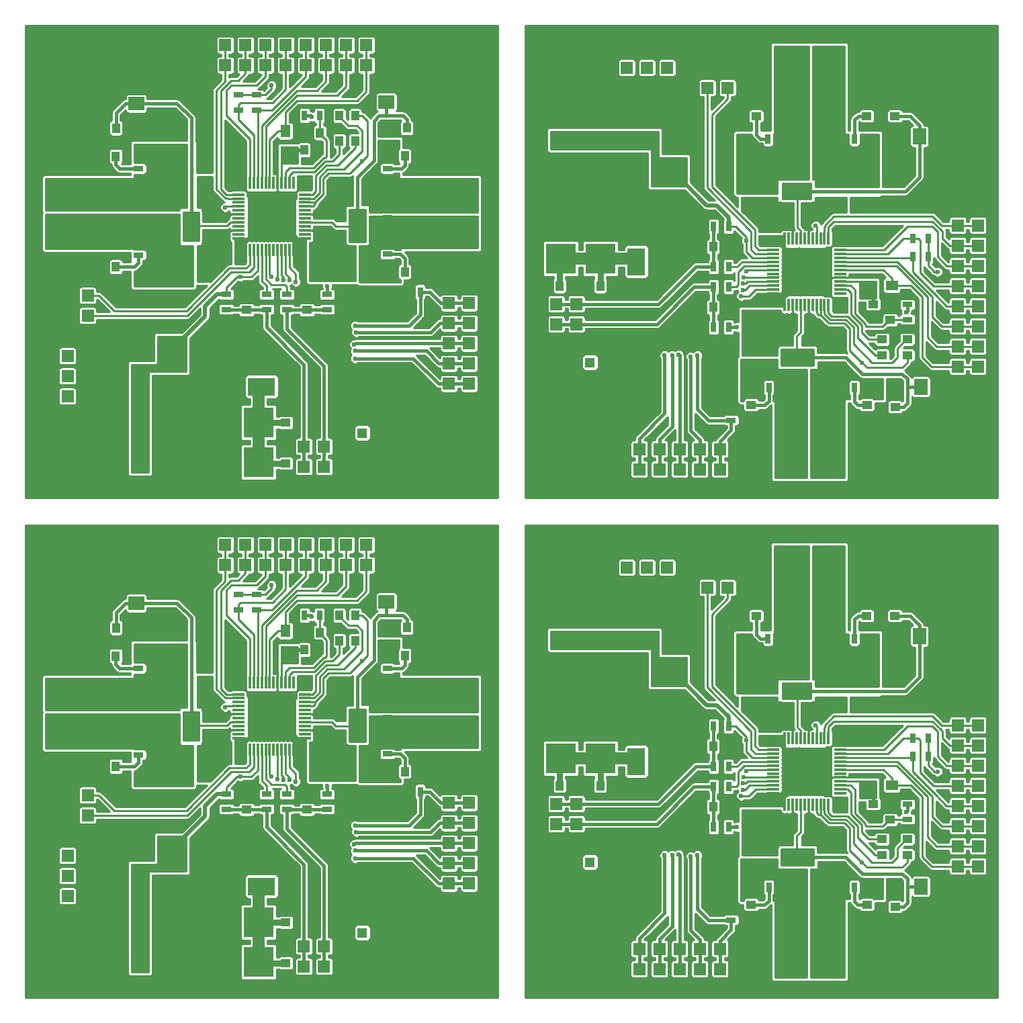
<source format=gbr>
G75*
G71*
%MOMM*%
%OFA0B0*%
%FSLAX53Y53*%
%IPPOS*%
%LPD*%
%ADD10R,1.30000X1.30000*%
%ADD11C,0.40000*%
%ADD12R,2.30124X3.50012*%
%ADD15R,1.30000X0.70000*%
%ADD16R,0.70000X1.30000*%
%ADD19R,1.80086X3.50012*%
%ADD20C,1.30000*%
%ADD22C,0.25400*%
%ADD23R,1.10000X2.00000*%
%ADD25C,1.00000*%
%ADD29R,1.52400X1.52400*%
%ADD35R,0.80000X0.80000*%
%ADD37C,0.60000*%
%ADD38C,0.80000*%
%ADD39R,1.50000X0.30000*%
%ADD41C,0.15000*%
%ADD42R,1.70000X2.00000*%
%ADD43R,1.25000X1.00000*%
%ADD44R,3.81000X3.81000*%
%ADD45R,2.20000X1.50000*%
%ADD47C,0.25000*%
%ADD48R,1.50000X1.30000*%
%ADD50R,1.00000X1.25000*%
%ADD51C,0.50000*%
%ADD52C,1.50000*%
%ADD55C,6.00000*%
%ADD56R,0.30000X1.50000*%
%ADD59R,1.75000X1.75000*%
%ADD60R,1.50000X2.20000*%
%ADD61R,2.00000X1.10000*%
%ADD62R,3.50012X1.80086*%
%ADD63R,3.50012X2.30124*%
%ADD64R,2.00000X1.70000*%
%ADD65R,1.30000X1.50000*%
X0000000Y0000000D02*
G01*
D41*
D60*
X0039456Y0028956D03*
X0043856Y0028956D03*
D35*
X0040391Y0033401D03*
D61*
X0042291Y0033401D03*
D50*
X0014653Y0012891D03*
X0012653Y0012891D03*
X0014700Y0015621D03*
X0012700Y0015621D03*
D43*
X0033274Y0004810D03*
X0033274Y0002810D03*
D50*
X0014716Y0010224D03*
X0012716Y0010224D03*
D43*
X0033274Y0009922D03*
X0033274Y0011922D03*
D50*
X0035576Y0044308D03*
X0037576Y0044308D03*
D10*
X0042926Y0008636D03*
D20*
X0047926Y0008636D03*
D43*
X0035941Y0024146D03*
X0035941Y0026146D03*
X0028321Y0024146D03*
X0028321Y0026146D03*
D50*
X0040021Y0045466D03*
X0042021Y0045466D03*
X0040021Y0048641D03*
X0042021Y0048641D03*
X0037576Y0046482D03*
X0035576Y0046482D03*
X0048530Y0047117D03*
X0050530Y0047117D03*
X0011875Y0047054D03*
X0009875Y0047054D03*
D43*
X0046101Y0026051D03*
X0046101Y0028051D03*
X0046101Y0045101D03*
X0046101Y0047101D03*
X0014732Y0026051D03*
X0014732Y0028051D03*
X0014923Y0046276D03*
X0014923Y0044276D03*
D50*
X0048276Y0043561D03*
X0050276Y0043561D03*
X0009859Y0029591D03*
X0011859Y0029591D03*
X0050276Y0028956D03*
X0048276Y0028956D03*
X0009859Y0043498D03*
X0011859Y0043498D03*
D62*
X0018819Y0019368D03*
X0013820Y0019368D03*
D35*
X0040391Y0035941D03*
D61*
X0042291Y0035941D03*
D35*
X0023260Y0035941D03*
D61*
X0021360Y0035941D03*
D35*
X0023260Y0033401D03*
D61*
X0021360Y0033401D03*
D29*
X0012637Y0004509D03*
X0012637Y0007049D03*
X0015177Y0004509D03*
X0015177Y0007049D03*
X0017717Y0004509D03*
X0017717Y0007049D03*
X0038097Y0006922D03*
X0038097Y0004382D03*
X0035560Y0006922D03*
X0035560Y0004382D03*
X0053848Y0025019D03*
X0056388Y0025019D03*
D44*
X0029845Y0004970D03*
X0029845Y0009970D03*
X0024765Y0004970D03*
X0024765Y0009970D03*
D29*
X0056388Y0022479D03*
X0053848Y0022479D03*
X0053848Y0019939D03*
X0056388Y0019939D03*
X0053848Y0017399D03*
X0056388Y0017399D03*
X0053848Y0014859D03*
X0056388Y0014859D03*
X0025654Y0057531D03*
X0025654Y0054991D03*
X0028194Y0057531D03*
X0028194Y0054991D03*
X0030734Y0054991D03*
X0030734Y0057531D03*
X0035814Y0057531D03*
X0035814Y0054991D03*
X0033274Y0057531D03*
X0033274Y0054991D03*
D44*
X0055626Y0033782D03*
X0050626Y0033782D03*
X0055626Y0038799D03*
X0050626Y0038799D03*
D29*
X0005779Y0018352D03*
X0005779Y0015812D03*
X0005779Y0013272D03*
X0008319Y0023432D03*
X0005779Y0023432D03*
X0040894Y0057531D03*
X0040894Y0054991D03*
X0038354Y0057531D03*
X0038354Y0054991D03*
X0008319Y0025972D03*
X0005779Y0025972D03*
X0043434Y0057531D03*
X0043434Y0054991D03*
D44*
X0004906Y0033782D03*
X0009906Y0033782D03*
X0004906Y0038799D03*
X0009906Y0038799D03*
D60*
X0039456Y0039751D03*
X0043856Y0039751D03*
X0023028Y0028956D03*
X0018628Y0028956D03*
X0023028Y0039751D03*
X0018628Y0039751D03*
D55*
X0055626Y0004826D03*
X0004826Y0055626D03*
X0055626Y0055626D03*
X0004826Y0004826D03*
D16*
X0050226Y0026416D03*
X0048326Y0026416D03*
D64*
X0049974Y0050356D03*
X0045974Y0050356D03*
D15*
X0038481Y0026096D03*
X0038481Y0024196D03*
X0025781Y0026096D03*
X0025781Y0024196D03*
X0033401Y0026096D03*
X0033401Y0024196D03*
X0030861Y0026096D03*
X0030861Y0024196D03*
D16*
X0035626Y0048641D03*
X0037526Y0048641D03*
D65*
X0033211Y0043989D03*
X0033211Y0046689D03*
D15*
X0029591Y0051242D03*
X0029591Y0049342D03*
D64*
X0010446Y0050165D03*
X0014446Y0050165D03*
D15*
X0027305Y0051242D03*
X0027305Y0049342D03*
X0046101Y0040071D03*
X0046101Y0041971D03*
X0014732Y0031054D03*
X0014732Y0032954D03*
X0046101Y0031181D03*
X0046101Y0033081D03*
X0014732Y0041971D03*
X0014732Y0040071D03*
D43*
X0046101Y0035576D03*
X0046101Y0037576D03*
X0014732Y0035576D03*
X0014732Y0037576D03*
D56*
X0034246Y0031741D03*
X0033746Y0031741D03*
X0033246Y0031741D03*
X0032746Y0031741D03*
X0032246Y0031741D03*
X0031746Y0031741D03*
X0031246Y0031741D03*
X0030746Y0031741D03*
X0030246Y0031741D03*
X0029746Y0031741D03*
X0029246Y0031741D03*
X0028746Y0031741D03*
D39*
X0027296Y0033191D03*
X0027296Y0033691D03*
X0027296Y0034191D03*
X0027296Y0034691D03*
X0027296Y0035191D03*
X0027296Y0035691D03*
X0027296Y0036191D03*
X0027296Y0036691D03*
X0027296Y0037191D03*
X0027296Y0037691D03*
X0027296Y0038191D03*
X0027296Y0038691D03*
D56*
X0028746Y0040141D03*
X0029246Y0040141D03*
X0029746Y0040141D03*
X0030246Y0040141D03*
X0030746Y0040141D03*
X0031246Y0040141D03*
X0031746Y0040141D03*
X0032246Y0040141D03*
X0032746Y0040141D03*
X0033246Y0040141D03*
X0033746Y0040141D03*
X0034246Y0040141D03*
D39*
X0035696Y0038691D03*
X0035696Y0038191D03*
X0035696Y0037691D03*
X0035696Y0037191D03*
X0035696Y0036691D03*
X0035696Y0036191D03*
X0035696Y0035691D03*
X0035696Y0035191D03*
X0035696Y0034691D03*
X0035696Y0034191D03*
X0035696Y0033691D03*
X0035696Y0033191D03*
D59*
X0030621Y0036816D03*
X0032371Y0036816D03*
X0030621Y0035066D03*
X0032371Y0035066D03*
D37*
X0032896Y0034541D03*
X0032896Y0035441D03*
X0032896Y0036441D03*
X0032896Y0037341D03*
X0031996Y0034541D03*
X0031996Y0035441D03*
X0031996Y0036441D03*
X0031996Y0037341D03*
X0030996Y0034541D03*
X0030996Y0035441D03*
X0030996Y0036441D03*
X0030996Y0037341D03*
X0030096Y0034541D03*
X0030096Y0035441D03*
X0030096Y0036441D03*
X0030096Y0037341D03*
D63*
X0030226Y0014478D03*
X0024826Y0014478D03*
D37*
X0038481Y0027115D03*
X0027559Y0028321D03*
X0031496Y0052451D03*
X0029210Y0027432D03*
X0035969Y0027239D03*
X0027305Y0030226D03*
X0035497Y0030671D03*
X0025654Y0037084D03*
X0042926Y0042926D03*
X0034544Y0043942D03*
X0034544Y0027686D03*
X0042037Y0022162D03*
X0042164Y0021336D03*
X0033782Y0027940D03*
X0041910Y0019812D03*
X0032982Y0027940D03*
X0032186Y0028020D03*
X0042037Y0018987D03*
X0031453Y0028340D03*
X0042037Y0018034D03*
X0036576Y0048514D03*
D47*
X0029591Y0051242D02*
X0030668Y0051242D01*
X0030668Y0051242D02*
X0031496Y0052070D01*
X0031496Y0052070D02*
X0031496Y0052451D01*
D51*
X0025781Y0026096D02*
X0024631Y0026096D01*
X0024631Y0026096D02*
X0023114Y0024579D01*
X0023114Y0024579D02*
X0023114Y0023368D01*
X0023114Y0023368D02*
X0019114Y0019368D01*
D47*
X0025781Y0026096D02*
X0025720Y0026096D01*
X0025654Y0026162D02*
X0025654Y0025908D01*
X0025720Y0026096D02*
X0025654Y0026162D01*
X0019114Y0019368D02*
X0018819Y0019368D01*
X0027559Y0028321D02*
X0027135Y0028321D01*
X0027135Y0028321D02*
X0025781Y0026967D01*
X0025781Y0026967D02*
X0025781Y0026696D01*
X0025781Y0026696D02*
X0025781Y0026096D01*
D25*
X0015177Y0004509D02*
X0015177Y0007049D01*
D11*
X0038481Y0027115D02*
X0038481Y0026096D01*
D47*
X0028956Y0028321D02*
X0027559Y0028321D01*
X0027305Y0051242D02*
X0029591Y0051242D01*
X0029746Y0031741D02*
X0029746Y0029111D01*
X0029746Y0029111D02*
X0028956Y0028321D01*
D11*
X0028786Y0027432D02*
X0029210Y0027432D01*
X0028707Y0027432D02*
X0028786Y0027432D01*
X0028321Y0027046D02*
X0028707Y0027432D01*
X0028321Y0026146D02*
X0028321Y0027046D01*
X0035941Y0026146D02*
X0035941Y0027211D01*
X0035941Y0027211D02*
X0035969Y0027239D01*
X0035497Y0030671D02*
X0035197Y0030970D01*
X0035197Y0030970D02*
X0035197Y0031587D01*
X0035197Y0031587D02*
X0035043Y0031741D01*
D47*
X0027296Y0033191D02*
X0027296Y0030235D01*
X0027296Y0030235D02*
X0027305Y0030226D01*
X0035043Y0031741D02*
X0035043Y0031632D01*
X0035576Y0045466D02*
X0032702Y0045466D01*
X0032221Y0044985D02*
X0032221Y0041166D01*
X0032702Y0045466D02*
X0032221Y0044985D01*
X0032221Y0041166D02*
X0032246Y0041141D01*
X0032246Y0041141D02*
X0032246Y0040141D01*
D25*
X0017717Y0004509D02*
X0017717Y0007049D01*
X0012637Y0007049D02*
X0012637Y0004509D01*
X0024765Y0013907D02*
X0024765Y0016320D01*
X0024765Y0016320D02*
X0026051Y0016320D01*
X0024765Y0009970D02*
X0024765Y0013907D01*
X0024765Y0013907D02*
X0026051Y0013907D01*
X0024765Y0004970D02*
X0024765Y0009970D01*
D47*
X0027296Y0033191D02*
X0028746Y0033191D01*
X0028746Y0033191D02*
X0030621Y0035066D01*
X0032246Y0040141D02*
X0032246Y0036941D01*
X0032246Y0036941D02*
X0032371Y0036816D01*
X0034246Y0031741D02*
X0034246Y0033191D01*
X0034246Y0033191D02*
X0032371Y0035066D01*
X0032371Y0035066D02*
X0032371Y0036816D01*
X0032371Y0036816D02*
X0030621Y0036816D01*
X0030621Y0036816D02*
X0030621Y0035066D01*
X0030621Y0035066D02*
X0032371Y0035066D01*
X0035696Y0033191D02*
X0035696Y0032394D01*
X0035043Y0031741D02*
X0034246Y0031741D01*
X0035696Y0032394D02*
X0035043Y0031741D01*
X0034348Y0031639D02*
X0034246Y0031741D01*
X0035696Y0037191D02*
X0036683Y0037191D01*
X0036683Y0037191D02*
X0036932Y0037440D01*
X0036932Y0037440D02*
X0036932Y0037691D01*
X0042926Y0042926D02*
X0041402Y0041402D01*
X0037984Y0038743D02*
X0036932Y0037691D01*
X0036932Y0037691D02*
X0036696Y0037691D01*
X0037984Y0040714D02*
X0037984Y0038743D01*
X0041402Y0041402D02*
X0038672Y0041402D01*
X0038672Y0041402D02*
X0037984Y0040714D01*
X0036696Y0037691D02*
X0035696Y0037691D01*
D52*
X0029845Y0009970D02*
X0029845Y0004970D01*
X0029845Y0009970D02*
X0029845Y0014097D01*
X0029845Y0014097D02*
X0030226Y0014478D01*
D38*
X0033274Y0009922D02*
X0029893Y0009922D01*
X0029893Y0009922D02*
X0029845Y0009970D01*
X0033274Y0004810D02*
X0030005Y0004810D01*
X0030005Y0004810D02*
X0029845Y0004970D01*
D47*
X0025761Y0037191D02*
X0025654Y0037084D01*
X0027296Y0037191D02*
X0025761Y0037191D01*
X0043561Y0047498D02*
X0043561Y0043561D01*
X0043561Y0048006D02*
X0043561Y0047498D01*
X0042021Y0048641D02*
X0042926Y0048641D01*
X0042926Y0048641D02*
X0043561Y0048006D01*
X0043561Y0043561D02*
X0042926Y0042926D01*
D11*
X0035576Y0044308D02*
X0034910Y0044308D01*
X0034910Y0044308D02*
X0034544Y0043942D01*
D25*
X0005826Y0013224D02*
X0005779Y0013272D01*
D47*
X0033211Y0042989D02*
X0034480Y0042989D01*
X0034480Y0042989D02*
X0034544Y0043053D01*
X0033211Y0043989D02*
X0033211Y0042989D01*
X0033211Y0042989D02*
X0032746Y0042525D01*
X0032746Y0042525D02*
X0032746Y0041141D01*
X0032746Y0041141D02*
X0032746Y0040141D01*
D11*
X0033401Y0024196D02*
X0033401Y0021755D01*
X0033401Y0021755D02*
X0038097Y0017059D01*
X0038097Y0017059D02*
X0038097Y0006922D01*
X0038097Y0004382D02*
X0038097Y0006922D01*
X0035941Y0024146D02*
X0033451Y0024146D01*
X0033451Y0024146D02*
X0033401Y0024196D01*
X0038481Y0024196D02*
X0035991Y0024196D01*
X0035991Y0024196D02*
X0035941Y0024146D01*
D47*
X0038658Y0007573D02*
X0038608Y0007623D01*
X0038608Y0007623D02*
X0038097Y0006922D01*
D11*
X0035560Y0006922D02*
X0035560Y0017272D01*
X0035560Y0017272D02*
X0030861Y0021971D01*
X0030861Y0021971D02*
X0030861Y0024196D01*
X0035560Y0004382D02*
X0035560Y0006922D01*
X0028321Y0024146D02*
X0025831Y0024146D01*
X0025831Y0024146D02*
X0025781Y0024196D01*
X0030861Y0024196D02*
X0028371Y0024196D01*
X0028371Y0024196D02*
X0028321Y0024146D01*
D47*
X0034134Y0041529D02*
X0033746Y0041141D01*
X0033746Y0041141D02*
X0033746Y0040141D01*
X0038229Y0042868D02*
X0036890Y0041529D01*
X0040021Y0045466D02*
X0040021Y0043703D01*
X0036890Y0041529D02*
X0034134Y0041529D01*
X0040021Y0043703D02*
X0039186Y0042868D01*
X0039186Y0042868D02*
X0038229Y0042868D01*
X0039848Y0042418D02*
X0038415Y0042418D01*
X0042021Y0045466D02*
X0042021Y0044591D01*
X0042021Y0044591D02*
X0039848Y0042418D01*
X0036659Y0038691D02*
X0035696Y0038691D01*
X0038415Y0042418D02*
X0037084Y0041087D01*
X0037084Y0039116D02*
X0036659Y0038691D01*
X0037084Y0041087D02*
X0037084Y0039116D01*
X0036795Y0038191D02*
X0036703Y0038191D01*
X0038486Y0041852D02*
X0037534Y0040900D01*
X0042926Y0044196D02*
X0040582Y0041852D01*
X0040582Y0041852D02*
X0038486Y0041852D01*
X0042926Y0046736D02*
X0042926Y0044196D01*
X0042291Y0047371D02*
X0042926Y0046736D01*
X0037534Y0038930D02*
X0036795Y0038191D01*
X0041166Y0047371D02*
X0042291Y0047371D01*
X0040021Y0048516D02*
X0041166Y0047371D01*
X0040021Y0048641D02*
X0040021Y0048516D01*
X0037534Y0040900D02*
X0037534Y0038930D01*
X0035696Y0038191D02*
X0036703Y0038191D01*
X0036703Y0038191D02*
X0036794Y0038191D01*
X0037576Y0046357D02*
X0037576Y0046482D01*
X0038401Y0043481D02*
X0038401Y0045532D01*
X0033782Y0042037D02*
X0036761Y0042037D01*
X0038238Y0043318D02*
X0038401Y0043481D01*
X0038042Y0043318D02*
X0038238Y0043318D01*
X0033246Y0041501D02*
X0033782Y0042037D01*
X0036761Y0042037D02*
X0038042Y0043318D01*
X0033246Y0040141D02*
X0033246Y0041501D01*
X0038401Y0045532D02*
X0037576Y0046357D01*
X0037526Y0048641D02*
X0037526Y0046532D01*
X0037526Y0046532D02*
X0037576Y0046482D01*
X0037526Y0048591D02*
X0037576Y0048641D01*
D11*
X0048031Y0048641D02*
X0045974Y0048641D01*
X0045974Y0048641D02*
X0045022Y0048641D01*
X0045974Y0050356D02*
X0045974Y0049106D01*
X0045974Y0049106D02*
X0045974Y0048641D01*
X0044387Y0042990D02*
X0042291Y0040894D01*
X0042291Y0040894D02*
X0042291Y0035941D01*
X0044387Y0048006D02*
X0044387Y0042990D01*
X0045022Y0048641D02*
X0044387Y0048006D01*
X0048530Y0047117D02*
X0048530Y0048142D01*
X0048530Y0048142D02*
X0048031Y0048641D01*
X0042291Y0033401D02*
X0042291Y0034671D01*
X0042291Y0034671D02*
X0042291Y0035941D01*
D47*
X0040571Y0034671D02*
X0042291Y0034671D01*
X0039624Y0034671D02*
X0040571Y0034671D01*
X0039104Y0035191D02*
X0039624Y0034671D01*
X0038481Y0035191D02*
X0039104Y0035191D01*
X0035696Y0035191D02*
X0038481Y0035191D01*
X0038481Y0035191D02*
X0038596Y0035191D01*
D11*
X0014446Y0050165D02*
X0013046Y0050165D01*
X0011875Y0048994D02*
X0011875Y0048079D01*
X0013046Y0050165D02*
X0011875Y0048994D01*
X0011875Y0048079D02*
X0011875Y0047054D01*
X0021360Y0035941D02*
X0021360Y0048363D01*
X0021360Y0048363D02*
X0019558Y0050165D01*
X0019558Y0050165D02*
X0014446Y0050165D01*
X0021360Y0033401D02*
X0021360Y0034798D01*
X0021360Y0034798D02*
X0021360Y0035941D01*
D47*
X0022098Y0034798D02*
X0021360Y0034798D01*
X0025903Y0034798D02*
X0022098Y0034798D01*
X0027296Y0035191D02*
X0026296Y0035191D01*
X0026296Y0035191D02*
X0025903Y0034798D01*
D11*
X0047877Y0041971D02*
X0048276Y0042371D01*
X0048276Y0042371D02*
X0048276Y0043561D01*
X0046101Y0041971D02*
X0047877Y0041971D01*
X0014732Y0031054D02*
X0014732Y0030099D01*
X0014732Y0030099D02*
X0014224Y0029591D01*
X0014224Y0029591D02*
X0011859Y0029591D01*
D47*
X0035696Y0036191D02*
X0039421Y0036191D01*
X0039421Y0036191D02*
X0039456Y0036226D01*
X0040391Y0035941D02*
X0039741Y0035941D01*
X0039741Y0035941D02*
X0039456Y0036226D01*
X0039456Y0036226D02*
X0039456Y0038401D01*
X0039456Y0038401D02*
X0039456Y0039751D01*
X0035696Y0034191D02*
X0038381Y0034191D01*
X0038381Y0034191D02*
X0039456Y0033116D01*
X0039456Y0028956D02*
X0039456Y0033116D01*
X0039456Y0033116D02*
X0039741Y0033401D01*
X0039741Y0033401D02*
X0040391Y0033401D01*
X0023260Y0035941D02*
X0023260Y0039519D01*
X0023260Y0039519D02*
X0023028Y0039751D01*
X0027296Y0036191D02*
X0023510Y0036191D01*
X0023510Y0036191D02*
X0023260Y0035941D01*
X0023260Y0033401D02*
X0023260Y0029188D01*
X0023260Y0029188D02*
X0023028Y0028956D01*
X0025047Y0034191D02*
X0024257Y0033401D01*
X0024257Y0033401D02*
X0023260Y0033401D01*
X0027296Y0034191D02*
X0025047Y0034191D01*
X0034544Y0028110D02*
X0034544Y0027686D01*
X0034544Y0028702D02*
X0034544Y0028110D01*
X0033746Y0029500D02*
X0034544Y0028702D01*
X0033746Y0031741D02*
X0033746Y0029500D01*
D11*
X0050226Y0026416D02*
X0050226Y0023556D01*
X0050226Y0023556D02*
X0048832Y0022162D01*
X0048832Y0022162D02*
X0042037Y0022162D01*
X0050226Y0026416D02*
X0050226Y0026116D01*
X0050226Y0026116D02*
X0050229Y0026114D01*
X0052832Y0025019D02*
X0051435Y0026416D01*
X0051435Y0026416D02*
X0050226Y0026416D01*
X0052832Y0025019D02*
X0053848Y0025019D01*
X0056388Y0025019D02*
X0053848Y0025019D01*
X0051543Y0021336D02*
X0042164Y0021336D01*
X0053848Y0022479D02*
X0052686Y0022479D01*
X0052686Y0022479D02*
X0051543Y0021336D01*
D47*
X0033782Y0028194D02*
X0033782Y0027940D01*
X0033246Y0031741D02*
X0033246Y0028730D01*
X0033246Y0028730D02*
X0033782Y0028194D01*
D11*
X0053848Y0022479D02*
X0053213Y0022479D01*
X0056388Y0022479D02*
X0053848Y0022479D01*
X0042037Y0019939D02*
X0041910Y0019812D01*
X0053848Y0019939D02*
X0042037Y0019939D01*
D47*
X0032982Y0028232D02*
X0032982Y0027940D01*
X0032746Y0028468D02*
X0032982Y0028232D01*
X0032746Y0031741D02*
X0032746Y0028468D01*
D11*
X0056388Y0019939D02*
X0053848Y0019939D01*
D47*
X0032246Y0031741D02*
X0032246Y0028080D01*
X0032246Y0028080D02*
X0032186Y0028020D01*
D11*
X0042037Y0018987D02*
X0050991Y0018987D01*
X0050991Y0018987D02*
X0052578Y0017399D01*
X0052578Y0017399D02*
X0053848Y0017399D01*
X0053848Y0017399D02*
X0053086Y0017399D01*
X0056388Y0017399D02*
X0053848Y0017399D01*
D47*
X0031246Y0028546D02*
X0031453Y0028340D01*
X0031246Y0031741D02*
X0031246Y0028546D01*
D11*
X0052515Y0014859D02*
X0049340Y0018034D01*
X0049340Y0018034D02*
X0042037Y0018034D01*
X0052959Y0014859D02*
X0052515Y0014859D01*
X0053848Y0014859D02*
X0052959Y0014859D01*
X0056388Y0014859D02*
X0053848Y0014859D01*
D47*
X0025654Y0054991D02*
X0025654Y0057531D01*
X0025980Y0038191D02*
X0026296Y0038191D01*
X0025954Y0038217D02*
X0025980Y0038191D01*
X0026296Y0038191D02*
X0027296Y0038191D01*
X0025663Y0038217D02*
X0025954Y0038217D01*
X0024511Y0039369D02*
X0025663Y0038217D01*
X0025654Y0052962D02*
X0024511Y0051819D01*
X0025654Y0054991D02*
X0025654Y0052962D01*
X0024511Y0051819D02*
X0024511Y0039369D01*
X0028194Y0054991D02*
X0028194Y0057531D01*
X0028194Y0054991D02*
X0028194Y0053979D01*
X0028194Y0053979D02*
X0027301Y0053086D01*
X0027301Y0053086D02*
X0026416Y0053086D01*
X0026416Y0053086D02*
X0026231Y0052901D01*
X0026231Y0052901D02*
X0026230Y0052901D01*
X0026230Y0052901D02*
X0025146Y0051817D01*
X0025146Y0051817D02*
X0025146Y0039370D01*
X0025825Y0038691D02*
X0027296Y0038691D01*
X0025146Y0039370D02*
X0025825Y0038691D01*
X0030734Y0054991D02*
X0030734Y0057531D01*
X0030734Y0054991D02*
X0030734Y0053594D01*
X0030734Y0053594D02*
X0029591Y0052451D01*
X0026416Y0052451D02*
X0025781Y0051816D01*
X0025781Y0048641D02*
X0028746Y0045676D01*
X0029591Y0052451D02*
X0026416Y0052451D01*
X0025781Y0051816D02*
X0025781Y0048641D01*
X0028746Y0045676D02*
X0028746Y0040141D01*
X0035814Y0054991D02*
X0035814Y0057531D01*
X0029591Y0049342D02*
X0030861Y0049342D01*
X0035814Y0053594D02*
X0034486Y0052266D01*
X0030861Y0049342D02*
X0030927Y0049342D01*
X0035814Y0054991D02*
X0035814Y0053594D01*
X0034486Y0052266D02*
X0034482Y0052266D01*
X0034482Y0052266D02*
X0031558Y0049342D01*
X0031558Y0049342D02*
X0030861Y0049342D01*
X0029746Y0040141D02*
X0029746Y0049187D01*
X0029746Y0049187D02*
X0029591Y0049342D01*
X0033274Y0054991D02*
X0033274Y0057531D01*
X0029246Y0040141D02*
X0029246Y0046228D01*
X0027305Y0049342D02*
X0027305Y0048169D01*
X0027305Y0048169D02*
X0029246Y0046228D01*
X0033274Y0054991D02*
X0033274Y0051943D01*
X0033274Y0051943D02*
X0031623Y0050292D01*
X0031623Y0050292D02*
X0027559Y0050292D01*
X0027559Y0050292D02*
X0027305Y0050038D01*
X0027305Y0050038D02*
X0027305Y0049342D01*
D11*
X0035626Y0048641D02*
X0036449Y0048641D01*
X0036449Y0048641D02*
X0036576Y0048514D01*
D47*
X0020511Y0023432D02*
X0020320Y0023432D01*
X0020320Y0023432D02*
X0008319Y0023432D01*
X0020892Y0023432D02*
X0020320Y0023432D01*
X0028702Y0028956D02*
X0026416Y0028956D01*
X0029246Y0030607D02*
X0029246Y0029500D01*
X0029246Y0029500D02*
X0028702Y0028956D01*
X0026416Y0028956D02*
X0020892Y0023432D01*
X0029246Y0031741D02*
X0029246Y0030607D01*
X0029246Y0030607D02*
X0029246Y0030516D01*
X0040894Y0054991D02*
X0040894Y0057531D01*
X0040894Y0054991D02*
X0040894Y0052324D01*
X0040894Y0052324D02*
X0039751Y0051181D01*
X0039751Y0051181D02*
X0034670Y0051181D01*
X0034670Y0051181D02*
X0030746Y0047257D01*
X0030746Y0047257D02*
X0030746Y0041141D01*
X0030746Y0041141D02*
X0030746Y0040141D01*
X0038354Y0054991D02*
X0038354Y0057531D01*
X0037211Y0051816D02*
X0034668Y0051816D01*
X0034668Y0051816D02*
X0030246Y0047394D01*
X0030246Y0047394D02*
X0030246Y0041141D01*
X0030246Y0041141D02*
X0030246Y0040141D01*
X0038354Y0052959D02*
X0037211Y0051816D01*
X0038354Y0054991D02*
X0038354Y0052959D01*
X0008319Y0025972D02*
X0009716Y0025972D01*
X0009716Y0025972D02*
X0011684Y0024003D01*
X0011684Y0024003D02*
X0020759Y0024003D01*
X0020759Y0024003D02*
X0026162Y0029406D01*
X0026162Y0029406D02*
X0028263Y0029406D01*
X0028263Y0029406D02*
X0028746Y0029889D01*
X0028746Y0029889D02*
X0028746Y0031741D01*
X0043434Y0054991D02*
X0043434Y0057531D01*
X0043434Y0054991D02*
X0043434Y0051689D01*
X0043434Y0051689D02*
X0042291Y0050546D01*
X0042291Y0050546D02*
X0034671Y0050546D01*
X0034671Y0050546D02*
X0033211Y0049086D01*
X0033211Y0049086D02*
X0033211Y0046689D01*
X0033211Y0046689D02*
X0032311Y0046689D01*
X0032311Y0046689D02*
X0031246Y0045625D01*
X0031246Y0045625D02*
X0031246Y0041141D01*
X0031246Y0041141D02*
X0031246Y0040141D01*
X0030746Y0031741D02*
X0030746Y0028055D01*
X0033401Y0027051D02*
X0033401Y0026096D01*
X0033147Y0027305D02*
X0033401Y0027051D01*
X0031496Y0027305D02*
X0033147Y0027305D01*
X0030746Y0028055D02*
X0031496Y0027305D01*
X0030246Y0031741D02*
X0030246Y0027793D01*
X0030861Y0027178D02*
X0030861Y0026096D01*
X0030246Y0027793D02*
X0030861Y0027178D01*
D11*
X0047752Y0031179D02*
X0048276Y0030655D01*
X0048276Y0030655D02*
X0048276Y0028956D01*
X0046404Y0031179D02*
X0047752Y0031179D01*
X0046101Y0031181D02*
X0046401Y0031181D01*
X0046401Y0031181D02*
X0046404Y0031179D01*
X0014732Y0041971D02*
X0012322Y0041971D01*
X0012322Y0041971D02*
X0011859Y0042434D01*
X0011859Y0042434D02*
X0011859Y0043498D01*
D22*
G36*
X0036718Y0036269D02*
X0036801Y0036394D01*
X0036830Y0036541D01*
X0036830Y0036718D01*
X0036875Y0036727D01*
X0037038Y0036836D01*
X0037287Y0037085D01*
X0037287Y0037085D01*
X0037396Y0037248D01*
X0037434Y0037440D01*
X0037434Y0037483D01*
X0038339Y0038388D01*
X0038339Y0038388D01*
X0038448Y0038551D01*
X0038486Y0038743D01*
X0038486Y0038743D01*
X0038486Y0040506D01*
X0038880Y0040900D01*
X0041402Y0040900D01*
X0041402Y0040900D01*
X0041594Y0040938D01*
X0041743Y0041037D01*
X0041714Y0040894D01*
X0041714Y0040894D01*
X0041714Y0037334D01*
X0041148Y0037334D01*
X0041004Y0037305D01*
X0040881Y0037224D01*
X0040800Y0037101D01*
X0040771Y0036957D01*
X0040771Y0035370D01*
X0039635Y0035370D01*
X0039459Y0035546D01*
X0039296Y0035655D01*
X0039104Y0035693D01*
X0039104Y0035693D01*
X0036830Y0035693D01*
X0036830Y0035841D01*
X0036801Y0035988D01*
X0036718Y0036113D01*
X0036601Y0036191D01*
X0036718Y0036269D01*
X0036718Y0036269D01*
G37*
X0036718Y0036269D02*
X0036801Y0036394D01*
X0036830Y0036541D01*
X0036830Y0036718D01*
X0036875Y0036727D01*
X0037038Y0036836D01*
X0037287Y0037085D01*
X0037287Y0037085D01*
X0037396Y0037248D01*
X0037434Y0037440D01*
X0037434Y0037483D01*
X0038339Y0038388D01*
X0038339Y0038388D01*
X0038448Y0038551D01*
X0038486Y0038743D01*
X0038486Y0038743D01*
X0038486Y0040506D01*
X0038880Y0040900D01*
X0041402Y0040900D01*
X0041402Y0040900D01*
X0041594Y0040938D01*
X0041743Y0041037D01*
X0041714Y0040894D01*
X0041714Y0040894D01*
X0041714Y0037334D01*
X0041148Y0037334D01*
X0041004Y0037305D01*
X0040881Y0037224D01*
X0040800Y0037101D01*
X0040771Y0036957D01*
X0040771Y0035370D01*
X0039635Y0035370D01*
X0039459Y0035546D01*
X0039296Y0035655D01*
X0039104Y0035693D01*
X0039104Y0035693D01*
X0036830Y0035693D01*
X0036830Y0035841D01*
X0036801Y0035988D01*
X0036718Y0036113D01*
X0036601Y0036191D01*
X0036718Y0036269D01*
G36*
X0036446Y0032657D02*
X0036593Y0032686D01*
X0036718Y0032769D01*
X0036801Y0032894D01*
X0036830Y0033041D01*
X0036830Y0033341D01*
X0036810Y0033441D01*
X0036830Y0033541D01*
X0036830Y0033841D01*
X0036801Y0033988D01*
X0036718Y0034113D01*
X0036601Y0034191D01*
X0036718Y0034269D01*
X0036801Y0034394D01*
X0036830Y0034541D01*
X0036830Y0034689D01*
X0038896Y0034689D01*
X0039269Y0034316D01*
X0039432Y0034207D01*
X0039624Y0034169D01*
X0039624Y0034169D01*
X0040771Y0034169D01*
X0040771Y0032639D01*
X0040800Y0032495D01*
X0040881Y0032372D01*
X0041004Y0032291D01*
X0041148Y0032262D01*
X0042041Y0032262D01*
X0042041Y0027813D01*
X0036353Y0027813D01*
X0036322Y0027826D01*
X0036322Y0032657D01*
X0036446Y0032657D01*
X0036446Y0032657D01*
G37*
X0036446Y0032657D02*
X0036593Y0032686D01*
X0036718Y0032769D01*
X0036801Y0032894D01*
X0036830Y0033041D01*
X0036830Y0033341D01*
X0036810Y0033441D01*
X0036830Y0033541D01*
X0036830Y0033841D01*
X0036801Y0033988D01*
X0036718Y0034113D01*
X0036601Y0034191D01*
X0036718Y0034269D01*
X0036801Y0034394D01*
X0036830Y0034541D01*
X0036830Y0034689D01*
X0038896Y0034689D01*
X0039269Y0034316D01*
X0039432Y0034207D01*
X0039624Y0034169D01*
X0039624Y0034169D01*
X0040771Y0034169D01*
X0040771Y0032639D01*
X0040800Y0032495D01*
X0040881Y0032372D01*
X0041004Y0032291D01*
X0041148Y0032262D01*
X0042041Y0032262D01*
X0042041Y0027813D01*
X0036353Y0027813D01*
X0036322Y0027826D01*
X0036322Y0032657D01*
X0036446Y0032657D01*
G36*
X0043307Y0036830D02*
X0043307Y0032766D01*
X0041275Y0032766D01*
X0041275Y0036830D01*
X0043307Y0036830D01*
X0043307Y0036830D01*
G37*
X0043307Y0036830D02*
X0043307Y0032766D01*
X0041275Y0032766D01*
X0041275Y0036830D01*
X0043307Y0036830D01*
G36*
X0024009Y0040958D02*
X0024009Y0039369D01*
X0024009Y0039369D01*
X0024047Y0039176D01*
X0024156Y0039014D01*
X0024156Y0039014D01*
X0025308Y0037862D01*
X0025470Y0037753D01*
X0025491Y0037749D01*
X0025271Y0037658D01*
X0025080Y0037468D01*
X0024977Y0037219D01*
X0024977Y0036950D01*
X0025080Y0036701D01*
X0025270Y0036510D01*
X0025519Y0036407D01*
X0025788Y0036407D01*
X0026037Y0036510D01*
X0026162Y0036634D01*
X0026162Y0036541D01*
X0026191Y0036394D01*
X0026274Y0036269D01*
X0026391Y0036191D01*
X0026274Y0036113D01*
X0026191Y0035988D01*
X0026162Y0035841D01*
X0026162Y0035666D01*
X0026104Y0035655D01*
X0025941Y0035546D01*
X0025701Y0035306D01*
X0022793Y0035306D01*
X0022793Y0036576D01*
X0022764Y0036720D01*
X0022733Y0036766D01*
X0022733Y0036957D01*
X0022723Y0037006D01*
X0022696Y0037047D01*
X0022655Y0037074D01*
X0022606Y0037084D01*
X0022162Y0037084D01*
X0022162Y0040958D01*
X0024009Y0040958D01*
X0024009Y0040958D01*
G37*
X0024009Y0040958D02*
X0024009Y0039369D01*
X0024009Y0039369D01*
X0024047Y0039176D01*
X0024156Y0039014D01*
X0024156Y0039014D01*
X0025308Y0037862D01*
X0025470Y0037753D01*
X0025491Y0037749D01*
X0025271Y0037658D01*
X0025080Y0037468D01*
X0024977Y0037219D01*
X0024977Y0036950D01*
X0025080Y0036701D01*
X0025270Y0036510D01*
X0025519Y0036407D01*
X0025788Y0036407D01*
X0026037Y0036510D01*
X0026162Y0036634D01*
X0026162Y0036541D01*
X0026191Y0036394D01*
X0026274Y0036269D01*
X0026391Y0036191D01*
X0026274Y0036113D01*
X0026191Y0035988D01*
X0026162Y0035841D01*
X0026162Y0035666D01*
X0026104Y0035655D01*
X0025941Y0035546D01*
X0025701Y0035306D01*
X0022793Y0035306D01*
X0022793Y0036576D01*
X0022764Y0036720D01*
X0022733Y0036766D01*
X0022733Y0036957D01*
X0022723Y0037006D01*
X0022696Y0037047D01*
X0022655Y0037074D01*
X0022606Y0037084D01*
X0022162Y0037084D01*
X0022162Y0040958D01*
X0024009Y0040958D01*
G36*
X0022289Y0036449D02*
X0022289Y0032893D01*
X0020384Y0032893D01*
X0020384Y0036449D01*
X0022289Y0036449D01*
X0022289Y0036449D01*
G37*
X0022289Y0036449D02*
X0022289Y0032893D01*
X0020384Y0032893D01*
X0020384Y0036449D01*
X0022289Y0036449D01*
G36*
X0022605Y0032258D02*
X0022654Y0032267D01*
X0022695Y0032295D01*
X0022723Y0032336D01*
X0022733Y0032385D01*
X0022733Y0032576D01*
X0022764Y0032622D01*
X0022793Y0032766D01*
X0022793Y0034296D01*
X0025903Y0034296D01*
X0025903Y0034296D01*
X0026095Y0034334D01*
X0026190Y0034398D01*
X0026191Y0034394D01*
X0026274Y0034269D01*
X0026391Y0034191D01*
X0026274Y0034113D01*
X0026191Y0033988D01*
X0026162Y0033841D01*
X0026162Y0033541D01*
X0026182Y0033441D01*
X0026162Y0033341D01*
X0026162Y0033041D01*
X0026191Y0032894D01*
X0026274Y0032769D01*
X0026399Y0032686D01*
X0026416Y0032682D01*
X0026416Y0029908D01*
X0026162Y0029908D01*
X0026162Y0029908D01*
X0025970Y0029870D01*
X0025941Y0029851D01*
X0025807Y0029761D01*
X0025807Y0029761D01*
X0023796Y0027750D01*
X0022162Y0027750D01*
X0022162Y0032260D01*
X0022605Y0032258D01*
X0022605Y0032258D01*
G37*
X0022605Y0032258D02*
X0022654Y0032267D01*
X0022695Y0032295D01*
X0022723Y0032336D01*
X0022733Y0032385D01*
X0022733Y0032576D01*
X0022764Y0032622D01*
X0022793Y0032766D01*
X0022793Y0034296D01*
X0025903Y0034296D01*
X0025903Y0034296D01*
X0026095Y0034334D01*
X0026190Y0034398D01*
X0026191Y0034394D01*
X0026274Y0034269D01*
X0026391Y0034191D01*
X0026274Y0034113D01*
X0026191Y0033988D01*
X0026162Y0033841D01*
X0026162Y0033541D01*
X0026182Y0033441D01*
X0026162Y0033341D01*
X0026162Y0033041D01*
X0026191Y0032894D01*
X0026274Y0032769D01*
X0026399Y0032686D01*
X0026416Y0032682D01*
X0026416Y0029908D01*
X0026162Y0029908D01*
X0026162Y0029908D01*
X0025970Y0029870D01*
X0025941Y0029851D01*
X0025807Y0029761D01*
X0025807Y0029761D01*
X0023796Y0027750D01*
X0022162Y0027750D01*
X0022162Y0032260D01*
X0022605Y0032258D01*
G36*
X0043688Y0032258D02*
X0043737Y0032268D01*
X0043778Y0032295D01*
X0043805Y0032336D01*
X0043815Y0032385D01*
X0043815Y0035945D01*
X0057468Y0035945D01*
X0057468Y0031941D01*
X0047879Y0031941D01*
X0047830Y0031931D01*
X0047789Y0031903D01*
X0047762Y0031862D01*
X0047752Y0031814D01*
X0047752Y0031756D01*
X0047752Y0031756D01*
X0047054Y0031756D01*
X0047023Y0031803D01*
X0046898Y0031886D01*
X0046751Y0031915D01*
X0045451Y0031915D01*
X0045304Y0031886D01*
X0045179Y0031803D01*
X0045096Y0031678D01*
X0045067Y0031531D01*
X0045067Y0030831D01*
X0045096Y0030684D01*
X0045179Y0030559D01*
X0045304Y0030476D01*
X0045451Y0030447D01*
X0046751Y0030447D01*
X0046898Y0030476D01*
X0047023Y0030559D01*
X0047051Y0030602D01*
X0047513Y0030602D01*
X0047699Y0030415D01*
X0047699Y0029950D01*
X0047629Y0029936D01*
X0047504Y0029853D01*
X0047421Y0029728D01*
X0047392Y0029581D01*
X0047392Y0028331D01*
X0047421Y0028184D01*
X0047504Y0028059D01*
X0047629Y0027976D01*
X0047752Y0027951D01*
X0047752Y0027686D01*
X0042545Y0027686D01*
X0042545Y0032258D01*
X0043688Y0032258D01*
X0043688Y0032258D01*
G37*
X0043688Y0032258D02*
X0043737Y0032268D01*
X0043778Y0032295D01*
X0043805Y0032336D01*
X0043815Y0032385D01*
X0043815Y0035945D01*
X0057468Y0035945D01*
X0057468Y0031941D01*
X0047879Y0031941D01*
X0047830Y0031931D01*
X0047789Y0031903D01*
X0047762Y0031862D01*
X0047752Y0031814D01*
X0047752Y0031756D01*
X0047752Y0031756D01*
X0047054Y0031756D01*
X0047023Y0031803D01*
X0046898Y0031886D01*
X0046751Y0031915D01*
X0045451Y0031915D01*
X0045304Y0031886D01*
X0045179Y0031803D01*
X0045096Y0031678D01*
X0045067Y0031531D01*
X0045067Y0030831D01*
X0045096Y0030684D01*
X0045179Y0030559D01*
X0045304Y0030476D01*
X0045451Y0030447D01*
X0046751Y0030447D01*
X0046898Y0030476D01*
X0047023Y0030559D01*
X0047051Y0030602D01*
X0047513Y0030602D01*
X0047699Y0030415D01*
X0047699Y0029950D01*
X0047629Y0029936D01*
X0047504Y0029853D01*
X0047421Y0029728D01*
X0047392Y0029581D01*
X0047392Y0028331D01*
X0047421Y0028184D01*
X0047504Y0028059D01*
X0047629Y0027976D01*
X0047752Y0027951D01*
X0047752Y0027686D01*
X0042545Y0027686D01*
X0042545Y0032258D01*
X0043688Y0032258D01*
G36*
X0044794Y0042581D02*
X0044795Y0042581D01*
X0044920Y0042769D01*
X0044964Y0042990D01*
X0044964Y0042990D01*
X0044964Y0045530D01*
X0047562Y0045530D01*
X0047562Y0044496D01*
X0047504Y0044458D01*
X0047421Y0044333D01*
X0047392Y0044186D01*
X0047392Y0042936D01*
X0047421Y0042789D01*
X0047504Y0042664D01*
X0047562Y0042626D01*
X0047562Y0042548D01*
X0047053Y0042548D01*
X0047023Y0042593D01*
X0046898Y0042676D01*
X0046751Y0042705D01*
X0045451Y0042705D01*
X0045304Y0042676D01*
X0045179Y0042593D01*
X0045096Y0042468D01*
X0045067Y0042321D01*
X0045067Y0041621D01*
X0045096Y0041474D01*
X0045179Y0041349D01*
X0045304Y0041266D01*
X0045451Y0041237D01*
X0046751Y0041237D01*
X0046898Y0041266D01*
X0047023Y0041349D01*
X0047053Y0041394D01*
X0047562Y0041394D01*
X0047562Y0040831D01*
X0047571Y0040782D01*
X0047599Y0040741D01*
X0047640Y0040713D01*
X0047689Y0040704D01*
X0057468Y0040704D01*
X0057468Y0036449D01*
X0046783Y0036449D01*
X0046726Y0036460D01*
X0045476Y0036460D01*
X0045419Y0036449D01*
X0043815Y0036449D01*
X0043815Y0037275D01*
X0043805Y0037323D01*
X0043778Y0037364D01*
X0043737Y0037392D01*
X0043688Y0037402D01*
X0042868Y0037402D01*
X0042868Y0040655D01*
X0044794Y0042581D01*
X0044794Y0042581D01*
G37*
X0044794Y0042581D02*
X0044795Y0042581D01*
X0044920Y0042769D01*
X0044964Y0042990D01*
X0044964Y0042990D01*
X0044964Y0045530D01*
X0047562Y0045530D01*
X0047562Y0044496D01*
X0047504Y0044458D01*
X0047421Y0044333D01*
X0047392Y0044186D01*
X0047392Y0042936D01*
X0047421Y0042789D01*
X0047504Y0042664D01*
X0047562Y0042626D01*
X0047562Y0042548D01*
X0047053Y0042548D01*
X0047023Y0042593D01*
X0046898Y0042676D01*
X0046751Y0042705D01*
X0045451Y0042705D01*
X0045304Y0042676D01*
X0045179Y0042593D01*
X0045096Y0042468D01*
X0045067Y0042321D01*
X0045067Y0041621D01*
X0045096Y0041474D01*
X0045179Y0041349D01*
X0045304Y0041266D01*
X0045451Y0041237D01*
X0046751Y0041237D01*
X0046898Y0041266D01*
X0047023Y0041349D01*
X0047053Y0041394D01*
X0047562Y0041394D01*
X0047562Y0040831D01*
X0047571Y0040782D01*
X0047599Y0040741D01*
X0047640Y0040713D01*
X0047689Y0040704D01*
X0057468Y0040704D01*
X0057468Y0036449D01*
X0046783Y0036449D01*
X0046726Y0036460D01*
X0045476Y0036460D01*
X0045419Y0036449D01*
X0043815Y0036449D01*
X0043815Y0037275D01*
X0043805Y0037323D01*
X0043778Y0037364D01*
X0043737Y0037392D01*
X0043688Y0037402D01*
X0042868Y0037402D01*
X0042868Y0040655D01*
X0044794Y0042581D01*
G36*
X0017018Y0017272D02*
X0017067Y0017282D01*
X0017108Y0017309D01*
X0017135Y0017350D01*
X0017145Y0017399D01*
X0017145Y0020828D01*
X0020701Y0020828D01*
X0020701Y0016383D01*
X0016129Y0016383D01*
X0016080Y0016373D01*
X0016039Y0016346D01*
X0016012Y0016305D01*
X0016002Y0016256D01*
X0016002Y0003683D01*
X0013843Y0003683D01*
X0013843Y0017272D01*
X0017018Y0017272D01*
X0017018Y0017272D01*
G37*
X0017018Y0017272D02*
X0017067Y0017282D01*
X0017108Y0017309D01*
X0017135Y0017350D01*
X0017145Y0017399D01*
X0017145Y0020828D01*
X0020701Y0020828D01*
X0020701Y0016383D01*
X0016129Y0016383D01*
X0016080Y0016373D01*
X0016039Y0016346D01*
X0016012Y0016305D01*
X0016002Y0016256D01*
X0016002Y0003683D01*
X0013843Y0003683D01*
X0013843Y0017272D01*
X0017018Y0017272D01*
G36*
X0019876Y0036195D02*
X0019876Y0032385D01*
X0019885Y0032336D01*
X0019913Y0032295D01*
X0019954Y0032268D01*
X0020003Y0032258D01*
X0021590Y0032258D01*
X0021590Y0027178D01*
X0014161Y0027178D01*
X0014161Y0029014D01*
X0014224Y0029014D01*
X0014224Y0029014D01*
X0014445Y0029058D01*
X0014632Y0029183D01*
X0015140Y0029691D01*
X0015140Y0029691D01*
X0015215Y0029803D01*
X0015265Y0029878D01*
X0015309Y0030099D01*
X0015309Y0030320D01*
X0015382Y0030320D01*
X0015529Y0030349D01*
X0015654Y0030432D01*
X0015737Y0030557D01*
X0015766Y0030704D01*
X0015766Y0031404D01*
X0015737Y0031551D01*
X0015654Y0031676D01*
X0015529Y0031759D01*
X0015382Y0031788D01*
X0014153Y0031788D01*
X0014151Y0031799D01*
X0014123Y0031840D01*
X0014082Y0031867D01*
X0014034Y0031877D01*
X0003048Y0031877D01*
X0003048Y0036195D01*
X0019876Y0036195D01*
X0019876Y0036195D01*
G37*
X0019876Y0036195D02*
X0019876Y0032385D01*
X0019885Y0032336D01*
X0019913Y0032295D01*
X0019954Y0032268D01*
X0020003Y0032258D01*
X0021590Y0032258D01*
X0021590Y0027178D01*
X0014161Y0027178D01*
X0014161Y0029014D01*
X0014224Y0029014D01*
X0014224Y0029014D01*
X0014445Y0029058D01*
X0014632Y0029183D01*
X0015140Y0029691D01*
X0015140Y0029691D01*
X0015215Y0029803D01*
X0015265Y0029878D01*
X0015309Y0030099D01*
X0015309Y0030320D01*
X0015382Y0030320D01*
X0015529Y0030349D01*
X0015654Y0030432D01*
X0015737Y0030557D01*
X0015766Y0030704D01*
X0015766Y0031404D01*
X0015737Y0031551D01*
X0015654Y0031676D01*
X0015529Y0031759D01*
X0015382Y0031788D01*
X0014153Y0031788D01*
X0014151Y0031799D01*
X0014123Y0031840D01*
X0014082Y0031867D01*
X0014034Y0031877D01*
X0003048Y0031877D01*
X0003048Y0036195D01*
X0019876Y0036195D01*
G36*
X0034798Y0044704D02*
X0034798Y0042672D01*
X0032723Y0042672D01*
X0032723Y0044704D01*
X0034798Y0044704D01*
X0034798Y0044704D01*
G37*
X0034798Y0044704D02*
X0034798Y0042672D01*
X0032723Y0042672D01*
X0032723Y0044704D01*
X0034798Y0044704D01*
G36*
X0014034Y0040704D02*
X0014082Y0040713D01*
X0014123Y0040741D01*
X0014151Y0040782D01*
X0014161Y0040831D01*
X0014161Y0041237D01*
X0015382Y0041237D01*
X0015529Y0041266D01*
X0015654Y0041349D01*
X0015737Y0041474D01*
X0015766Y0041621D01*
X0015766Y0042321D01*
X0015737Y0042468D01*
X0015654Y0042593D01*
X0015529Y0042676D01*
X0015382Y0042705D01*
X0014161Y0042705D01*
X0014161Y0045022D01*
X0020783Y0045022D01*
X0020783Y0037084D01*
X0020003Y0037084D01*
X0019954Y0037074D01*
X0019913Y0037047D01*
X0019885Y0037006D01*
X0019876Y0036957D01*
X0019876Y0036703D01*
X0003048Y0036703D01*
X0003048Y0040704D01*
X0014034Y0040704D01*
X0014034Y0040704D01*
G37*
X0014034Y0040704D02*
X0014082Y0040713D01*
X0014123Y0040741D01*
X0014151Y0040782D01*
X0014161Y0040831D01*
X0014161Y0041237D01*
X0015382Y0041237D01*
X0015529Y0041266D01*
X0015654Y0041349D01*
X0015737Y0041474D01*
X0015766Y0041621D01*
X0015766Y0042321D01*
X0015737Y0042468D01*
X0015654Y0042593D01*
X0015529Y0042676D01*
X0015382Y0042705D01*
X0014161Y0042705D01*
X0014161Y0045022D01*
X0020783Y0045022D01*
X0020783Y0037084D01*
X0020003Y0037084D01*
X0019954Y0037074D01*
X0019913Y0037047D01*
X0019885Y0037006D01*
X0019876Y0036957D01*
X0019876Y0036703D01*
X0003048Y0036703D01*
X0003048Y0040704D01*
X0014034Y0040704D01*
G36*
X0060000Y0060000D02*
X0060000Y0000452D01*
X0053086Y0000452D01*
X0053086Y0013713D01*
X0054610Y0013713D01*
X0054757Y0013742D01*
X0054882Y0013825D01*
X0054965Y0013950D01*
X0054994Y0014097D01*
X0054994Y0014282D01*
X0055242Y0014282D01*
X0055242Y0014097D01*
X0055271Y0013950D01*
X0055354Y0013825D01*
X0055479Y0013742D01*
X0055626Y0013713D01*
X0057150Y0013713D01*
X0057297Y0013742D01*
X0057422Y0013825D01*
X0057505Y0013950D01*
X0057534Y0014097D01*
X0057534Y0015621D01*
X0057505Y0015768D01*
X0057422Y0015893D01*
X0057297Y0015976D01*
X0057150Y0016005D01*
X0055626Y0016005D01*
X0055479Y0015976D01*
X0055354Y0015893D01*
X0055271Y0015768D01*
X0055242Y0015621D01*
X0055242Y0015436D01*
X0054994Y0015436D01*
X0054994Y0015621D01*
X0054965Y0015768D01*
X0054882Y0015893D01*
X0054757Y0015976D01*
X0054610Y0016005D01*
X0053086Y0016005D01*
X0052939Y0015976D01*
X0052814Y0015893D01*
X0052731Y0015768D01*
X0052702Y0015621D01*
X0052702Y0015488D01*
X0049780Y0018410D01*
X0050751Y0018410D01*
X0052170Y0016991D01*
X0052357Y0016866D01*
X0052578Y0016822D01*
X0052578Y0016822D01*
X0052702Y0016822D01*
X0052702Y0016637D01*
X0052731Y0016490D01*
X0052814Y0016365D01*
X0052939Y0016282D01*
X0053086Y0016253D01*
X0054610Y0016253D01*
X0054757Y0016282D01*
X0054882Y0016365D01*
X0054965Y0016490D01*
X0054994Y0016637D01*
X0054994Y0016822D01*
X0055242Y0016822D01*
X0055242Y0016637D01*
X0055271Y0016490D01*
X0055354Y0016365D01*
X0055479Y0016282D01*
X0055626Y0016253D01*
X0057150Y0016253D01*
X0057297Y0016282D01*
X0057422Y0016365D01*
X0057505Y0016490D01*
X0057534Y0016637D01*
X0057534Y0018161D01*
X0057505Y0018308D01*
X0057422Y0018433D01*
X0057297Y0018516D01*
X0057150Y0018545D01*
X0055626Y0018545D01*
X0055479Y0018516D01*
X0055354Y0018433D01*
X0055271Y0018308D01*
X0055242Y0018161D01*
X0055242Y0017976D01*
X0054994Y0017976D01*
X0054994Y0018161D01*
X0054965Y0018308D01*
X0054882Y0018433D01*
X0054757Y0018516D01*
X0054610Y0018545D01*
X0053086Y0018545D01*
X0052939Y0018516D01*
X0052814Y0018433D01*
X0052731Y0018308D01*
X0052702Y0018161D01*
X0052702Y0018091D01*
X0051431Y0019362D01*
X0052702Y0019362D01*
X0052702Y0019177D01*
X0052731Y0019030D01*
X0052814Y0018905D01*
X0052939Y0018822D01*
X0053086Y0018793D01*
X0054610Y0018793D01*
X0054757Y0018822D01*
X0054882Y0018905D01*
X0054965Y0019030D01*
X0054994Y0019177D01*
X0054994Y0019362D01*
X0055242Y0019362D01*
X0055242Y0019177D01*
X0055271Y0019030D01*
X0055354Y0018905D01*
X0055479Y0018822D01*
X0055626Y0018793D01*
X0057150Y0018793D01*
X0057297Y0018822D01*
X0057422Y0018905D01*
X0057505Y0019030D01*
X0057534Y0019177D01*
X0057534Y0020701D01*
X0057505Y0020848D01*
X0057422Y0020973D01*
X0057297Y0021056D01*
X0057150Y0021085D01*
X0055626Y0021085D01*
X0055479Y0021056D01*
X0055354Y0020973D01*
X0055271Y0020848D01*
X0055242Y0020701D01*
X0055242Y0020516D01*
X0054994Y0020516D01*
X0054994Y0020701D01*
X0054965Y0020848D01*
X0054882Y0020973D01*
X0054757Y0021056D01*
X0054610Y0021085D01*
X0053086Y0021085D01*
X0052939Y0021056D01*
X0052814Y0020973D01*
X0052731Y0020848D01*
X0052702Y0020701D01*
X0052702Y0020516D01*
X0042298Y0020516D01*
X0042298Y0020659D01*
X0042540Y0020759D01*
X0051543Y0020759D01*
X0051543Y0020759D01*
X0051764Y0020803D01*
X0051951Y0020928D01*
X0052708Y0021685D01*
X0052731Y0021570D01*
X0052814Y0021445D01*
X0052939Y0021362D01*
X0053086Y0021333D01*
X0054610Y0021333D01*
X0054757Y0021362D01*
X0054882Y0021445D01*
X0054965Y0021570D01*
X0054994Y0021717D01*
X0054994Y0021902D01*
X0055242Y0021902D01*
X0055242Y0021717D01*
X0055271Y0021570D01*
X0055354Y0021445D01*
X0055479Y0021362D01*
X0055626Y0021333D01*
X0057150Y0021333D01*
X0057297Y0021362D01*
X0057422Y0021445D01*
X0057505Y0021570D01*
X0057534Y0021717D01*
X0057534Y0023241D01*
X0057505Y0023388D01*
X0057422Y0023513D01*
X0057297Y0023596D01*
X0057150Y0023625D01*
X0055626Y0023625D01*
X0055479Y0023596D01*
X0055354Y0023513D01*
X0055271Y0023388D01*
X0055242Y0023241D01*
X0055242Y0023056D01*
X0054994Y0023056D01*
X0054994Y0023241D01*
X0054965Y0023388D01*
X0054882Y0023513D01*
X0054757Y0023596D01*
X0054610Y0023625D01*
X0053086Y0023625D01*
X0052939Y0023596D01*
X0052814Y0023513D01*
X0052731Y0023388D01*
X0052702Y0023241D01*
X0052702Y0023056D01*
X0052686Y0023056D01*
X0052465Y0023012D01*
X0052278Y0022887D01*
X0051304Y0021913D01*
X0049399Y0021913D01*
X0050634Y0023148D01*
X0050634Y0023148D01*
X0050723Y0023281D01*
X0050759Y0023335D01*
X0050803Y0023556D01*
X0050803Y0023556D01*
X0050803Y0025464D01*
X0050848Y0025494D01*
X0050931Y0025619D01*
X0050960Y0025766D01*
X0050960Y0025839D01*
X0051196Y0025839D01*
X0052424Y0024611D01*
X0052611Y0024486D01*
X0052702Y0024468D01*
X0052702Y0024257D01*
X0052731Y0024110D01*
X0052814Y0023985D01*
X0052939Y0023902D01*
X0053086Y0023873D01*
X0054610Y0023873D01*
X0054757Y0023902D01*
X0054882Y0023985D01*
X0054965Y0024110D01*
X0054994Y0024257D01*
X0054994Y0024442D01*
X0055242Y0024442D01*
X0055242Y0024257D01*
X0055271Y0024110D01*
X0055354Y0023985D01*
X0055479Y0023902D01*
X0055626Y0023873D01*
X0057150Y0023873D01*
X0057297Y0023902D01*
X0057422Y0023985D01*
X0057505Y0024110D01*
X0057534Y0024257D01*
X0057534Y0025781D01*
X0057505Y0025928D01*
X0057422Y0026053D01*
X0057297Y0026136D01*
X0057150Y0026165D01*
X0055626Y0026165D01*
X0055479Y0026136D01*
X0055354Y0026053D01*
X0055271Y0025928D01*
X0055242Y0025781D01*
X0055242Y0025596D01*
X0054994Y0025596D01*
X0054994Y0025781D01*
X0054965Y0025928D01*
X0054882Y0026053D01*
X0054757Y0026136D01*
X0054610Y0026165D01*
X0053086Y0026165D01*
X0052939Y0026136D01*
X0052814Y0026053D01*
X0052734Y0025933D01*
X0051843Y0026824D01*
X0051843Y0026824D01*
X0051656Y0026949D01*
X0051435Y0026993D01*
X0050960Y0026993D01*
X0050960Y0027066D01*
X0050931Y0027213D01*
X0050848Y0027338D01*
X0050723Y0027421D01*
X0050576Y0027450D01*
X0049876Y0027450D01*
X0049729Y0027421D01*
X0049604Y0027338D01*
X0049521Y0027213D01*
X0049492Y0027066D01*
X0049492Y0025766D01*
X0049521Y0025619D01*
X0049604Y0025494D01*
X0049649Y0025464D01*
X0049649Y0023795D01*
X0048592Y0022739D01*
X0042413Y0022739D01*
X0042172Y0022838D01*
X0041903Y0022839D01*
X0041654Y0022736D01*
X0041463Y0022545D01*
X0041360Y0022297D01*
X0041360Y0022027D01*
X0041463Y0021779D01*
X0041570Y0021671D01*
X0041487Y0021471D01*
X0041487Y0021202D01*
X0041590Y0020953D01*
X0041780Y0020762D01*
X0042029Y0020659D01*
X0042298Y0020659D01*
X0042298Y0020516D01*
X0042037Y0020516D01*
X0041901Y0020489D01*
X0041776Y0020489D01*
X0041527Y0020386D01*
X0041336Y0020196D01*
X0041233Y0019947D01*
X0041233Y0019678D01*
X0041336Y0019429D01*
X0041443Y0019321D01*
X0041360Y0019122D01*
X0041360Y0018852D01*
X0041463Y0018604D01*
X0041556Y0018510D01*
X0041463Y0018418D01*
X0041360Y0018169D01*
X0041360Y0017900D01*
X0041463Y0017651D01*
X0041653Y0017460D01*
X0041902Y0017357D01*
X0042171Y0017357D01*
X0042413Y0017457D01*
X0049100Y0017457D01*
X0052106Y0014451D01*
X0052294Y0014326D01*
X0052515Y0014282D01*
X0052515Y0014282D01*
X0052702Y0014282D01*
X0052702Y0014097D01*
X0052731Y0013950D01*
X0052814Y0013825D01*
X0052939Y0013742D01*
X0053086Y0013713D01*
X0053086Y0000452D01*
X0042276Y0000452D01*
X0042276Y0007602D01*
X0043576Y0007602D01*
X0043723Y0007631D01*
X0043848Y0007714D01*
X0043931Y0007839D01*
X0043960Y0007986D01*
X0043960Y0009286D01*
X0043931Y0009433D01*
X0043848Y0009558D01*
X0043723Y0009641D01*
X0043576Y0009670D01*
X0042276Y0009670D01*
X0042129Y0009641D01*
X0042004Y0009558D01*
X0041921Y0009433D01*
X0041892Y0009286D01*
X0041892Y0007986D01*
X0041921Y0007839D01*
X0042004Y0007714D01*
X0042129Y0007631D01*
X0042276Y0007602D01*
X0042276Y0000452D01*
X0037335Y0000452D01*
X0037335Y0003235D01*
X0038859Y0003235D01*
X0039006Y0003264D01*
X0039131Y0003348D01*
X0039214Y0003472D01*
X0039243Y0003620D01*
X0039243Y0005144D01*
X0039214Y0005291D01*
X0039131Y0005415D01*
X0039006Y0005499D01*
X0038859Y0005528D01*
X0038674Y0005528D01*
X0038674Y0005775D01*
X0038859Y0005775D01*
X0039006Y0005804D01*
X0039131Y0005888D01*
X0039214Y0006012D01*
X0039243Y0006160D01*
X0039243Y0007684D01*
X0039214Y0007831D01*
X0039131Y0007955D01*
X0039006Y0008039D01*
X0038859Y0008068D01*
X0038828Y0008068D01*
X0038800Y0008086D01*
X0038762Y0008094D01*
X0038726Y0008110D01*
X0038674Y0008113D01*
X0038674Y0017059D01*
X0038674Y0017059D01*
X0038630Y0017280D01*
X0038505Y0017467D01*
X0033978Y0021994D01*
X0033978Y0023462D01*
X0034051Y0023462D01*
X0034198Y0023491D01*
X0034315Y0023569D01*
X0034947Y0023569D01*
X0034961Y0023499D01*
X0035044Y0023374D01*
X0035169Y0023291D01*
X0035316Y0023262D01*
X0036566Y0023262D01*
X0036713Y0023291D01*
X0036838Y0023374D01*
X0036921Y0023499D01*
X0036945Y0023619D01*
X0037529Y0023619D01*
X0037559Y0023574D01*
X0037684Y0023491D01*
X0037831Y0023462D01*
X0039131Y0023462D01*
X0039278Y0023491D01*
X0039403Y0023574D01*
X0039486Y0023699D01*
X0039515Y0023846D01*
X0039515Y0024546D01*
X0039486Y0024693D01*
X0039403Y0024818D01*
X0039278Y0024901D01*
X0039131Y0024930D01*
X0037831Y0024930D01*
X0037684Y0024901D01*
X0037559Y0024818D01*
X0037529Y0024773D01*
X0036925Y0024773D01*
X0036921Y0024793D01*
X0036838Y0024918D01*
X0036713Y0025001D01*
X0036566Y0025030D01*
X0035316Y0025030D01*
X0035169Y0025001D01*
X0035044Y0024918D01*
X0034961Y0024793D01*
X0034947Y0024723D01*
X0034386Y0024723D01*
X0034323Y0024818D01*
X0034198Y0024901D01*
X0034051Y0024930D01*
X0032751Y0024930D01*
X0032604Y0024901D01*
X0032479Y0024818D01*
X0032396Y0024693D01*
X0032367Y0024546D01*
X0032367Y0023846D01*
X0032396Y0023699D01*
X0032479Y0023574D01*
X0032604Y0023491D01*
X0032751Y0023462D01*
X0032824Y0023462D01*
X0032824Y0021755D01*
X0032824Y0021755D01*
X0032868Y0021534D01*
X0032993Y0021347D01*
X0037520Y0016820D01*
X0037520Y0008068D01*
X0037335Y0008068D01*
X0037188Y0008039D01*
X0037063Y0007955D01*
X0036980Y0007831D01*
X0036950Y0007684D01*
X0036950Y0006160D01*
X0036980Y0006012D01*
X0037063Y0005888D01*
X0037188Y0005804D01*
X0037335Y0005775D01*
X0037520Y0005775D01*
X0037520Y0005528D01*
X0037335Y0005528D01*
X0037188Y0005499D01*
X0037063Y0005415D01*
X0036980Y0005291D01*
X0036950Y0005144D01*
X0036950Y0003620D01*
X0036980Y0003472D01*
X0037063Y0003348D01*
X0037188Y0003264D01*
X0037335Y0003235D01*
X0037335Y0000452D01*
X0034798Y0000452D01*
X0034798Y0003235D01*
X0036322Y0003235D01*
X0036469Y0003264D01*
X0036594Y0003348D01*
X0036677Y0003472D01*
X0036706Y0003620D01*
X0036706Y0005144D01*
X0036677Y0005291D01*
X0036594Y0005415D01*
X0036469Y0005499D01*
X0036322Y0005528D01*
X0036137Y0005528D01*
X0036137Y0005775D01*
X0036322Y0005775D01*
X0036469Y0005804D01*
X0036594Y0005888D01*
X0036677Y0006012D01*
X0036706Y0006160D01*
X0036706Y0007684D01*
X0036677Y0007831D01*
X0036594Y0007955D01*
X0036469Y0008039D01*
X0036322Y0008068D01*
X0036137Y0008068D01*
X0036137Y0017272D01*
X0036137Y0017272D01*
X0036093Y0017493D01*
X0035968Y0017680D01*
X0031438Y0022210D01*
X0031438Y0023462D01*
X0031511Y0023462D01*
X0031658Y0023491D01*
X0031783Y0023574D01*
X0031866Y0023699D01*
X0031895Y0023846D01*
X0031895Y0024546D01*
X0031866Y0024693D01*
X0031783Y0024818D01*
X0031658Y0024901D01*
X0031511Y0024930D01*
X0030211Y0024930D01*
X0030064Y0024901D01*
X0029939Y0024818D01*
X0029909Y0024773D01*
X0029305Y0024773D01*
X0029301Y0024793D01*
X0029218Y0024918D01*
X0029093Y0025001D01*
X0028946Y0025030D01*
X0027696Y0025030D01*
X0027549Y0025001D01*
X0027424Y0024918D01*
X0027341Y0024793D01*
X0027327Y0024723D01*
X0026766Y0024723D01*
X0026703Y0024818D01*
X0026578Y0024901D01*
X0026431Y0024930D01*
X0025131Y0024930D01*
X0024984Y0024901D01*
X0024859Y0024818D01*
X0024776Y0024693D01*
X0024747Y0024546D01*
X0024747Y0023846D01*
X0024776Y0023699D01*
X0024859Y0023574D01*
X0024984Y0023491D01*
X0025131Y0023462D01*
X0026431Y0023462D01*
X0026578Y0023491D01*
X0026695Y0023569D01*
X0027327Y0023569D01*
X0027341Y0023499D01*
X0027424Y0023374D01*
X0027549Y0023291D01*
X0027696Y0023262D01*
X0028946Y0023262D01*
X0029093Y0023291D01*
X0029218Y0023374D01*
X0029301Y0023499D01*
X0029325Y0023619D01*
X0029909Y0023619D01*
X0029939Y0023574D01*
X0030064Y0023491D01*
X0030211Y0023462D01*
X0030284Y0023462D01*
X0030284Y0021971D01*
X0030284Y0021971D01*
X0030328Y0021750D01*
X0030453Y0021563D01*
X0030453Y0021563D01*
X0034983Y0017033D01*
X0034983Y0008068D01*
X0034798Y0008068D01*
X0034651Y0008039D01*
X0034526Y0007955D01*
X0034443Y0007831D01*
X0034414Y0007684D01*
X0034414Y0006160D01*
X0034443Y0006012D01*
X0034526Y0005888D01*
X0034651Y0005804D01*
X0034798Y0005775D01*
X0034983Y0005775D01*
X0034983Y0005528D01*
X0034798Y0005528D01*
X0034651Y0005499D01*
X0034526Y0005415D01*
X0034443Y0005291D01*
X0034414Y0005144D01*
X0034414Y0003620D01*
X0034443Y0003472D01*
X0034526Y0003348D01*
X0034651Y0003264D01*
X0034798Y0003235D01*
X0034798Y0000452D01*
X0027940Y0000452D01*
X0027940Y0002680D01*
X0031750Y0002680D01*
X0031897Y0002709D01*
X0032022Y0002793D01*
X0032105Y0002917D01*
X0032134Y0003065D01*
X0032134Y0004033D01*
X0032385Y0004033D01*
X0032502Y0003955D01*
X0032649Y0003926D01*
X0033899Y0003926D01*
X0034046Y0003955D01*
X0034171Y0004038D01*
X0034254Y0004163D01*
X0034283Y0004310D01*
X0034283Y0005310D01*
X0034254Y0005457D01*
X0034171Y0005582D01*
X0034046Y0005665D01*
X0033899Y0005694D01*
X0032649Y0005694D01*
X0032502Y0005665D01*
X0032385Y0005587D01*
X0032134Y0005587D01*
X0032134Y0006875D01*
X0032105Y0007022D01*
X0032022Y0007146D01*
X0031897Y0007230D01*
X0031750Y0007259D01*
X0030972Y0007259D01*
X0030972Y0007680D01*
X0031750Y0007680D01*
X0031897Y0007709D01*
X0032022Y0007793D01*
X0032105Y0007917D01*
X0032134Y0008065D01*
X0032134Y0009145D01*
X0032385Y0009145D01*
X0032502Y0009067D01*
X0032649Y0009038D01*
X0033899Y0009038D01*
X0034046Y0009067D01*
X0034171Y0009150D01*
X0034254Y0009275D01*
X0034283Y0009422D01*
X0034283Y0010422D01*
X0034254Y0010569D01*
X0034171Y0010694D01*
X0034046Y0010777D01*
X0033899Y0010806D01*
X0032649Y0010806D01*
X0032502Y0010777D01*
X0032385Y0010699D01*
X0032134Y0010699D01*
X0032134Y0011875D01*
X0032105Y0012022D01*
X0032022Y0012146D01*
X0031897Y0012230D01*
X0031750Y0012259D01*
X0030972Y0012259D01*
X0030972Y0012943D01*
X0031976Y0012943D01*
X0032123Y0012972D01*
X0032248Y0013056D01*
X0032331Y0013180D01*
X0032360Y0013327D01*
X0032360Y0015629D01*
X0032331Y0015776D01*
X0032248Y0015900D01*
X0032123Y0015984D01*
X0031976Y0016013D01*
X0028476Y0016013D01*
X0028329Y0015984D01*
X0028204Y0015900D01*
X0028121Y0015776D01*
X0028092Y0015629D01*
X0028092Y0013327D01*
X0028121Y0013180D01*
X0028204Y0013056D01*
X0028329Y0012972D01*
X0028476Y0012943D01*
X0028718Y0012943D01*
X0028718Y0012259D01*
X0027940Y0012259D01*
X0027793Y0012230D01*
X0027668Y0012146D01*
X0027585Y0012022D01*
X0027556Y0011875D01*
X0027556Y0008065D01*
X0027585Y0007917D01*
X0027668Y0007793D01*
X0027793Y0007709D01*
X0027940Y0007680D01*
X0028718Y0007680D01*
X0028718Y0007259D01*
X0027940Y0007259D01*
X0027793Y0007230D01*
X0027668Y0007146D01*
X0027585Y0007022D01*
X0027556Y0006875D01*
X0027556Y0003065D01*
X0027585Y0002917D01*
X0027668Y0002793D01*
X0027793Y0002709D01*
X0027940Y0002680D01*
X0027940Y0000452D01*
X0013716Y0000452D01*
X0013716Y0003179D01*
X0016129Y0003179D01*
X0016273Y0003208D01*
X0016396Y0003289D01*
X0016477Y0003412D01*
X0016506Y0003556D01*
X0016506Y0015879D01*
X0020828Y0015879D01*
X0020972Y0015908D01*
X0021095Y0015989D01*
X0021176Y0016112D01*
X0021205Y0016256D01*
X0021205Y0020572D01*
X0023557Y0022925D01*
X0023693Y0023128D01*
X0023741Y0023368D01*
X0023741Y0024319D01*
X0024881Y0025459D01*
X0024984Y0025391D01*
X0025131Y0025362D01*
X0026431Y0025362D01*
X0026578Y0025391D01*
X0026703Y0025474D01*
X0026786Y0025599D01*
X0026815Y0025746D01*
X0026815Y0026446D01*
X0026786Y0026593D01*
X0026703Y0026718D01*
X0026578Y0026801D01*
X0026431Y0026830D01*
X0026354Y0026830D01*
X0027243Y0027719D01*
X0027424Y0027644D01*
X0027693Y0027644D01*
X0027942Y0027747D01*
X0028014Y0027819D01*
X0028956Y0027819D01*
X0028956Y0027819D01*
X0029148Y0027857D01*
X0029311Y0027966D01*
X0029744Y0028399D01*
X0029744Y0027793D01*
X0029782Y0027601D01*
X0029795Y0027582D01*
X0029891Y0027438D01*
X0029891Y0027438D01*
X0030359Y0026970D01*
X0030359Y0026830D01*
X0030211Y0026830D01*
X0030064Y0026801D01*
X0029939Y0026718D01*
X0029856Y0026593D01*
X0029827Y0026446D01*
X0029827Y0025746D01*
X0029856Y0025599D01*
X0029939Y0025474D01*
X0030064Y0025391D01*
X0030211Y0025362D01*
X0031511Y0025362D01*
X0031658Y0025391D01*
X0031783Y0025474D01*
X0031866Y0025599D01*
X0031895Y0025746D01*
X0031895Y0026446D01*
X0031866Y0026593D01*
X0031783Y0026718D01*
X0031658Y0026801D01*
X0031649Y0026803D01*
X0032613Y0026803D01*
X0032604Y0026801D01*
X0032479Y0026718D01*
X0032396Y0026593D01*
X0032367Y0026446D01*
X0032367Y0025746D01*
X0032396Y0025599D01*
X0032479Y0025474D01*
X0032604Y0025391D01*
X0032751Y0025362D01*
X0034051Y0025362D01*
X0034198Y0025391D01*
X0034323Y0025474D01*
X0034406Y0025599D01*
X0034435Y0025746D01*
X0034435Y0026446D01*
X0034406Y0026593D01*
X0034323Y0026718D01*
X0034198Y0026801D01*
X0034051Y0026830D01*
X0033903Y0026830D01*
X0033903Y0027051D01*
X0033903Y0027051D01*
X0033865Y0027243D01*
X0033852Y0027263D01*
X0033916Y0027263D01*
X0033982Y0027290D01*
X0034160Y0027112D01*
X0034409Y0027009D01*
X0034678Y0027009D01*
X0034927Y0027112D01*
X0035118Y0027302D01*
X0035221Y0027551D01*
X0035221Y0027820D01*
X0035118Y0028069D01*
X0035046Y0028141D01*
X0035046Y0028702D01*
X0035046Y0028702D01*
X0035008Y0028894D01*
X0034899Y0029057D01*
X0034248Y0029708D01*
X0034248Y0030839D01*
X0034251Y0030844D01*
X0034280Y0030991D01*
X0034280Y0032491D01*
X0034251Y0032638D01*
X0034168Y0032763D01*
X0034043Y0032846D01*
X0033896Y0032875D01*
X0033596Y0032875D01*
X0033496Y0032855D01*
X0033396Y0032875D01*
X0033096Y0032875D01*
X0032996Y0032855D01*
X0032896Y0032875D01*
X0032596Y0032875D01*
X0032496Y0032855D01*
X0032396Y0032875D01*
X0032096Y0032875D01*
X0031996Y0032855D01*
X0031896Y0032875D01*
X0031596Y0032875D01*
X0031496Y0032855D01*
X0031396Y0032875D01*
X0031096Y0032875D01*
X0030996Y0032855D01*
X0030896Y0032875D01*
X0030596Y0032875D01*
X0030496Y0032855D01*
X0030396Y0032875D01*
X0030096Y0032875D01*
X0029996Y0032855D01*
X0029896Y0032875D01*
X0029596Y0032875D01*
X0029496Y0032855D01*
X0029396Y0032875D01*
X0029096Y0032875D01*
X0028996Y0032855D01*
X0028896Y0032875D01*
X0028596Y0032875D01*
X0028449Y0032846D01*
X0028324Y0032763D01*
X0028241Y0032638D01*
X0028212Y0032491D01*
X0028212Y0030991D01*
X0028241Y0030844D01*
X0028244Y0030839D01*
X0028244Y0030097D01*
X0028055Y0029908D01*
X0026920Y0029908D01*
X0026920Y0033088D01*
X0028194Y0033088D01*
X0028338Y0033116D01*
X0028461Y0033198D01*
X0028542Y0033320D01*
X0028571Y0033465D01*
X0028571Y0034798D01*
X0028542Y0034942D01*
X0028511Y0034989D01*
X0028542Y0035035D01*
X0028571Y0035179D01*
X0028571Y0038164D01*
X0028542Y0038308D01*
X0028461Y0038430D01*
X0028414Y0038461D01*
X0028430Y0038541D01*
X0028430Y0038841D01*
X0028401Y0038988D01*
X0028318Y0039113D01*
X0028193Y0039196D01*
X0028046Y0039225D01*
X0026546Y0039225D01*
X0026399Y0039196D01*
X0026394Y0039193D01*
X0026033Y0039193D01*
X0025648Y0039578D01*
X0025648Y0048064D01*
X0028244Y0045468D01*
X0028244Y0041043D01*
X0028241Y0041038D01*
X0028212Y0040891D01*
X0028212Y0039391D01*
X0028241Y0039244D01*
X0028324Y0039119D01*
X0028449Y0039036D01*
X0028596Y0039007D01*
X0028896Y0039007D01*
X0028996Y0039027D01*
X0029096Y0039007D01*
X0029396Y0039007D01*
X0029496Y0039027D01*
X0029596Y0039007D01*
X0029896Y0039007D01*
X0029996Y0039027D01*
X0030096Y0039007D01*
X0030396Y0039007D01*
X0030496Y0039027D01*
X0030596Y0039007D01*
X0030896Y0039007D01*
X0030996Y0039027D01*
X0031096Y0039007D01*
X0031396Y0039007D01*
X0031496Y0039027D01*
X0031596Y0039007D01*
X0031896Y0039007D01*
X0032043Y0039036D01*
X0032168Y0039119D01*
X0032246Y0039236D01*
X0032324Y0039119D01*
X0032449Y0039036D01*
X0032596Y0039007D01*
X0032896Y0039007D01*
X0032996Y0039027D01*
X0033096Y0039007D01*
X0033396Y0039007D01*
X0033496Y0039027D01*
X0033596Y0039007D01*
X0033896Y0039007D01*
X0033996Y0039027D01*
X0034096Y0039007D01*
X0034396Y0039007D01*
X0034543Y0039036D01*
X0034668Y0039119D01*
X0034751Y0039244D01*
X0034780Y0039391D01*
X0034780Y0040891D01*
X0034753Y0041027D01*
X0036582Y0041027D01*
X0036582Y0039324D01*
X0036477Y0039219D01*
X0036446Y0039225D01*
X0034946Y0039225D01*
X0034799Y0039196D01*
X0034674Y0039113D01*
X0034591Y0038988D01*
X0034562Y0038841D01*
X0034562Y0038541D01*
X0034582Y0038441D01*
X0034562Y0038341D01*
X0034562Y0038133D01*
X0034531Y0038113D01*
X0034450Y0037990D01*
X0034421Y0037846D01*
X0034421Y0035243D01*
X0034450Y0035098D01*
X0034459Y0035084D01*
X0034450Y0035069D01*
X0034421Y0034925D01*
X0034421Y0033782D01*
X0034450Y0033638D01*
X0034531Y0033515D01*
X0034572Y0033488D01*
X0034591Y0033394D01*
X0034674Y0033269D01*
X0034799Y0033186D01*
X0034946Y0033157D01*
X0035818Y0033157D01*
X0035818Y0027686D01*
X0035847Y0027542D01*
X0035928Y0027419D01*
X0036051Y0027338D01*
X0036195Y0027309D01*
X0037829Y0027309D01*
X0037804Y0027250D01*
X0037804Y0026980D01*
X0037866Y0026830D01*
X0037831Y0026830D01*
X0037684Y0026801D01*
X0037559Y0026718D01*
X0037476Y0026593D01*
X0037447Y0026446D01*
X0037447Y0025746D01*
X0037476Y0025599D01*
X0037559Y0025474D01*
X0037684Y0025391D01*
X0037831Y0025362D01*
X0039131Y0025362D01*
X0039278Y0025391D01*
X0039403Y0025474D01*
X0039486Y0025599D01*
X0039515Y0025746D01*
X0039515Y0026446D01*
X0039486Y0026593D01*
X0039403Y0026718D01*
X0039278Y0026801D01*
X0039131Y0026830D01*
X0039096Y0026830D01*
X0039158Y0026979D01*
X0039158Y0027249D01*
X0039133Y0027309D01*
X0042140Y0027309D01*
X0042151Y0027292D01*
X0042274Y0027211D01*
X0042418Y0027182D01*
X0045399Y0027182D01*
X0045476Y0027167D01*
X0046726Y0027167D01*
X0046803Y0027182D01*
X0047879Y0027182D01*
X0048023Y0027211D01*
X0048146Y0027292D01*
X0048227Y0027415D01*
X0048256Y0027559D01*
X0048256Y0027947D01*
X0048776Y0027947D01*
X0048923Y0027976D01*
X0049048Y0028059D01*
X0049131Y0028184D01*
X0049160Y0028331D01*
X0049160Y0029581D01*
X0049131Y0029728D01*
X0049048Y0029853D01*
X0048923Y0029936D01*
X0048853Y0029950D01*
X0048853Y0030654D01*
X0048853Y0030655D01*
X0048809Y0030875D01*
X0048684Y0031063D01*
X0048310Y0031437D01*
X0057595Y0031437D01*
X0057739Y0031465D01*
X0057861Y0031547D01*
X0057943Y0031669D01*
X0057972Y0031814D01*
X0057972Y0040831D01*
X0057943Y0040975D01*
X0057861Y0041097D01*
X0057739Y0041179D01*
X0057595Y0041208D01*
X0048066Y0041208D01*
X0048066Y0041432D01*
X0048097Y0041438D01*
X0048285Y0041563D01*
X0048684Y0041962D01*
X0048684Y0041962D01*
X0048762Y0042080D01*
X0048809Y0042150D01*
X0048853Y0042371D01*
X0048853Y0042567D01*
X0048923Y0042581D01*
X0049048Y0042664D01*
X0049131Y0042789D01*
X0049160Y0042936D01*
X0049160Y0044186D01*
X0049131Y0044333D01*
X0049048Y0044458D01*
X0048923Y0044541D01*
X0048776Y0044570D01*
X0048066Y0044570D01*
X0048066Y0045657D01*
X0048037Y0045801D01*
X0047955Y0045923D01*
X0047833Y0046005D01*
X0047689Y0046034D01*
X0044964Y0046034D01*
X0044964Y0047767D01*
X0045261Y0048064D01*
X0047792Y0048064D01*
X0047809Y0048047D01*
X0047758Y0048014D01*
X0047675Y0047889D01*
X0047646Y0047742D01*
X0047646Y0046492D01*
X0047675Y0046345D01*
X0047758Y0046220D01*
X0047883Y0046137D01*
X0048030Y0046108D01*
X0049030Y0046108D01*
X0049177Y0046137D01*
X0049302Y0046220D01*
X0049385Y0046345D01*
X0049414Y0046492D01*
X0049414Y0047742D01*
X0049385Y0047889D01*
X0049302Y0048014D01*
X0049177Y0048097D01*
X0049107Y0048111D01*
X0049107Y0048142D01*
X0049107Y0048142D01*
X0049063Y0048363D01*
X0048938Y0048550D01*
X0048439Y0049049D01*
X0048439Y0049049D01*
X0048252Y0049174D01*
X0048031Y0049218D01*
X0048031Y0049218D01*
X0047222Y0049218D01*
X0047246Y0049234D01*
X0047329Y0049358D01*
X0047358Y0049506D01*
X0047358Y0051206D01*
X0047329Y0051353D01*
X0047246Y0051477D01*
X0047121Y0051561D01*
X0046974Y0051590D01*
X0044974Y0051590D01*
X0044827Y0051561D01*
X0044702Y0051477D01*
X0044619Y0051353D01*
X0044590Y0051206D01*
X0044590Y0049506D01*
X0044619Y0049358D01*
X0044702Y0049234D01*
X0044796Y0049171D01*
X0044753Y0049142D01*
X0044613Y0049049D01*
X0044613Y0049049D01*
X0043978Y0048414D01*
X0043930Y0048341D01*
X0043916Y0048361D01*
X0043281Y0048996D01*
X0043281Y0048996D01*
X0043118Y0049105D01*
X0043097Y0049109D01*
X0042926Y0049143D01*
X0042926Y0049143D01*
X0042905Y0049143D01*
X0042905Y0049266D01*
X0042876Y0049413D01*
X0042793Y0049538D01*
X0042668Y0049621D01*
X0042521Y0049650D01*
X0041521Y0049650D01*
X0041374Y0049621D01*
X0041249Y0049538D01*
X0041166Y0049413D01*
X0041137Y0049266D01*
X0041137Y0048110D01*
X0040905Y0048342D01*
X0040905Y0049266D01*
X0040876Y0049413D01*
X0040793Y0049538D01*
X0040668Y0049621D01*
X0040521Y0049650D01*
X0039521Y0049650D01*
X0039374Y0049621D01*
X0039249Y0049538D01*
X0039166Y0049413D01*
X0039137Y0049266D01*
X0039137Y0048016D01*
X0039166Y0047869D01*
X0039249Y0047744D01*
X0039374Y0047661D01*
X0039521Y0047632D01*
X0040195Y0047632D01*
X0040811Y0047016D01*
X0040974Y0046907D01*
X0041166Y0046869D01*
X0041166Y0046869D01*
X0042083Y0046869D01*
X0042424Y0046528D01*
X0042424Y0046475D01*
X0041521Y0046475D01*
X0041374Y0046446D01*
X0041249Y0046363D01*
X0041166Y0046238D01*
X0041137Y0046091D01*
X0041137Y0044841D01*
X0041166Y0044694D01*
X0041249Y0044569D01*
X0041273Y0044553D01*
X0040523Y0043803D01*
X0040523Y0044457D01*
X0040668Y0044486D01*
X0040793Y0044569D01*
X0040876Y0044694D01*
X0040905Y0044841D01*
X0040905Y0046091D01*
X0040876Y0046238D01*
X0040793Y0046363D01*
X0040668Y0046446D01*
X0040521Y0046475D01*
X0039521Y0046475D01*
X0039374Y0046446D01*
X0039249Y0046363D01*
X0039166Y0046238D01*
X0039137Y0046091D01*
X0039137Y0044841D01*
X0039166Y0044694D01*
X0039249Y0044569D01*
X0039374Y0044486D01*
X0039519Y0044457D01*
X0039519Y0043911D01*
X0038978Y0043370D01*
X0038881Y0043370D01*
X0038903Y0043481D01*
X0038903Y0045532D01*
X0038903Y0045532D01*
X0038865Y0045724D01*
X0038756Y0045887D01*
X0038460Y0046183D01*
X0038460Y0047107D01*
X0038431Y0047254D01*
X0038348Y0047379D01*
X0038223Y0047462D01*
X0038076Y0047491D01*
X0038028Y0047491D01*
X0038028Y0047639D01*
X0038148Y0047719D01*
X0038231Y0047844D01*
X0038260Y0047991D01*
X0038260Y0049291D01*
X0038231Y0049438D01*
X0038148Y0049563D01*
X0038023Y0049646D01*
X0037876Y0049675D01*
X0037176Y0049675D01*
X0037029Y0049646D01*
X0036904Y0049563D01*
X0036821Y0049438D01*
X0036792Y0049291D01*
X0036792Y0049158D01*
X0036711Y0049191D01*
X0036585Y0049191D01*
X0036449Y0049218D01*
X0036360Y0049218D01*
X0036360Y0049291D01*
X0036331Y0049438D01*
X0036248Y0049563D01*
X0036123Y0049646D01*
X0035976Y0049675D01*
X0035276Y0049675D01*
X0035129Y0049646D01*
X0035004Y0049563D01*
X0034921Y0049438D01*
X0034892Y0049291D01*
X0034892Y0047991D01*
X0034921Y0047844D01*
X0035004Y0047719D01*
X0035129Y0047636D01*
X0035276Y0047607D01*
X0035976Y0047607D01*
X0036123Y0047636D01*
X0036248Y0047719D01*
X0036331Y0047844D01*
X0036338Y0047880D01*
X0036441Y0047837D01*
X0036710Y0047837D01*
X0036814Y0047880D01*
X0036821Y0047844D01*
X0036904Y0047719D01*
X0037024Y0047639D01*
X0037024Y0047481D01*
X0036929Y0047462D01*
X0036804Y0047379D01*
X0036721Y0047254D01*
X0036692Y0047107D01*
X0036692Y0045857D01*
X0036721Y0045710D01*
X0036804Y0045585D01*
X0036929Y0045502D01*
X0037076Y0045473D01*
X0037750Y0045473D01*
X0037899Y0045324D01*
X0037899Y0043792D01*
X0037850Y0043782D01*
X0037736Y0043705D01*
X0037687Y0043673D01*
X0037687Y0043673D01*
X0036553Y0042539D01*
X0035301Y0042539D01*
X0035302Y0042545D01*
X0035302Y0043299D01*
X0036076Y0043299D01*
X0036223Y0043328D01*
X0036348Y0043412D01*
X0036431Y0043536D01*
X0036460Y0043683D01*
X0036460Y0044933D01*
X0036431Y0045081D01*
X0036348Y0045205D01*
X0036223Y0045289D01*
X0036076Y0045318D01*
X0035076Y0045318D01*
X0034929Y0045289D01*
X0034808Y0045208D01*
X0032512Y0045208D01*
X0032368Y0045179D01*
X0032245Y0045098D01*
X0032164Y0044975D01*
X0032135Y0044831D01*
X0032135Y0042545D01*
X0032164Y0042401D01*
X0032244Y0042281D01*
X0032244Y0041049D01*
X0032168Y0041163D01*
X0032043Y0041246D01*
X0031896Y0041275D01*
X0031748Y0041275D01*
X0031748Y0045417D01*
X0032192Y0045860D01*
X0032205Y0045792D01*
X0032289Y0045667D01*
X0032413Y0045584D01*
X0032561Y0045555D01*
X0033861Y0045555D01*
X0034008Y0045584D01*
X0034132Y0045667D01*
X0034216Y0045792D01*
X0034245Y0045939D01*
X0034245Y0047439D01*
X0034216Y0047586D01*
X0034132Y0047711D01*
X0034008Y0047794D01*
X0033861Y0047823D01*
X0033713Y0047823D01*
X0033713Y0048878D01*
X0034879Y0050044D01*
X0042291Y0050044D01*
X0042291Y0050044D01*
X0042483Y0050082D01*
X0042646Y0050191D01*
X0043789Y0051334D01*
X0043898Y0051497D01*
X0043936Y0051689D01*
X0043936Y0053845D01*
X0044196Y0053845D01*
X0044343Y0053874D01*
X0044468Y0053957D01*
X0044551Y0054082D01*
X0044580Y0054229D01*
X0044580Y0055753D01*
X0044551Y0055900D01*
X0044468Y0056025D01*
X0044343Y0056108D01*
X0044196Y0056137D01*
X0043936Y0056137D01*
X0043936Y0056385D01*
X0044196Y0056385D01*
X0044343Y0056414D01*
X0044468Y0056497D01*
X0044551Y0056622D01*
X0044580Y0056769D01*
X0044580Y0058293D01*
X0044551Y0058440D01*
X0044468Y0058565D01*
X0044343Y0058648D01*
X0044196Y0058677D01*
X0042672Y0058677D01*
X0042525Y0058648D01*
X0042400Y0058565D01*
X0042317Y0058440D01*
X0042288Y0058293D01*
X0042288Y0056769D01*
X0042317Y0056622D01*
X0042400Y0056497D01*
X0042525Y0056414D01*
X0042672Y0056385D01*
X0042932Y0056385D01*
X0042932Y0056137D01*
X0042672Y0056137D01*
X0042525Y0056108D01*
X0042400Y0056025D01*
X0042317Y0055900D01*
X0042288Y0055753D01*
X0042288Y0054229D01*
X0042317Y0054082D01*
X0042400Y0053957D01*
X0042525Y0053874D01*
X0042672Y0053845D01*
X0042932Y0053845D01*
X0042932Y0051897D01*
X0042083Y0051048D01*
X0040328Y0051048D01*
X0041249Y0051969D01*
X0041358Y0052132D01*
X0041396Y0052324D01*
X0041396Y0053845D01*
X0041656Y0053845D01*
X0041803Y0053874D01*
X0041928Y0053957D01*
X0042011Y0054082D01*
X0042040Y0054229D01*
X0042040Y0055753D01*
X0042011Y0055900D01*
X0041928Y0056025D01*
X0041803Y0056108D01*
X0041656Y0056137D01*
X0041396Y0056137D01*
X0041396Y0056385D01*
X0041656Y0056385D01*
X0041803Y0056414D01*
X0041928Y0056497D01*
X0042011Y0056622D01*
X0042040Y0056769D01*
X0042040Y0058293D01*
X0042011Y0058440D01*
X0041928Y0058565D01*
X0041803Y0058648D01*
X0041656Y0058677D01*
X0040132Y0058677D01*
X0039985Y0058648D01*
X0039860Y0058565D01*
X0039777Y0058440D01*
X0039748Y0058293D01*
X0039748Y0056769D01*
X0039777Y0056622D01*
X0039860Y0056497D01*
X0039985Y0056414D01*
X0040132Y0056385D01*
X0040392Y0056385D01*
X0040392Y0056137D01*
X0040132Y0056137D01*
X0039985Y0056108D01*
X0039860Y0056025D01*
X0039777Y0055900D01*
X0039748Y0055753D01*
X0039748Y0054229D01*
X0039777Y0054082D01*
X0039860Y0053957D01*
X0039985Y0053874D01*
X0040132Y0053845D01*
X0040392Y0053845D01*
X0040392Y0052532D01*
X0039543Y0051683D01*
X0037788Y0051683D01*
X0038709Y0052604D01*
X0038818Y0052767D01*
X0038856Y0052959D01*
X0038856Y0053845D01*
X0039116Y0053845D01*
X0039263Y0053874D01*
X0039388Y0053957D01*
X0039471Y0054082D01*
X0039500Y0054229D01*
X0039500Y0055753D01*
X0039471Y0055900D01*
X0039388Y0056025D01*
X0039263Y0056108D01*
X0039116Y0056137D01*
X0038856Y0056137D01*
X0038856Y0056385D01*
X0039116Y0056385D01*
X0039263Y0056414D01*
X0039388Y0056497D01*
X0039471Y0056622D01*
X0039500Y0056769D01*
X0039500Y0058293D01*
X0039471Y0058440D01*
X0039388Y0058565D01*
X0039263Y0058648D01*
X0039116Y0058677D01*
X0037592Y0058677D01*
X0037445Y0058648D01*
X0037320Y0058565D01*
X0037237Y0058440D01*
X0037208Y0058293D01*
X0037208Y0056769D01*
X0037237Y0056622D01*
X0037320Y0056497D01*
X0037445Y0056414D01*
X0037592Y0056385D01*
X0037852Y0056385D01*
X0037852Y0056137D01*
X0037592Y0056137D01*
X0037445Y0056108D01*
X0037320Y0056025D01*
X0037237Y0055900D01*
X0037208Y0055753D01*
X0037208Y0054229D01*
X0037237Y0054082D01*
X0037320Y0053957D01*
X0037445Y0053874D01*
X0037592Y0053845D01*
X0037852Y0053845D01*
X0037852Y0053167D01*
X0037003Y0052318D01*
X0035248Y0052318D01*
X0036169Y0053239D01*
X0036169Y0053239D01*
X0036278Y0053402D01*
X0036316Y0053594D01*
X0036316Y0053845D01*
X0036576Y0053845D01*
X0036723Y0053874D01*
X0036848Y0053957D01*
X0036931Y0054082D01*
X0036960Y0054229D01*
X0036960Y0055753D01*
X0036931Y0055900D01*
X0036848Y0056025D01*
X0036723Y0056108D01*
X0036576Y0056137D01*
X0036316Y0056137D01*
X0036316Y0056385D01*
X0036576Y0056385D01*
X0036723Y0056414D01*
X0036848Y0056497D01*
X0036931Y0056622D01*
X0036960Y0056769D01*
X0036960Y0058293D01*
X0036931Y0058440D01*
X0036848Y0058565D01*
X0036723Y0058648D01*
X0036576Y0058677D01*
X0035052Y0058677D01*
X0034905Y0058648D01*
X0034780Y0058565D01*
X0034697Y0058440D01*
X0034668Y0058293D01*
X0034668Y0056769D01*
X0034697Y0056622D01*
X0034780Y0056497D01*
X0034905Y0056414D01*
X0035052Y0056385D01*
X0035312Y0056385D01*
X0035312Y0056137D01*
X0035052Y0056137D01*
X0034905Y0056108D01*
X0034780Y0056025D01*
X0034697Y0055900D01*
X0034668Y0055753D01*
X0034668Y0054229D01*
X0034697Y0054082D01*
X0034780Y0053957D01*
X0034905Y0053874D01*
X0035052Y0053845D01*
X0035312Y0053845D01*
X0035312Y0053802D01*
X0034140Y0052629D01*
X0034127Y0052621D01*
X0034127Y0052621D01*
X0034127Y0052621D01*
X0034127Y0052621D01*
X0033776Y0052270D01*
X0033776Y0053845D01*
X0034036Y0053845D01*
X0034183Y0053874D01*
X0034308Y0053957D01*
X0034391Y0054082D01*
X0034420Y0054229D01*
X0034420Y0055753D01*
X0034391Y0055900D01*
X0034308Y0056025D01*
X0034183Y0056108D01*
X0034036Y0056137D01*
X0033776Y0056137D01*
X0033776Y0056385D01*
X0034036Y0056385D01*
X0034183Y0056414D01*
X0034308Y0056497D01*
X0034391Y0056622D01*
X0034420Y0056769D01*
X0034420Y0058293D01*
X0034391Y0058440D01*
X0034308Y0058565D01*
X0034183Y0058648D01*
X0034036Y0058677D01*
X0032512Y0058677D01*
X0032365Y0058648D01*
X0032240Y0058565D01*
X0032157Y0058440D01*
X0032128Y0058293D01*
X0032128Y0056769D01*
X0032157Y0056622D01*
X0032240Y0056497D01*
X0032365Y0056414D01*
X0032512Y0056385D01*
X0032772Y0056385D01*
X0032772Y0056137D01*
X0032512Y0056137D01*
X0032365Y0056108D01*
X0032240Y0056025D01*
X0032157Y0055900D01*
X0032128Y0055753D01*
X0032128Y0054229D01*
X0032157Y0054082D01*
X0032240Y0053957D01*
X0032365Y0053874D01*
X0032512Y0053845D01*
X0032772Y0053845D01*
X0032772Y0052151D01*
X0031415Y0050794D01*
X0030884Y0050794D01*
X0031023Y0050887D01*
X0031851Y0051715D01*
X0031851Y0051715D01*
X0031949Y0051862D01*
X0031960Y0051878D01*
X0031980Y0051977D01*
X0032070Y0052067D01*
X0032173Y0052316D01*
X0032173Y0052585D01*
X0032070Y0052834D01*
X0031880Y0053025D01*
X0031631Y0053128D01*
X0031362Y0053128D01*
X0031113Y0053025D01*
X0030922Y0052835D01*
X0030819Y0052586D01*
X0030819Y0052317D01*
X0030881Y0052165D01*
X0030540Y0051824D01*
X0030513Y0051864D01*
X0030388Y0051947D01*
X0030241Y0051976D01*
X0029729Y0051976D01*
X0029783Y0051987D01*
X0029946Y0052096D01*
X0031089Y0053239D01*
X0031198Y0053402D01*
X0031236Y0053594D01*
X0031236Y0053845D01*
X0031496Y0053845D01*
X0031643Y0053874D01*
X0031768Y0053957D01*
X0031851Y0054082D01*
X0031880Y0054229D01*
X0031880Y0055753D01*
X0031851Y0055900D01*
X0031768Y0056025D01*
X0031643Y0056108D01*
X0031496Y0056137D01*
X0031236Y0056137D01*
X0031236Y0056385D01*
X0031496Y0056385D01*
X0031643Y0056414D01*
X0031768Y0056497D01*
X0031851Y0056622D01*
X0031880Y0056769D01*
X0031880Y0058293D01*
X0031851Y0058440D01*
X0031768Y0058565D01*
X0031643Y0058648D01*
X0031496Y0058677D01*
X0029972Y0058677D01*
X0029825Y0058648D01*
X0029700Y0058565D01*
X0029617Y0058440D01*
X0029588Y0058293D01*
X0029588Y0056769D01*
X0029617Y0056622D01*
X0029700Y0056497D01*
X0029825Y0056414D01*
X0029972Y0056385D01*
X0030232Y0056385D01*
X0030232Y0056137D01*
X0029972Y0056137D01*
X0029825Y0056108D01*
X0029700Y0056025D01*
X0029617Y0055900D01*
X0029588Y0055753D01*
X0029588Y0054229D01*
X0029617Y0054082D01*
X0029700Y0053957D01*
X0029825Y0053874D01*
X0029972Y0053845D01*
X0030232Y0053845D01*
X0030232Y0053802D01*
X0029383Y0052953D01*
X0027878Y0052953D01*
X0028549Y0053624D01*
X0028549Y0053624D01*
X0028618Y0053727D01*
X0028658Y0053787D01*
X0028669Y0053845D01*
X0028956Y0053845D01*
X0029103Y0053874D01*
X0029228Y0053957D01*
X0029311Y0054082D01*
X0029340Y0054229D01*
X0029340Y0055753D01*
X0029311Y0055900D01*
X0029228Y0056025D01*
X0029103Y0056108D01*
X0028956Y0056137D01*
X0028696Y0056137D01*
X0028696Y0056385D01*
X0028956Y0056385D01*
X0029103Y0056414D01*
X0029228Y0056497D01*
X0029311Y0056622D01*
X0029340Y0056769D01*
X0029340Y0058293D01*
X0029311Y0058440D01*
X0029228Y0058565D01*
X0029103Y0058648D01*
X0028956Y0058677D01*
X0027432Y0058677D01*
X0027285Y0058648D01*
X0027160Y0058565D01*
X0027077Y0058440D01*
X0027048Y0058293D01*
X0027048Y0056769D01*
X0027077Y0056622D01*
X0027160Y0056497D01*
X0027285Y0056414D01*
X0027432Y0056385D01*
X0027692Y0056385D01*
X0027692Y0056137D01*
X0027432Y0056137D01*
X0027285Y0056108D01*
X0027160Y0056025D01*
X0027077Y0055900D01*
X0027048Y0055753D01*
X0027048Y0054229D01*
X0027077Y0054082D01*
X0027160Y0053957D01*
X0027285Y0053874D01*
X0027363Y0053858D01*
X0027093Y0053588D01*
X0026416Y0053588D01*
X0026327Y0053570D01*
X0026224Y0053550D01*
X0026156Y0053504D01*
X0026156Y0053845D01*
X0026416Y0053845D01*
X0026563Y0053874D01*
X0026688Y0053957D01*
X0026771Y0054082D01*
X0026800Y0054229D01*
X0026800Y0055753D01*
X0026771Y0055900D01*
X0026688Y0056025D01*
X0026563Y0056108D01*
X0026416Y0056137D01*
X0026156Y0056137D01*
X0026156Y0056385D01*
X0026416Y0056385D01*
X0026563Y0056414D01*
X0026688Y0056497D01*
X0026771Y0056622D01*
X0026800Y0056769D01*
X0026800Y0058293D01*
X0026771Y0058440D01*
X0026688Y0058565D01*
X0026563Y0058648D01*
X0026416Y0058677D01*
X0024892Y0058677D01*
X0024745Y0058648D01*
X0024620Y0058565D01*
X0024537Y0058440D01*
X0024508Y0058293D01*
X0024508Y0056769D01*
X0024537Y0056622D01*
X0024620Y0056497D01*
X0024745Y0056414D01*
X0024892Y0056385D01*
X0025152Y0056385D01*
X0025152Y0056137D01*
X0024892Y0056137D01*
X0024745Y0056108D01*
X0024620Y0056025D01*
X0024537Y0055900D01*
X0024508Y0055753D01*
X0024508Y0054229D01*
X0024537Y0054082D01*
X0024620Y0053957D01*
X0024745Y0053874D01*
X0024892Y0053845D01*
X0025152Y0053845D01*
X0025152Y0053170D01*
X0024156Y0052174D01*
X0024047Y0052011D01*
X0024009Y0051819D01*
X0024009Y0051819D01*
X0024009Y0041462D01*
X0022094Y0041462D01*
X0022094Y0045149D01*
X0022065Y0045293D01*
X0021984Y0045415D01*
X0021937Y0045446D01*
X0021937Y0048363D01*
X0021937Y0048363D01*
X0021893Y0048584D01*
X0021768Y0048771D01*
X0019966Y0050573D01*
X0019966Y0050573D01*
X0019779Y0050698D01*
X0019733Y0050707D01*
X0019558Y0050742D01*
X0019558Y0050742D01*
X0015830Y0050742D01*
X0015830Y0051015D01*
X0015801Y0051162D01*
X0015718Y0051287D01*
X0015593Y0051370D01*
X0015446Y0051399D01*
X0013446Y0051399D01*
X0013299Y0051370D01*
X0013174Y0051287D01*
X0013091Y0051162D01*
X0013062Y0051015D01*
X0013062Y0050742D01*
X0013046Y0050742D01*
X0012825Y0050698D01*
X0012638Y0050573D01*
X0012638Y0050573D01*
X0011466Y0049402D01*
X0011341Y0049214D01*
X0011297Y0048994D01*
X0011298Y0048993D01*
X0011298Y0048048D01*
X0011227Y0048034D01*
X0011103Y0047950D01*
X0011019Y0047826D01*
X0010990Y0047679D01*
X0010990Y0046429D01*
X0011019Y0046281D01*
X0011103Y0046157D01*
X0011227Y0046073D01*
X0011375Y0046044D01*
X0012375Y0046044D01*
X0012522Y0046073D01*
X0012646Y0046157D01*
X0012730Y0046281D01*
X0012759Y0046429D01*
X0012759Y0047679D01*
X0012730Y0047826D01*
X0012646Y0047950D01*
X0012522Y0048034D01*
X0012452Y0048048D01*
X0012452Y0048754D01*
X0013062Y0049365D01*
X0013062Y0049315D01*
X0013091Y0049168D01*
X0013174Y0049043D01*
X0013299Y0048960D01*
X0013446Y0048931D01*
X0015446Y0048931D01*
X0015593Y0048960D01*
X0015718Y0049043D01*
X0015801Y0049168D01*
X0015830Y0049315D01*
X0015830Y0049588D01*
X0019319Y0049588D01*
X0020783Y0048124D01*
X0020783Y0045526D01*
X0014034Y0045526D01*
X0013889Y0045497D01*
X0013767Y0045415D01*
X0013685Y0045293D01*
X0013657Y0045149D01*
X0013657Y0042548D01*
X0012561Y0042548D01*
X0012557Y0042552D01*
X0012630Y0042601D01*
X0012714Y0042725D01*
X0012743Y0042873D01*
X0012743Y0044123D01*
X0012714Y0044270D01*
X0012630Y0044394D01*
X0012506Y0044478D01*
X0012359Y0044507D01*
X0011359Y0044507D01*
X0011211Y0044478D01*
X0011087Y0044394D01*
X0011003Y0044270D01*
X0010974Y0044123D01*
X0010974Y0042873D01*
X0011003Y0042725D01*
X0011087Y0042601D01*
X0011211Y0042517D01*
X0011282Y0042503D01*
X0011282Y0042434D01*
X0011281Y0042434D01*
X0011325Y0042213D01*
X0011450Y0042026D01*
X0011913Y0041563D01*
X0012101Y0041438D01*
X0012322Y0041394D01*
X0012322Y0041394D01*
X0013657Y0041394D01*
X0013657Y0041208D01*
X0002921Y0041208D01*
X0002777Y0041179D01*
X0002654Y0041097D01*
X0002573Y0040975D01*
X0002544Y0040831D01*
X0002544Y0036576D01*
X0002569Y0036449D01*
X0002544Y0036322D01*
X0002544Y0031750D01*
X0002573Y0031606D01*
X0002654Y0031483D01*
X0002777Y0031402D01*
X0002921Y0031373D01*
X0013657Y0031373D01*
X0013657Y0030168D01*
X0012743Y0030168D01*
X0012743Y0030216D01*
X0012714Y0030363D01*
X0012630Y0030488D01*
X0012506Y0030571D01*
X0012359Y0030600D01*
X0011359Y0030600D01*
X0011211Y0030571D01*
X0011087Y0030488D01*
X0011003Y0030363D01*
X0010974Y0030216D01*
X0010974Y0028966D01*
X0011003Y0028819D01*
X0011087Y0028694D01*
X0011211Y0028611D01*
X0011359Y0028582D01*
X0012359Y0028582D01*
X0012506Y0028611D01*
X0012630Y0028694D01*
X0012714Y0028819D01*
X0012743Y0028966D01*
X0012743Y0029014D01*
X0013657Y0029014D01*
X0013657Y0027051D01*
X0013685Y0026907D01*
X0013767Y0026784D01*
X0013889Y0026703D01*
X0014034Y0026674D01*
X0021717Y0026674D01*
X0021861Y0026703D01*
X0021984Y0026784D01*
X0022065Y0026907D01*
X0022094Y0027051D01*
X0022094Y0027246D01*
X0023292Y0027246D01*
X0020551Y0024505D01*
X0011892Y0024505D01*
X0010070Y0026326D01*
X0010070Y0026326D01*
X0009973Y0026392D01*
X0009908Y0026435D01*
X0009716Y0026474D01*
X0009465Y0026474D01*
X0009465Y0026734D01*
X0009436Y0026881D01*
X0009352Y0027005D01*
X0009228Y0027089D01*
X0009081Y0027118D01*
X0007557Y0027118D01*
X0007409Y0027089D01*
X0007285Y0027005D01*
X0007201Y0026881D01*
X0007172Y0026734D01*
X0007172Y0025210D01*
X0007201Y0025062D01*
X0007285Y0024938D01*
X0007409Y0024854D01*
X0007557Y0024825D01*
X0009081Y0024825D01*
X0009228Y0024854D01*
X0009352Y0024938D01*
X0009436Y0025062D01*
X0009465Y0025210D01*
X0009465Y0025470D01*
X0009508Y0025470D01*
X0011044Y0023934D01*
X0009465Y0023934D01*
X0009465Y0024194D01*
X0009436Y0024341D01*
X0009352Y0024465D01*
X0009228Y0024549D01*
X0009081Y0024578D01*
X0007557Y0024578D01*
X0007409Y0024549D01*
X0007285Y0024465D01*
X0007201Y0024341D01*
X0007172Y0024194D01*
X0007172Y0022670D01*
X0007201Y0022522D01*
X0007285Y0022398D01*
X0007409Y0022314D01*
X0007557Y0022285D01*
X0009081Y0022285D01*
X0009228Y0022314D01*
X0009352Y0022398D01*
X0009436Y0022522D01*
X0009465Y0022670D01*
X0009465Y0022930D01*
X0020891Y0022930D01*
X0020892Y0022929D01*
X0021084Y0022968D01*
X0021246Y0023077D01*
X0022487Y0024317D01*
X0022487Y0023628D01*
X0020191Y0021332D01*
X0017018Y0021332D01*
X0016874Y0021303D01*
X0016751Y0021222D01*
X0016670Y0021099D01*
X0016641Y0020955D01*
X0016641Y0017776D01*
X0013716Y0017776D01*
X0013572Y0017747D01*
X0013449Y0017666D01*
X0013368Y0017543D01*
X0013339Y0017399D01*
X0013339Y0003556D01*
X0013368Y0003412D01*
X0013449Y0003289D01*
X0013572Y0003208D01*
X0013716Y0003179D01*
X0013716Y0000452D01*
X0005017Y0000452D01*
X0005017Y0012125D01*
X0006541Y0012125D01*
X0006688Y0012154D01*
X0006812Y0012238D01*
X0006896Y0012362D01*
X0006925Y0012510D01*
X0006925Y0014034D01*
X0006896Y0014181D01*
X0006812Y0014305D01*
X0006688Y0014389D01*
X0006541Y0014418D01*
X0005017Y0014418D01*
X0005017Y0014665D01*
X0006541Y0014665D01*
X0006688Y0014694D01*
X0006812Y0014778D01*
X0006896Y0014902D01*
X0006925Y0015050D01*
X0006925Y0016574D01*
X0006896Y0016721D01*
X0006812Y0016845D01*
X0006688Y0016929D01*
X0006541Y0016958D01*
X0005017Y0016958D01*
X0005017Y0017205D01*
X0006541Y0017205D01*
X0006688Y0017234D01*
X0006812Y0017318D01*
X0006896Y0017442D01*
X0006925Y0017590D01*
X0006925Y0019114D01*
X0006896Y0019261D01*
X0006812Y0019385D01*
X0006688Y0019469D01*
X0006541Y0019498D01*
X0005017Y0019498D01*
X0004869Y0019469D01*
X0004745Y0019385D01*
X0004661Y0019261D01*
X0004632Y0019114D01*
X0004632Y0017590D01*
X0004661Y0017442D01*
X0004745Y0017318D01*
X0004869Y0017234D01*
X0005017Y0017205D01*
X0005017Y0016958D01*
X0004869Y0016929D01*
X0004745Y0016845D01*
X0004661Y0016721D01*
X0004632Y0016574D01*
X0004632Y0015050D01*
X0004661Y0014902D01*
X0004745Y0014778D01*
X0004869Y0014694D01*
X0005017Y0014665D01*
X0005017Y0014418D01*
X0004869Y0014389D01*
X0004745Y0014305D01*
X0004661Y0014181D01*
X0004632Y0014034D01*
X0004632Y0012510D01*
X0004661Y0012362D01*
X0004745Y0012238D01*
X0004869Y0012154D01*
X0005017Y0012125D01*
X0005017Y0000452D01*
X0000452Y0000452D01*
X0000452Y0060000D01*
X0060000Y0060000D01*
X0060000Y0060000D01*
G37*
X0060000Y0060000D02*
X0060000Y0000452D01*
X0053086Y0000452D01*
X0053086Y0013713D01*
X0054610Y0013713D01*
X0054757Y0013742D01*
X0054882Y0013825D01*
X0054965Y0013950D01*
X0054994Y0014097D01*
X0054994Y0014282D01*
X0055242Y0014282D01*
X0055242Y0014097D01*
X0055271Y0013950D01*
X0055354Y0013825D01*
X0055479Y0013742D01*
X0055626Y0013713D01*
X0057150Y0013713D01*
X0057297Y0013742D01*
X0057422Y0013825D01*
X0057505Y0013950D01*
X0057534Y0014097D01*
X0057534Y0015621D01*
X0057505Y0015768D01*
X0057422Y0015893D01*
X0057297Y0015976D01*
X0057150Y0016005D01*
X0055626Y0016005D01*
X0055479Y0015976D01*
X0055354Y0015893D01*
X0055271Y0015768D01*
X0055242Y0015621D01*
X0055242Y0015436D01*
X0054994Y0015436D01*
X0054994Y0015621D01*
X0054965Y0015768D01*
X0054882Y0015893D01*
X0054757Y0015976D01*
X0054610Y0016005D01*
X0053086Y0016005D01*
X0052939Y0015976D01*
X0052814Y0015893D01*
X0052731Y0015768D01*
X0052702Y0015621D01*
X0052702Y0015488D01*
X0049780Y0018410D01*
X0050751Y0018410D01*
X0052170Y0016991D01*
X0052357Y0016866D01*
X0052578Y0016822D01*
X0052578Y0016822D01*
X0052702Y0016822D01*
X0052702Y0016637D01*
X0052731Y0016490D01*
X0052814Y0016365D01*
X0052939Y0016282D01*
X0053086Y0016253D01*
X0054610Y0016253D01*
X0054757Y0016282D01*
X0054882Y0016365D01*
X0054965Y0016490D01*
X0054994Y0016637D01*
X0054994Y0016822D01*
X0055242Y0016822D01*
X0055242Y0016637D01*
X0055271Y0016490D01*
X0055354Y0016365D01*
X0055479Y0016282D01*
X0055626Y0016253D01*
X0057150Y0016253D01*
X0057297Y0016282D01*
X0057422Y0016365D01*
X0057505Y0016490D01*
X0057534Y0016637D01*
X0057534Y0018161D01*
X0057505Y0018308D01*
X0057422Y0018433D01*
X0057297Y0018516D01*
X0057150Y0018545D01*
X0055626Y0018545D01*
X0055479Y0018516D01*
X0055354Y0018433D01*
X0055271Y0018308D01*
X0055242Y0018161D01*
X0055242Y0017976D01*
X0054994Y0017976D01*
X0054994Y0018161D01*
X0054965Y0018308D01*
X0054882Y0018433D01*
X0054757Y0018516D01*
X0054610Y0018545D01*
X0053086Y0018545D01*
X0052939Y0018516D01*
X0052814Y0018433D01*
X0052731Y0018308D01*
X0052702Y0018161D01*
X0052702Y0018091D01*
X0051431Y0019362D01*
X0052702Y0019362D01*
X0052702Y0019177D01*
X0052731Y0019030D01*
X0052814Y0018905D01*
X0052939Y0018822D01*
X0053086Y0018793D01*
X0054610Y0018793D01*
X0054757Y0018822D01*
X0054882Y0018905D01*
X0054965Y0019030D01*
X0054994Y0019177D01*
X0054994Y0019362D01*
X0055242Y0019362D01*
X0055242Y0019177D01*
X0055271Y0019030D01*
X0055354Y0018905D01*
X0055479Y0018822D01*
X0055626Y0018793D01*
X0057150Y0018793D01*
X0057297Y0018822D01*
X0057422Y0018905D01*
X0057505Y0019030D01*
X0057534Y0019177D01*
X0057534Y0020701D01*
X0057505Y0020848D01*
X0057422Y0020973D01*
X0057297Y0021056D01*
X0057150Y0021085D01*
X0055626Y0021085D01*
X0055479Y0021056D01*
X0055354Y0020973D01*
X0055271Y0020848D01*
X0055242Y0020701D01*
X0055242Y0020516D01*
X0054994Y0020516D01*
X0054994Y0020701D01*
X0054965Y0020848D01*
X0054882Y0020973D01*
X0054757Y0021056D01*
X0054610Y0021085D01*
X0053086Y0021085D01*
X0052939Y0021056D01*
X0052814Y0020973D01*
X0052731Y0020848D01*
X0052702Y0020701D01*
X0052702Y0020516D01*
X0042298Y0020516D01*
X0042298Y0020659D01*
X0042540Y0020759D01*
X0051543Y0020759D01*
X0051543Y0020759D01*
X0051764Y0020803D01*
X0051951Y0020928D01*
X0052708Y0021685D01*
X0052731Y0021570D01*
X0052814Y0021445D01*
X0052939Y0021362D01*
X0053086Y0021333D01*
X0054610Y0021333D01*
X0054757Y0021362D01*
X0054882Y0021445D01*
X0054965Y0021570D01*
X0054994Y0021717D01*
X0054994Y0021902D01*
X0055242Y0021902D01*
X0055242Y0021717D01*
X0055271Y0021570D01*
X0055354Y0021445D01*
X0055479Y0021362D01*
X0055626Y0021333D01*
X0057150Y0021333D01*
X0057297Y0021362D01*
X0057422Y0021445D01*
X0057505Y0021570D01*
X0057534Y0021717D01*
X0057534Y0023241D01*
X0057505Y0023388D01*
X0057422Y0023513D01*
X0057297Y0023596D01*
X0057150Y0023625D01*
X0055626Y0023625D01*
X0055479Y0023596D01*
X0055354Y0023513D01*
X0055271Y0023388D01*
X0055242Y0023241D01*
X0055242Y0023056D01*
X0054994Y0023056D01*
X0054994Y0023241D01*
X0054965Y0023388D01*
X0054882Y0023513D01*
X0054757Y0023596D01*
X0054610Y0023625D01*
X0053086Y0023625D01*
X0052939Y0023596D01*
X0052814Y0023513D01*
X0052731Y0023388D01*
X0052702Y0023241D01*
X0052702Y0023056D01*
X0052686Y0023056D01*
X0052465Y0023012D01*
X0052278Y0022887D01*
X0051304Y0021913D01*
X0049399Y0021913D01*
X0050634Y0023148D01*
X0050634Y0023148D01*
X0050723Y0023281D01*
X0050759Y0023335D01*
X0050803Y0023556D01*
X0050803Y0023556D01*
X0050803Y0025464D01*
X0050848Y0025494D01*
X0050931Y0025619D01*
X0050960Y0025766D01*
X0050960Y0025839D01*
X0051196Y0025839D01*
X0052424Y0024611D01*
X0052611Y0024486D01*
X0052702Y0024468D01*
X0052702Y0024257D01*
X0052731Y0024110D01*
X0052814Y0023985D01*
X0052939Y0023902D01*
X0053086Y0023873D01*
X0054610Y0023873D01*
X0054757Y0023902D01*
X0054882Y0023985D01*
X0054965Y0024110D01*
X0054994Y0024257D01*
X0054994Y0024442D01*
X0055242Y0024442D01*
X0055242Y0024257D01*
X0055271Y0024110D01*
X0055354Y0023985D01*
X0055479Y0023902D01*
X0055626Y0023873D01*
X0057150Y0023873D01*
X0057297Y0023902D01*
X0057422Y0023985D01*
X0057505Y0024110D01*
X0057534Y0024257D01*
X0057534Y0025781D01*
X0057505Y0025928D01*
X0057422Y0026053D01*
X0057297Y0026136D01*
X0057150Y0026165D01*
X0055626Y0026165D01*
X0055479Y0026136D01*
X0055354Y0026053D01*
X0055271Y0025928D01*
X0055242Y0025781D01*
X0055242Y0025596D01*
X0054994Y0025596D01*
X0054994Y0025781D01*
X0054965Y0025928D01*
X0054882Y0026053D01*
X0054757Y0026136D01*
X0054610Y0026165D01*
X0053086Y0026165D01*
X0052939Y0026136D01*
X0052814Y0026053D01*
X0052734Y0025933D01*
X0051843Y0026824D01*
X0051843Y0026824D01*
X0051656Y0026949D01*
X0051435Y0026993D01*
X0050960Y0026993D01*
X0050960Y0027066D01*
X0050931Y0027213D01*
X0050848Y0027338D01*
X0050723Y0027421D01*
X0050576Y0027450D01*
X0049876Y0027450D01*
X0049729Y0027421D01*
X0049604Y0027338D01*
X0049521Y0027213D01*
X0049492Y0027066D01*
X0049492Y0025766D01*
X0049521Y0025619D01*
X0049604Y0025494D01*
X0049649Y0025464D01*
X0049649Y0023795D01*
X0048592Y0022739D01*
X0042413Y0022739D01*
X0042172Y0022838D01*
X0041903Y0022839D01*
X0041654Y0022736D01*
X0041463Y0022545D01*
X0041360Y0022297D01*
X0041360Y0022027D01*
X0041463Y0021779D01*
X0041570Y0021671D01*
X0041487Y0021471D01*
X0041487Y0021202D01*
X0041590Y0020953D01*
X0041780Y0020762D01*
X0042029Y0020659D01*
X0042298Y0020659D01*
X0042298Y0020516D01*
X0042037Y0020516D01*
X0041901Y0020489D01*
X0041776Y0020489D01*
X0041527Y0020386D01*
X0041336Y0020196D01*
X0041233Y0019947D01*
X0041233Y0019678D01*
X0041336Y0019429D01*
X0041443Y0019321D01*
X0041360Y0019122D01*
X0041360Y0018852D01*
X0041463Y0018604D01*
X0041556Y0018510D01*
X0041463Y0018418D01*
X0041360Y0018169D01*
X0041360Y0017900D01*
X0041463Y0017651D01*
X0041653Y0017460D01*
X0041902Y0017357D01*
X0042171Y0017357D01*
X0042413Y0017457D01*
X0049100Y0017457D01*
X0052106Y0014451D01*
X0052294Y0014326D01*
X0052515Y0014282D01*
X0052515Y0014282D01*
X0052702Y0014282D01*
X0052702Y0014097D01*
X0052731Y0013950D01*
X0052814Y0013825D01*
X0052939Y0013742D01*
X0053086Y0013713D01*
X0053086Y0000452D01*
X0042276Y0000452D01*
X0042276Y0007602D01*
X0043576Y0007602D01*
X0043723Y0007631D01*
X0043848Y0007714D01*
X0043931Y0007839D01*
X0043960Y0007986D01*
X0043960Y0009286D01*
X0043931Y0009433D01*
X0043848Y0009558D01*
X0043723Y0009641D01*
X0043576Y0009670D01*
X0042276Y0009670D01*
X0042129Y0009641D01*
X0042004Y0009558D01*
X0041921Y0009433D01*
X0041892Y0009286D01*
X0041892Y0007986D01*
X0041921Y0007839D01*
X0042004Y0007714D01*
X0042129Y0007631D01*
X0042276Y0007602D01*
X0042276Y0000452D01*
X0037335Y0000452D01*
X0037335Y0003235D01*
X0038859Y0003235D01*
X0039006Y0003264D01*
X0039131Y0003348D01*
X0039214Y0003472D01*
X0039243Y0003620D01*
X0039243Y0005144D01*
X0039214Y0005291D01*
X0039131Y0005415D01*
X0039006Y0005499D01*
X0038859Y0005528D01*
X0038674Y0005528D01*
X0038674Y0005775D01*
X0038859Y0005775D01*
X0039006Y0005804D01*
X0039131Y0005888D01*
X0039214Y0006012D01*
X0039243Y0006160D01*
X0039243Y0007684D01*
X0039214Y0007831D01*
X0039131Y0007955D01*
X0039006Y0008039D01*
X0038859Y0008068D01*
X0038828Y0008068D01*
X0038800Y0008086D01*
X0038762Y0008094D01*
X0038726Y0008110D01*
X0038674Y0008113D01*
X0038674Y0017059D01*
X0038674Y0017059D01*
X0038630Y0017280D01*
X0038505Y0017467D01*
X0033978Y0021994D01*
X0033978Y0023462D01*
X0034051Y0023462D01*
X0034198Y0023491D01*
X0034315Y0023569D01*
X0034947Y0023569D01*
X0034961Y0023499D01*
X0035044Y0023374D01*
X0035169Y0023291D01*
X0035316Y0023262D01*
X0036566Y0023262D01*
X0036713Y0023291D01*
X0036838Y0023374D01*
X0036921Y0023499D01*
X0036945Y0023619D01*
X0037529Y0023619D01*
X0037559Y0023574D01*
X0037684Y0023491D01*
X0037831Y0023462D01*
X0039131Y0023462D01*
X0039278Y0023491D01*
X0039403Y0023574D01*
X0039486Y0023699D01*
X0039515Y0023846D01*
X0039515Y0024546D01*
X0039486Y0024693D01*
X0039403Y0024818D01*
X0039278Y0024901D01*
X0039131Y0024930D01*
X0037831Y0024930D01*
X0037684Y0024901D01*
X0037559Y0024818D01*
X0037529Y0024773D01*
X0036925Y0024773D01*
X0036921Y0024793D01*
X0036838Y0024918D01*
X0036713Y0025001D01*
X0036566Y0025030D01*
X0035316Y0025030D01*
X0035169Y0025001D01*
X0035044Y0024918D01*
X0034961Y0024793D01*
X0034947Y0024723D01*
X0034386Y0024723D01*
X0034323Y0024818D01*
X0034198Y0024901D01*
X0034051Y0024930D01*
X0032751Y0024930D01*
X0032604Y0024901D01*
X0032479Y0024818D01*
X0032396Y0024693D01*
X0032367Y0024546D01*
X0032367Y0023846D01*
X0032396Y0023699D01*
X0032479Y0023574D01*
X0032604Y0023491D01*
X0032751Y0023462D01*
X0032824Y0023462D01*
X0032824Y0021755D01*
X0032824Y0021755D01*
X0032868Y0021534D01*
X0032993Y0021347D01*
X0037520Y0016820D01*
X0037520Y0008068D01*
X0037335Y0008068D01*
X0037188Y0008039D01*
X0037063Y0007955D01*
X0036980Y0007831D01*
X0036950Y0007684D01*
X0036950Y0006160D01*
X0036980Y0006012D01*
X0037063Y0005888D01*
X0037188Y0005804D01*
X0037335Y0005775D01*
X0037520Y0005775D01*
X0037520Y0005528D01*
X0037335Y0005528D01*
X0037188Y0005499D01*
X0037063Y0005415D01*
X0036980Y0005291D01*
X0036950Y0005144D01*
X0036950Y0003620D01*
X0036980Y0003472D01*
X0037063Y0003348D01*
X0037188Y0003264D01*
X0037335Y0003235D01*
X0037335Y0000452D01*
X0034798Y0000452D01*
X0034798Y0003235D01*
X0036322Y0003235D01*
X0036469Y0003264D01*
X0036594Y0003348D01*
X0036677Y0003472D01*
X0036706Y0003620D01*
X0036706Y0005144D01*
X0036677Y0005291D01*
X0036594Y0005415D01*
X0036469Y0005499D01*
X0036322Y0005528D01*
X0036137Y0005528D01*
X0036137Y0005775D01*
X0036322Y0005775D01*
X0036469Y0005804D01*
X0036594Y0005888D01*
X0036677Y0006012D01*
X0036706Y0006160D01*
X0036706Y0007684D01*
X0036677Y0007831D01*
X0036594Y0007955D01*
X0036469Y0008039D01*
X0036322Y0008068D01*
X0036137Y0008068D01*
X0036137Y0017272D01*
X0036137Y0017272D01*
X0036093Y0017493D01*
X0035968Y0017680D01*
X0031438Y0022210D01*
X0031438Y0023462D01*
X0031511Y0023462D01*
X0031658Y0023491D01*
X0031783Y0023574D01*
X0031866Y0023699D01*
X0031895Y0023846D01*
X0031895Y0024546D01*
X0031866Y0024693D01*
X0031783Y0024818D01*
X0031658Y0024901D01*
X0031511Y0024930D01*
X0030211Y0024930D01*
X0030064Y0024901D01*
X0029939Y0024818D01*
X0029909Y0024773D01*
X0029305Y0024773D01*
X0029301Y0024793D01*
X0029218Y0024918D01*
X0029093Y0025001D01*
X0028946Y0025030D01*
X0027696Y0025030D01*
X0027549Y0025001D01*
X0027424Y0024918D01*
X0027341Y0024793D01*
X0027327Y0024723D01*
X0026766Y0024723D01*
X0026703Y0024818D01*
X0026578Y0024901D01*
X0026431Y0024930D01*
X0025131Y0024930D01*
X0024984Y0024901D01*
X0024859Y0024818D01*
X0024776Y0024693D01*
X0024747Y0024546D01*
X0024747Y0023846D01*
X0024776Y0023699D01*
X0024859Y0023574D01*
X0024984Y0023491D01*
X0025131Y0023462D01*
X0026431Y0023462D01*
X0026578Y0023491D01*
X0026695Y0023569D01*
X0027327Y0023569D01*
X0027341Y0023499D01*
X0027424Y0023374D01*
X0027549Y0023291D01*
X0027696Y0023262D01*
X0028946Y0023262D01*
X0029093Y0023291D01*
X0029218Y0023374D01*
X0029301Y0023499D01*
X0029325Y0023619D01*
X0029909Y0023619D01*
X0029939Y0023574D01*
X0030064Y0023491D01*
X0030211Y0023462D01*
X0030284Y0023462D01*
X0030284Y0021971D01*
X0030284Y0021971D01*
X0030328Y0021750D01*
X0030453Y0021563D01*
X0030453Y0021563D01*
X0034983Y0017033D01*
X0034983Y0008068D01*
X0034798Y0008068D01*
X0034651Y0008039D01*
X0034526Y0007955D01*
X0034443Y0007831D01*
X0034414Y0007684D01*
X0034414Y0006160D01*
X0034443Y0006012D01*
X0034526Y0005888D01*
X0034651Y0005804D01*
X0034798Y0005775D01*
X0034983Y0005775D01*
X0034983Y0005528D01*
X0034798Y0005528D01*
X0034651Y0005499D01*
X0034526Y0005415D01*
X0034443Y0005291D01*
X0034414Y0005144D01*
X0034414Y0003620D01*
X0034443Y0003472D01*
X0034526Y0003348D01*
X0034651Y0003264D01*
X0034798Y0003235D01*
X0034798Y0000452D01*
X0027940Y0000452D01*
X0027940Y0002680D01*
X0031750Y0002680D01*
X0031897Y0002709D01*
X0032022Y0002793D01*
X0032105Y0002917D01*
X0032134Y0003065D01*
X0032134Y0004033D01*
X0032385Y0004033D01*
X0032502Y0003955D01*
X0032649Y0003926D01*
X0033899Y0003926D01*
X0034046Y0003955D01*
X0034171Y0004038D01*
X0034254Y0004163D01*
X0034283Y0004310D01*
X0034283Y0005310D01*
X0034254Y0005457D01*
X0034171Y0005582D01*
X0034046Y0005665D01*
X0033899Y0005694D01*
X0032649Y0005694D01*
X0032502Y0005665D01*
X0032385Y0005587D01*
X0032134Y0005587D01*
X0032134Y0006875D01*
X0032105Y0007022D01*
X0032022Y0007146D01*
X0031897Y0007230D01*
X0031750Y0007259D01*
X0030972Y0007259D01*
X0030972Y0007680D01*
X0031750Y0007680D01*
X0031897Y0007709D01*
X0032022Y0007793D01*
X0032105Y0007917D01*
X0032134Y0008065D01*
X0032134Y0009145D01*
X0032385Y0009145D01*
X0032502Y0009067D01*
X0032649Y0009038D01*
X0033899Y0009038D01*
X0034046Y0009067D01*
X0034171Y0009150D01*
X0034254Y0009275D01*
X0034283Y0009422D01*
X0034283Y0010422D01*
X0034254Y0010569D01*
X0034171Y0010694D01*
X0034046Y0010777D01*
X0033899Y0010806D01*
X0032649Y0010806D01*
X0032502Y0010777D01*
X0032385Y0010699D01*
X0032134Y0010699D01*
X0032134Y0011875D01*
X0032105Y0012022D01*
X0032022Y0012146D01*
X0031897Y0012230D01*
X0031750Y0012259D01*
X0030972Y0012259D01*
X0030972Y0012943D01*
X0031976Y0012943D01*
X0032123Y0012972D01*
X0032248Y0013056D01*
X0032331Y0013180D01*
X0032360Y0013327D01*
X0032360Y0015629D01*
X0032331Y0015776D01*
X0032248Y0015900D01*
X0032123Y0015984D01*
X0031976Y0016013D01*
X0028476Y0016013D01*
X0028329Y0015984D01*
X0028204Y0015900D01*
X0028121Y0015776D01*
X0028092Y0015629D01*
X0028092Y0013327D01*
X0028121Y0013180D01*
X0028204Y0013056D01*
X0028329Y0012972D01*
X0028476Y0012943D01*
X0028718Y0012943D01*
X0028718Y0012259D01*
X0027940Y0012259D01*
X0027793Y0012230D01*
X0027668Y0012146D01*
X0027585Y0012022D01*
X0027556Y0011875D01*
X0027556Y0008065D01*
X0027585Y0007917D01*
X0027668Y0007793D01*
X0027793Y0007709D01*
X0027940Y0007680D01*
X0028718Y0007680D01*
X0028718Y0007259D01*
X0027940Y0007259D01*
X0027793Y0007230D01*
X0027668Y0007146D01*
X0027585Y0007022D01*
X0027556Y0006875D01*
X0027556Y0003065D01*
X0027585Y0002917D01*
X0027668Y0002793D01*
X0027793Y0002709D01*
X0027940Y0002680D01*
X0027940Y0000452D01*
X0013716Y0000452D01*
X0013716Y0003179D01*
X0016129Y0003179D01*
X0016273Y0003208D01*
X0016396Y0003289D01*
X0016477Y0003412D01*
X0016506Y0003556D01*
X0016506Y0015879D01*
X0020828Y0015879D01*
X0020972Y0015908D01*
X0021095Y0015989D01*
X0021176Y0016112D01*
X0021205Y0016256D01*
X0021205Y0020572D01*
X0023557Y0022925D01*
X0023693Y0023128D01*
X0023741Y0023368D01*
X0023741Y0024319D01*
X0024881Y0025459D01*
X0024984Y0025391D01*
X0025131Y0025362D01*
X0026431Y0025362D01*
X0026578Y0025391D01*
X0026703Y0025474D01*
X0026786Y0025599D01*
X0026815Y0025746D01*
X0026815Y0026446D01*
X0026786Y0026593D01*
X0026703Y0026718D01*
X0026578Y0026801D01*
X0026431Y0026830D01*
X0026354Y0026830D01*
X0027243Y0027719D01*
X0027424Y0027644D01*
X0027693Y0027644D01*
X0027942Y0027747D01*
X0028014Y0027819D01*
X0028956Y0027819D01*
X0028956Y0027819D01*
X0029148Y0027857D01*
X0029311Y0027966D01*
X0029744Y0028399D01*
X0029744Y0027793D01*
X0029782Y0027601D01*
X0029795Y0027582D01*
X0029891Y0027438D01*
X0029891Y0027438D01*
X0030359Y0026970D01*
X0030359Y0026830D01*
X0030211Y0026830D01*
X0030064Y0026801D01*
X0029939Y0026718D01*
X0029856Y0026593D01*
X0029827Y0026446D01*
X0029827Y0025746D01*
X0029856Y0025599D01*
X0029939Y0025474D01*
X0030064Y0025391D01*
X0030211Y0025362D01*
X0031511Y0025362D01*
X0031658Y0025391D01*
X0031783Y0025474D01*
X0031866Y0025599D01*
X0031895Y0025746D01*
X0031895Y0026446D01*
X0031866Y0026593D01*
X0031783Y0026718D01*
X0031658Y0026801D01*
X0031649Y0026803D01*
X0032613Y0026803D01*
X0032604Y0026801D01*
X0032479Y0026718D01*
X0032396Y0026593D01*
X0032367Y0026446D01*
X0032367Y0025746D01*
X0032396Y0025599D01*
X0032479Y0025474D01*
X0032604Y0025391D01*
X0032751Y0025362D01*
X0034051Y0025362D01*
X0034198Y0025391D01*
X0034323Y0025474D01*
X0034406Y0025599D01*
X0034435Y0025746D01*
X0034435Y0026446D01*
X0034406Y0026593D01*
X0034323Y0026718D01*
X0034198Y0026801D01*
X0034051Y0026830D01*
X0033903Y0026830D01*
X0033903Y0027051D01*
X0033903Y0027051D01*
X0033865Y0027243D01*
X0033852Y0027263D01*
X0033916Y0027263D01*
X0033982Y0027290D01*
X0034160Y0027112D01*
X0034409Y0027009D01*
X0034678Y0027009D01*
X0034927Y0027112D01*
X0035118Y0027302D01*
X0035221Y0027551D01*
X0035221Y0027820D01*
X0035118Y0028069D01*
X0035046Y0028141D01*
X0035046Y0028702D01*
X0035046Y0028702D01*
X0035008Y0028894D01*
X0034899Y0029057D01*
X0034248Y0029708D01*
X0034248Y0030839D01*
X0034251Y0030844D01*
X0034280Y0030991D01*
X0034280Y0032491D01*
X0034251Y0032638D01*
X0034168Y0032763D01*
X0034043Y0032846D01*
X0033896Y0032875D01*
X0033596Y0032875D01*
X0033496Y0032855D01*
X0033396Y0032875D01*
X0033096Y0032875D01*
X0032996Y0032855D01*
X0032896Y0032875D01*
X0032596Y0032875D01*
X0032496Y0032855D01*
X0032396Y0032875D01*
X0032096Y0032875D01*
X0031996Y0032855D01*
X0031896Y0032875D01*
X0031596Y0032875D01*
X0031496Y0032855D01*
X0031396Y0032875D01*
X0031096Y0032875D01*
X0030996Y0032855D01*
X0030896Y0032875D01*
X0030596Y0032875D01*
X0030496Y0032855D01*
X0030396Y0032875D01*
X0030096Y0032875D01*
X0029996Y0032855D01*
X0029896Y0032875D01*
X0029596Y0032875D01*
X0029496Y0032855D01*
X0029396Y0032875D01*
X0029096Y0032875D01*
X0028996Y0032855D01*
X0028896Y0032875D01*
X0028596Y0032875D01*
X0028449Y0032846D01*
X0028324Y0032763D01*
X0028241Y0032638D01*
X0028212Y0032491D01*
X0028212Y0030991D01*
X0028241Y0030844D01*
X0028244Y0030839D01*
X0028244Y0030097D01*
X0028055Y0029908D01*
X0026920Y0029908D01*
X0026920Y0033088D01*
X0028194Y0033088D01*
X0028338Y0033116D01*
X0028461Y0033198D01*
X0028542Y0033320D01*
X0028571Y0033465D01*
X0028571Y0034798D01*
X0028542Y0034942D01*
X0028511Y0034989D01*
X0028542Y0035035D01*
X0028571Y0035179D01*
X0028571Y0038164D01*
X0028542Y0038308D01*
X0028461Y0038430D01*
X0028414Y0038461D01*
X0028430Y0038541D01*
X0028430Y0038841D01*
X0028401Y0038988D01*
X0028318Y0039113D01*
X0028193Y0039196D01*
X0028046Y0039225D01*
X0026546Y0039225D01*
X0026399Y0039196D01*
X0026394Y0039193D01*
X0026033Y0039193D01*
X0025648Y0039578D01*
X0025648Y0048064D01*
X0028244Y0045468D01*
X0028244Y0041043D01*
X0028241Y0041038D01*
X0028212Y0040891D01*
X0028212Y0039391D01*
X0028241Y0039244D01*
X0028324Y0039119D01*
X0028449Y0039036D01*
X0028596Y0039007D01*
X0028896Y0039007D01*
X0028996Y0039027D01*
X0029096Y0039007D01*
X0029396Y0039007D01*
X0029496Y0039027D01*
X0029596Y0039007D01*
X0029896Y0039007D01*
X0029996Y0039027D01*
X0030096Y0039007D01*
X0030396Y0039007D01*
X0030496Y0039027D01*
X0030596Y0039007D01*
X0030896Y0039007D01*
X0030996Y0039027D01*
X0031096Y0039007D01*
X0031396Y0039007D01*
X0031496Y0039027D01*
X0031596Y0039007D01*
X0031896Y0039007D01*
X0032043Y0039036D01*
X0032168Y0039119D01*
X0032246Y0039236D01*
X0032324Y0039119D01*
X0032449Y0039036D01*
X0032596Y0039007D01*
X0032896Y0039007D01*
X0032996Y0039027D01*
X0033096Y0039007D01*
X0033396Y0039007D01*
X0033496Y0039027D01*
X0033596Y0039007D01*
X0033896Y0039007D01*
X0033996Y0039027D01*
X0034096Y0039007D01*
X0034396Y0039007D01*
X0034543Y0039036D01*
X0034668Y0039119D01*
X0034751Y0039244D01*
X0034780Y0039391D01*
X0034780Y0040891D01*
X0034753Y0041027D01*
X0036582Y0041027D01*
X0036582Y0039324D01*
X0036477Y0039219D01*
X0036446Y0039225D01*
X0034946Y0039225D01*
X0034799Y0039196D01*
X0034674Y0039113D01*
X0034591Y0038988D01*
X0034562Y0038841D01*
X0034562Y0038541D01*
X0034582Y0038441D01*
X0034562Y0038341D01*
X0034562Y0038133D01*
X0034531Y0038113D01*
X0034450Y0037990D01*
X0034421Y0037846D01*
X0034421Y0035243D01*
X0034450Y0035098D01*
X0034459Y0035084D01*
X0034450Y0035069D01*
X0034421Y0034925D01*
X0034421Y0033782D01*
X0034450Y0033638D01*
X0034531Y0033515D01*
X0034572Y0033488D01*
X0034591Y0033394D01*
X0034674Y0033269D01*
X0034799Y0033186D01*
X0034946Y0033157D01*
X0035818Y0033157D01*
X0035818Y0027686D01*
X0035847Y0027542D01*
X0035928Y0027419D01*
X0036051Y0027338D01*
X0036195Y0027309D01*
X0037829Y0027309D01*
X0037804Y0027250D01*
X0037804Y0026980D01*
X0037866Y0026830D01*
X0037831Y0026830D01*
X0037684Y0026801D01*
X0037559Y0026718D01*
X0037476Y0026593D01*
X0037447Y0026446D01*
X0037447Y0025746D01*
X0037476Y0025599D01*
X0037559Y0025474D01*
X0037684Y0025391D01*
X0037831Y0025362D01*
X0039131Y0025362D01*
X0039278Y0025391D01*
X0039403Y0025474D01*
X0039486Y0025599D01*
X0039515Y0025746D01*
X0039515Y0026446D01*
X0039486Y0026593D01*
X0039403Y0026718D01*
X0039278Y0026801D01*
X0039131Y0026830D01*
X0039096Y0026830D01*
X0039158Y0026979D01*
X0039158Y0027249D01*
X0039133Y0027309D01*
X0042140Y0027309D01*
X0042151Y0027292D01*
X0042274Y0027211D01*
X0042418Y0027182D01*
X0045399Y0027182D01*
X0045476Y0027167D01*
X0046726Y0027167D01*
X0046803Y0027182D01*
X0047879Y0027182D01*
X0048023Y0027211D01*
X0048146Y0027292D01*
X0048227Y0027415D01*
X0048256Y0027559D01*
X0048256Y0027947D01*
X0048776Y0027947D01*
X0048923Y0027976D01*
X0049048Y0028059D01*
X0049131Y0028184D01*
X0049160Y0028331D01*
X0049160Y0029581D01*
X0049131Y0029728D01*
X0049048Y0029853D01*
X0048923Y0029936D01*
X0048853Y0029950D01*
X0048853Y0030654D01*
X0048853Y0030655D01*
X0048809Y0030875D01*
X0048684Y0031063D01*
X0048310Y0031437D01*
X0057595Y0031437D01*
X0057739Y0031465D01*
X0057861Y0031547D01*
X0057943Y0031669D01*
X0057972Y0031814D01*
X0057972Y0040831D01*
X0057943Y0040975D01*
X0057861Y0041097D01*
X0057739Y0041179D01*
X0057595Y0041208D01*
X0048066Y0041208D01*
X0048066Y0041432D01*
X0048097Y0041438D01*
X0048285Y0041563D01*
X0048684Y0041962D01*
X0048684Y0041962D01*
X0048762Y0042080D01*
X0048809Y0042150D01*
X0048853Y0042371D01*
X0048853Y0042567D01*
X0048923Y0042581D01*
X0049048Y0042664D01*
X0049131Y0042789D01*
X0049160Y0042936D01*
X0049160Y0044186D01*
X0049131Y0044333D01*
X0049048Y0044458D01*
X0048923Y0044541D01*
X0048776Y0044570D01*
X0048066Y0044570D01*
X0048066Y0045657D01*
X0048037Y0045801D01*
X0047955Y0045923D01*
X0047833Y0046005D01*
X0047689Y0046034D01*
X0044964Y0046034D01*
X0044964Y0047767D01*
X0045261Y0048064D01*
X0047792Y0048064D01*
X0047809Y0048047D01*
X0047758Y0048014D01*
X0047675Y0047889D01*
X0047646Y0047742D01*
X0047646Y0046492D01*
X0047675Y0046345D01*
X0047758Y0046220D01*
X0047883Y0046137D01*
X0048030Y0046108D01*
X0049030Y0046108D01*
X0049177Y0046137D01*
X0049302Y0046220D01*
X0049385Y0046345D01*
X0049414Y0046492D01*
X0049414Y0047742D01*
X0049385Y0047889D01*
X0049302Y0048014D01*
X0049177Y0048097D01*
X0049107Y0048111D01*
X0049107Y0048142D01*
X0049107Y0048142D01*
X0049063Y0048363D01*
X0048938Y0048550D01*
X0048439Y0049049D01*
X0048439Y0049049D01*
X0048252Y0049174D01*
X0048031Y0049218D01*
X0048031Y0049218D01*
X0047222Y0049218D01*
X0047246Y0049234D01*
X0047329Y0049358D01*
X0047358Y0049506D01*
X0047358Y0051206D01*
X0047329Y0051353D01*
X0047246Y0051477D01*
X0047121Y0051561D01*
X0046974Y0051590D01*
X0044974Y0051590D01*
X0044827Y0051561D01*
X0044702Y0051477D01*
X0044619Y0051353D01*
X0044590Y0051206D01*
X0044590Y0049506D01*
X0044619Y0049358D01*
X0044702Y0049234D01*
X0044796Y0049171D01*
X0044753Y0049142D01*
X0044613Y0049049D01*
X0044613Y0049049D01*
X0043978Y0048414D01*
X0043930Y0048341D01*
X0043916Y0048361D01*
X0043281Y0048996D01*
X0043281Y0048996D01*
X0043118Y0049105D01*
X0043097Y0049109D01*
X0042926Y0049143D01*
X0042926Y0049143D01*
X0042905Y0049143D01*
X0042905Y0049266D01*
X0042876Y0049413D01*
X0042793Y0049538D01*
X0042668Y0049621D01*
X0042521Y0049650D01*
X0041521Y0049650D01*
X0041374Y0049621D01*
X0041249Y0049538D01*
X0041166Y0049413D01*
X0041137Y0049266D01*
X0041137Y0048110D01*
X0040905Y0048342D01*
X0040905Y0049266D01*
X0040876Y0049413D01*
X0040793Y0049538D01*
X0040668Y0049621D01*
X0040521Y0049650D01*
X0039521Y0049650D01*
X0039374Y0049621D01*
X0039249Y0049538D01*
X0039166Y0049413D01*
X0039137Y0049266D01*
X0039137Y0048016D01*
X0039166Y0047869D01*
X0039249Y0047744D01*
X0039374Y0047661D01*
X0039521Y0047632D01*
X0040195Y0047632D01*
X0040811Y0047016D01*
X0040974Y0046907D01*
X0041166Y0046869D01*
X0041166Y0046869D01*
X0042083Y0046869D01*
X0042424Y0046528D01*
X0042424Y0046475D01*
X0041521Y0046475D01*
X0041374Y0046446D01*
X0041249Y0046363D01*
X0041166Y0046238D01*
X0041137Y0046091D01*
X0041137Y0044841D01*
X0041166Y0044694D01*
X0041249Y0044569D01*
X0041273Y0044553D01*
X0040523Y0043803D01*
X0040523Y0044457D01*
X0040668Y0044486D01*
X0040793Y0044569D01*
X0040876Y0044694D01*
X0040905Y0044841D01*
X0040905Y0046091D01*
X0040876Y0046238D01*
X0040793Y0046363D01*
X0040668Y0046446D01*
X0040521Y0046475D01*
X0039521Y0046475D01*
X0039374Y0046446D01*
X0039249Y0046363D01*
X0039166Y0046238D01*
X0039137Y0046091D01*
X0039137Y0044841D01*
X0039166Y0044694D01*
X0039249Y0044569D01*
X0039374Y0044486D01*
X0039519Y0044457D01*
X0039519Y0043911D01*
X0038978Y0043370D01*
X0038881Y0043370D01*
X0038903Y0043481D01*
X0038903Y0045532D01*
X0038903Y0045532D01*
X0038865Y0045724D01*
X0038756Y0045887D01*
X0038460Y0046183D01*
X0038460Y0047107D01*
X0038431Y0047254D01*
X0038348Y0047379D01*
X0038223Y0047462D01*
X0038076Y0047491D01*
X0038028Y0047491D01*
X0038028Y0047639D01*
X0038148Y0047719D01*
X0038231Y0047844D01*
X0038260Y0047991D01*
X0038260Y0049291D01*
X0038231Y0049438D01*
X0038148Y0049563D01*
X0038023Y0049646D01*
X0037876Y0049675D01*
X0037176Y0049675D01*
X0037029Y0049646D01*
X0036904Y0049563D01*
X0036821Y0049438D01*
X0036792Y0049291D01*
X0036792Y0049158D01*
X0036711Y0049191D01*
X0036585Y0049191D01*
X0036449Y0049218D01*
X0036360Y0049218D01*
X0036360Y0049291D01*
X0036331Y0049438D01*
X0036248Y0049563D01*
X0036123Y0049646D01*
X0035976Y0049675D01*
X0035276Y0049675D01*
X0035129Y0049646D01*
X0035004Y0049563D01*
X0034921Y0049438D01*
X0034892Y0049291D01*
X0034892Y0047991D01*
X0034921Y0047844D01*
X0035004Y0047719D01*
X0035129Y0047636D01*
X0035276Y0047607D01*
X0035976Y0047607D01*
X0036123Y0047636D01*
X0036248Y0047719D01*
X0036331Y0047844D01*
X0036338Y0047880D01*
X0036441Y0047837D01*
X0036710Y0047837D01*
X0036814Y0047880D01*
X0036821Y0047844D01*
X0036904Y0047719D01*
X0037024Y0047639D01*
X0037024Y0047481D01*
X0036929Y0047462D01*
X0036804Y0047379D01*
X0036721Y0047254D01*
X0036692Y0047107D01*
X0036692Y0045857D01*
X0036721Y0045710D01*
X0036804Y0045585D01*
X0036929Y0045502D01*
X0037076Y0045473D01*
X0037750Y0045473D01*
X0037899Y0045324D01*
X0037899Y0043792D01*
X0037850Y0043782D01*
X0037736Y0043705D01*
X0037687Y0043673D01*
X0037687Y0043673D01*
X0036553Y0042539D01*
X0035301Y0042539D01*
X0035302Y0042545D01*
X0035302Y0043299D01*
X0036076Y0043299D01*
X0036223Y0043328D01*
X0036348Y0043412D01*
X0036431Y0043536D01*
X0036460Y0043683D01*
X0036460Y0044933D01*
X0036431Y0045081D01*
X0036348Y0045205D01*
X0036223Y0045289D01*
X0036076Y0045318D01*
X0035076Y0045318D01*
X0034929Y0045289D01*
X0034808Y0045208D01*
X0032512Y0045208D01*
X0032368Y0045179D01*
X0032245Y0045098D01*
X0032164Y0044975D01*
X0032135Y0044831D01*
X0032135Y0042545D01*
X0032164Y0042401D01*
X0032244Y0042281D01*
X0032244Y0041049D01*
X0032168Y0041163D01*
X0032043Y0041246D01*
X0031896Y0041275D01*
X0031748Y0041275D01*
X0031748Y0045417D01*
X0032192Y0045860D01*
X0032205Y0045792D01*
X0032289Y0045667D01*
X0032413Y0045584D01*
X0032561Y0045555D01*
X0033861Y0045555D01*
X0034008Y0045584D01*
X0034132Y0045667D01*
X0034216Y0045792D01*
X0034245Y0045939D01*
X0034245Y0047439D01*
X0034216Y0047586D01*
X0034132Y0047711D01*
X0034008Y0047794D01*
X0033861Y0047823D01*
X0033713Y0047823D01*
X0033713Y0048878D01*
X0034879Y0050044D01*
X0042291Y0050044D01*
X0042291Y0050044D01*
X0042483Y0050082D01*
X0042646Y0050191D01*
X0043789Y0051334D01*
X0043898Y0051497D01*
X0043936Y0051689D01*
X0043936Y0053845D01*
X0044196Y0053845D01*
X0044343Y0053874D01*
X0044468Y0053957D01*
X0044551Y0054082D01*
X0044580Y0054229D01*
X0044580Y0055753D01*
X0044551Y0055900D01*
X0044468Y0056025D01*
X0044343Y0056108D01*
X0044196Y0056137D01*
X0043936Y0056137D01*
X0043936Y0056385D01*
X0044196Y0056385D01*
X0044343Y0056414D01*
X0044468Y0056497D01*
X0044551Y0056622D01*
X0044580Y0056769D01*
X0044580Y0058293D01*
X0044551Y0058440D01*
X0044468Y0058565D01*
X0044343Y0058648D01*
X0044196Y0058677D01*
X0042672Y0058677D01*
X0042525Y0058648D01*
X0042400Y0058565D01*
X0042317Y0058440D01*
X0042288Y0058293D01*
X0042288Y0056769D01*
X0042317Y0056622D01*
X0042400Y0056497D01*
X0042525Y0056414D01*
X0042672Y0056385D01*
X0042932Y0056385D01*
X0042932Y0056137D01*
X0042672Y0056137D01*
X0042525Y0056108D01*
X0042400Y0056025D01*
X0042317Y0055900D01*
X0042288Y0055753D01*
X0042288Y0054229D01*
X0042317Y0054082D01*
X0042400Y0053957D01*
X0042525Y0053874D01*
X0042672Y0053845D01*
X0042932Y0053845D01*
X0042932Y0051897D01*
X0042083Y0051048D01*
X0040328Y0051048D01*
X0041249Y0051969D01*
X0041358Y0052132D01*
X0041396Y0052324D01*
X0041396Y0053845D01*
X0041656Y0053845D01*
X0041803Y0053874D01*
X0041928Y0053957D01*
X0042011Y0054082D01*
X0042040Y0054229D01*
X0042040Y0055753D01*
X0042011Y0055900D01*
X0041928Y0056025D01*
X0041803Y0056108D01*
X0041656Y0056137D01*
X0041396Y0056137D01*
X0041396Y0056385D01*
X0041656Y0056385D01*
X0041803Y0056414D01*
X0041928Y0056497D01*
X0042011Y0056622D01*
X0042040Y0056769D01*
X0042040Y0058293D01*
X0042011Y0058440D01*
X0041928Y0058565D01*
X0041803Y0058648D01*
X0041656Y0058677D01*
X0040132Y0058677D01*
X0039985Y0058648D01*
X0039860Y0058565D01*
X0039777Y0058440D01*
X0039748Y0058293D01*
X0039748Y0056769D01*
X0039777Y0056622D01*
X0039860Y0056497D01*
X0039985Y0056414D01*
X0040132Y0056385D01*
X0040392Y0056385D01*
X0040392Y0056137D01*
X0040132Y0056137D01*
X0039985Y0056108D01*
X0039860Y0056025D01*
X0039777Y0055900D01*
X0039748Y0055753D01*
X0039748Y0054229D01*
X0039777Y0054082D01*
X0039860Y0053957D01*
X0039985Y0053874D01*
X0040132Y0053845D01*
X0040392Y0053845D01*
X0040392Y0052532D01*
X0039543Y0051683D01*
X0037788Y0051683D01*
X0038709Y0052604D01*
X0038818Y0052767D01*
X0038856Y0052959D01*
X0038856Y0053845D01*
X0039116Y0053845D01*
X0039263Y0053874D01*
X0039388Y0053957D01*
X0039471Y0054082D01*
X0039500Y0054229D01*
X0039500Y0055753D01*
X0039471Y0055900D01*
X0039388Y0056025D01*
X0039263Y0056108D01*
X0039116Y0056137D01*
X0038856Y0056137D01*
X0038856Y0056385D01*
X0039116Y0056385D01*
X0039263Y0056414D01*
X0039388Y0056497D01*
X0039471Y0056622D01*
X0039500Y0056769D01*
X0039500Y0058293D01*
X0039471Y0058440D01*
X0039388Y0058565D01*
X0039263Y0058648D01*
X0039116Y0058677D01*
X0037592Y0058677D01*
X0037445Y0058648D01*
X0037320Y0058565D01*
X0037237Y0058440D01*
X0037208Y0058293D01*
X0037208Y0056769D01*
X0037237Y0056622D01*
X0037320Y0056497D01*
X0037445Y0056414D01*
X0037592Y0056385D01*
X0037852Y0056385D01*
X0037852Y0056137D01*
X0037592Y0056137D01*
X0037445Y0056108D01*
X0037320Y0056025D01*
X0037237Y0055900D01*
X0037208Y0055753D01*
X0037208Y0054229D01*
X0037237Y0054082D01*
X0037320Y0053957D01*
X0037445Y0053874D01*
X0037592Y0053845D01*
X0037852Y0053845D01*
X0037852Y0053167D01*
X0037003Y0052318D01*
X0035248Y0052318D01*
X0036169Y0053239D01*
X0036169Y0053239D01*
X0036278Y0053402D01*
X0036316Y0053594D01*
X0036316Y0053845D01*
X0036576Y0053845D01*
X0036723Y0053874D01*
X0036848Y0053957D01*
X0036931Y0054082D01*
X0036960Y0054229D01*
X0036960Y0055753D01*
X0036931Y0055900D01*
X0036848Y0056025D01*
X0036723Y0056108D01*
X0036576Y0056137D01*
X0036316Y0056137D01*
X0036316Y0056385D01*
X0036576Y0056385D01*
X0036723Y0056414D01*
X0036848Y0056497D01*
X0036931Y0056622D01*
X0036960Y0056769D01*
X0036960Y0058293D01*
X0036931Y0058440D01*
X0036848Y0058565D01*
X0036723Y0058648D01*
X0036576Y0058677D01*
X0035052Y0058677D01*
X0034905Y0058648D01*
X0034780Y0058565D01*
X0034697Y0058440D01*
X0034668Y0058293D01*
X0034668Y0056769D01*
X0034697Y0056622D01*
X0034780Y0056497D01*
X0034905Y0056414D01*
X0035052Y0056385D01*
X0035312Y0056385D01*
X0035312Y0056137D01*
X0035052Y0056137D01*
X0034905Y0056108D01*
X0034780Y0056025D01*
X0034697Y0055900D01*
X0034668Y0055753D01*
X0034668Y0054229D01*
X0034697Y0054082D01*
X0034780Y0053957D01*
X0034905Y0053874D01*
X0035052Y0053845D01*
X0035312Y0053845D01*
X0035312Y0053802D01*
X0034140Y0052629D01*
X0034127Y0052621D01*
X0034127Y0052621D01*
X0034127Y0052621D01*
X0034127Y0052621D01*
X0033776Y0052270D01*
X0033776Y0053845D01*
X0034036Y0053845D01*
X0034183Y0053874D01*
X0034308Y0053957D01*
X0034391Y0054082D01*
X0034420Y0054229D01*
X0034420Y0055753D01*
X0034391Y0055900D01*
X0034308Y0056025D01*
X0034183Y0056108D01*
X0034036Y0056137D01*
X0033776Y0056137D01*
X0033776Y0056385D01*
X0034036Y0056385D01*
X0034183Y0056414D01*
X0034308Y0056497D01*
X0034391Y0056622D01*
X0034420Y0056769D01*
X0034420Y0058293D01*
X0034391Y0058440D01*
X0034308Y0058565D01*
X0034183Y0058648D01*
X0034036Y0058677D01*
X0032512Y0058677D01*
X0032365Y0058648D01*
X0032240Y0058565D01*
X0032157Y0058440D01*
X0032128Y0058293D01*
X0032128Y0056769D01*
X0032157Y0056622D01*
X0032240Y0056497D01*
X0032365Y0056414D01*
X0032512Y0056385D01*
X0032772Y0056385D01*
X0032772Y0056137D01*
X0032512Y0056137D01*
X0032365Y0056108D01*
X0032240Y0056025D01*
X0032157Y0055900D01*
X0032128Y0055753D01*
X0032128Y0054229D01*
X0032157Y0054082D01*
X0032240Y0053957D01*
X0032365Y0053874D01*
X0032512Y0053845D01*
X0032772Y0053845D01*
X0032772Y0052151D01*
X0031415Y0050794D01*
X0030884Y0050794D01*
X0031023Y0050887D01*
X0031851Y0051715D01*
X0031851Y0051715D01*
X0031949Y0051862D01*
X0031960Y0051878D01*
X0031980Y0051977D01*
X0032070Y0052067D01*
X0032173Y0052316D01*
X0032173Y0052585D01*
X0032070Y0052834D01*
X0031880Y0053025D01*
X0031631Y0053128D01*
X0031362Y0053128D01*
X0031113Y0053025D01*
X0030922Y0052835D01*
X0030819Y0052586D01*
X0030819Y0052317D01*
X0030881Y0052165D01*
X0030540Y0051824D01*
X0030513Y0051864D01*
X0030388Y0051947D01*
X0030241Y0051976D01*
X0029729Y0051976D01*
X0029783Y0051987D01*
X0029946Y0052096D01*
X0031089Y0053239D01*
X0031198Y0053402D01*
X0031236Y0053594D01*
X0031236Y0053845D01*
X0031496Y0053845D01*
X0031643Y0053874D01*
X0031768Y0053957D01*
X0031851Y0054082D01*
X0031880Y0054229D01*
X0031880Y0055753D01*
X0031851Y0055900D01*
X0031768Y0056025D01*
X0031643Y0056108D01*
X0031496Y0056137D01*
X0031236Y0056137D01*
X0031236Y0056385D01*
X0031496Y0056385D01*
X0031643Y0056414D01*
X0031768Y0056497D01*
X0031851Y0056622D01*
X0031880Y0056769D01*
X0031880Y0058293D01*
X0031851Y0058440D01*
X0031768Y0058565D01*
X0031643Y0058648D01*
X0031496Y0058677D01*
X0029972Y0058677D01*
X0029825Y0058648D01*
X0029700Y0058565D01*
X0029617Y0058440D01*
X0029588Y0058293D01*
X0029588Y0056769D01*
X0029617Y0056622D01*
X0029700Y0056497D01*
X0029825Y0056414D01*
X0029972Y0056385D01*
X0030232Y0056385D01*
X0030232Y0056137D01*
X0029972Y0056137D01*
X0029825Y0056108D01*
X0029700Y0056025D01*
X0029617Y0055900D01*
X0029588Y0055753D01*
X0029588Y0054229D01*
X0029617Y0054082D01*
X0029700Y0053957D01*
X0029825Y0053874D01*
X0029972Y0053845D01*
X0030232Y0053845D01*
X0030232Y0053802D01*
X0029383Y0052953D01*
X0027878Y0052953D01*
X0028549Y0053624D01*
X0028549Y0053624D01*
X0028618Y0053727D01*
X0028658Y0053787D01*
X0028669Y0053845D01*
X0028956Y0053845D01*
X0029103Y0053874D01*
X0029228Y0053957D01*
X0029311Y0054082D01*
X0029340Y0054229D01*
X0029340Y0055753D01*
X0029311Y0055900D01*
X0029228Y0056025D01*
X0029103Y0056108D01*
X0028956Y0056137D01*
X0028696Y0056137D01*
X0028696Y0056385D01*
X0028956Y0056385D01*
X0029103Y0056414D01*
X0029228Y0056497D01*
X0029311Y0056622D01*
X0029340Y0056769D01*
X0029340Y0058293D01*
X0029311Y0058440D01*
X0029228Y0058565D01*
X0029103Y0058648D01*
X0028956Y0058677D01*
X0027432Y0058677D01*
X0027285Y0058648D01*
X0027160Y0058565D01*
X0027077Y0058440D01*
X0027048Y0058293D01*
X0027048Y0056769D01*
X0027077Y0056622D01*
X0027160Y0056497D01*
X0027285Y0056414D01*
X0027432Y0056385D01*
X0027692Y0056385D01*
X0027692Y0056137D01*
X0027432Y0056137D01*
X0027285Y0056108D01*
X0027160Y0056025D01*
X0027077Y0055900D01*
X0027048Y0055753D01*
X0027048Y0054229D01*
X0027077Y0054082D01*
X0027160Y0053957D01*
X0027285Y0053874D01*
X0027363Y0053858D01*
X0027093Y0053588D01*
X0026416Y0053588D01*
X0026327Y0053570D01*
X0026224Y0053550D01*
X0026156Y0053504D01*
X0026156Y0053845D01*
X0026416Y0053845D01*
X0026563Y0053874D01*
X0026688Y0053957D01*
X0026771Y0054082D01*
X0026800Y0054229D01*
X0026800Y0055753D01*
X0026771Y0055900D01*
X0026688Y0056025D01*
X0026563Y0056108D01*
X0026416Y0056137D01*
X0026156Y0056137D01*
X0026156Y0056385D01*
X0026416Y0056385D01*
X0026563Y0056414D01*
X0026688Y0056497D01*
X0026771Y0056622D01*
X0026800Y0056769D01*
X0026800Y0058293D01*
X0026771Y0058440D01*
X0026688Y0058565D01*
X0026563Y0058648D01*
X0026416Y0058677D01*
X0024892Y0058677D01*
X0024745Y0058648D01*
X0024620Y0058565D01*
X0024537Y0058440D01*
X0024508Y0058293D01*
X0024508Y0056769D01*
X0024537Y0056622D01*
X0024620Y0056497D01*
X0024745Y0056414D01*
X0024892Y0056385D01*
X0025152Y0056385D01*
X0025152Y0056137D01*
X0024892Y0056137D01*
X0024745Y0056108D01*
X0024620Y0056025D01*
X0024537Y0055900D01*
X0024508Y0055753D01*
X0024508Y0054229D01*
X0024537Y0054082D01*
X0024620Y0053957D01*
X0024745Y0053874D01*
X0024892Y0053845D01*
X0025152Y0053845D01*
X0025152Y0053170D01*
X0024156Y0052174D01*
X0024047Y0052011D01*
X0024009Y0051819D01*
X0024009Y0051819D01*
X0024009Y0041462D01*
X0022094Y0041462D01*
X0022094Y0045149D01*
X0022065Y0045293D01*
X0021984Y0045415D01*
X0021937Y0045446D01*
X0021937Y0048363D01*
X0021937Y0048363D01*
X0021893Y0048584D01*
X0021768Y0048771D01*
X0019966Y0050573D01*
X0019966Y0050573D01*
X0019779Y0050698D01*
X0019733Y0050707D01*
X0019558Y0050742D01*
X0019558Y0050742D01*
X0015830Y0050742D01*
X0015830Y0051015D01*
X0015801Y0051162D01*
X0015718Y0051287D01*
X0015593Y0051370D01*
X0015446Y0051399D01*
X0013446Y0051399D01*
X0013299Y0051370D01*
X0013174Y0051287D01*
X0013091Y0051162D01*
X0013062Y0051015D01*
X0013062Y0050742D01*
X0013046Y0050742D01*
X0012825Y0050698D01*
X0012638Y0050573D01*
X0012638Y0050573D01*
X0011466Y0049402D01*
X0011341Y0049214D01*
X0011297Y0048994D01*
X0011298Y0048993D01*
X0011298Y0048048D01*
X0011227Y0048034D01*
X0011103Y0047950D01*
X0011019Y0047826D01*
X0010990Y0047679D01*
X0010990Y0046429D01*
X0011019Y0046281D01*
X0011103Y0046157D01*
X0011227Y0046073D01*
X0011375Y0046044D01*
X0012375Y0046044D01*
X0012522Y0046073D01*
X0012646Y0046157D01*
X0012730Y0046281D01*
X0012759Y0046429D01*
X0012759Y0047679D01*
X0012730Y0047826D01*
X0012646Y0047950D01*
X0012522Y0048034D01*
X0012452Y0048048D01*
X0012452Y0048754D01*
X0013062Y0049365D01*
X0013062Y0049315D01*
X0013091Y0049168D01*
X0013174Y0049043D01*
X0013299Y0048960D01*
X0013446Y0048931D01*
X0015446Y0048931D01*
X0015593Y0048960D01*
X0015718Y0049043D01*
X0015801Y0049168D01*
X0015830Y0049315D01*
X0015830Y0049588D01*
X0019319Y0049588D01*
X0020783Y0048124D01*
X0020783Y0045526D01*
X0014034Y0045526D01*
X0013889Y0045497D01*
X0013767Y0045415D01*
X0013685Y0045293D01*
X0013657Y0045149D01*
X0013657Y0042548D01*
X0012561Y0042548D01*
X0012557Y0042552D01*
X0012630Y0042601D01*
X0012714Y0042725D01*
X0012743Y0042873D01*
X0012743Y0044123D01*
X0012714Y0044270D01*
X0012630Y0044394D01*
X0012506Y0044478D01*
X0012359Y0044507D01*
X0011359Y0044507D01*
X0011211Y0044478D01*
X0011087Y0044394D01*
X0011003Y0044270D01*
X0010974Y0044123D01*
X0010974Y0042873D01*
X0011003Y0042725D01*
X0011087Y0042601D01*
X0011211Y0042517D01*
X0011282Y0042503D01*
X0011282Y0042434D01*
X0011281Y0042434D01*
X0011325Y0042213D01*
X0011450Y0042026D01*
X0011913Y0041563D01*
X0012101Y0041438D01*
X0012322Y0041394D01*
X0012322Y0041394D01*
X0013657Y0041394D01*
X0013657Y0041208D01*
X0002921Y0041208D01*
X0002777Y0041179D01*
X0002654Y0041097D01*
X0002573Y0040975D01*
X0002544Y0040831D01*
X0002544Y0036576D01*
X0002569Y0036449D01*
X0002544Y0036322D01*
X0002544Y0031750D01*
X0002573Y0031606D01*
X0002654Y0031483D01*
X0002777Y0031402D01*
X0002921Y0031373D01*
X0013657Y0031373D01*
X0013657Y0030168D01*
X0012743Y0030168D01*
X0012743Y0030216D01*
X0012714Y0030363D01*
X0012630Y0030488D01*
X0012506Y0030571D01*
X0012359Y0030600D01*
X0011359Y0030600D01*
X0011211Y0030571D01*
X0011087Y0030488D01*
X0011003Y0030363D01*
X0010974Y0030216D01*
X0010974Y0028966D01*
X0011003Y0028819D01*
X0011087Y0028694D01*
X0011211Y0028611D01*
X0011359Y0028582D01*
X0012359Y0028582D01*
X0012506Y0028611D01*
X0012630Y0028694D01*
X0012714Y0028819D01*
X0012743Y0028966D01*
X0012743Y0029014D01*
X0013657Y0029014D01*
X0013657Y0027051D01*
X0013685Y0026907D01*
X0013767Y0026784D01*
X0013889Y0026703D01*
X0014034Y0026674D01*
X0021717Y0026674D01*
X0021861Y0026703D01*
X0021984Y0026784D01*
X0022065Y0026907D01*
X0022094Y0027051D01*
X0022094Y0027246D01*
X0023292Y0027246D01*
X0020551Y0024505D01*
X0011892Y0024505D01*
X0010070Y0026326D01*
X0010070Y0026326D01*
X0009973Y0026392D01*
X0009908Y0026435D01*
X0009716Y0026474D01*
X0009465Y0026474D01*
X0009465Y0026734D01*
X0009436Y0026881D01*
X0009352Y0027005D01*
X0009228Y0027089D01*
X0009081Y0027118D01*
X0007557Y0027118D01*
X0007409Y0027089D01*
X0007285Y0027005D01*
X0007201Y0026881D01*
X0007172Y0026734D01*
X0007172Y0025210D01*
X0007201Y0025062D01*
X0007285Y0024938D01*
X0007409Y0024854D01*
X0007557Y0024825D01*
X0009081Y0024825D01*
X0009228Y0024854D01*
X0009352Y0024938D01*
X0009436Y0025062D01*
X0009465Y0025210D01*
X0009465Y0025470D01*
X0009508Y0025470D01*
X0011044Y0023934D01*
X0009465Y0023934D01*
X0009465Y0024194D01*
X0009436Y0024341D01*
X0009352Y0024465D01*
X0009228Y0024549D01*
X0009081Y0024578D01*
X0007557Y0024578D01*
X0007409Y0024549D01*
X0007285Y0024465D01*
X0007201Y0024341D01*
X0007172Y0024194D01*
X0007172Y0022670D01*
X0007201Y0022522D01*
X0007285Y0022398D01*
X0007409Y0022314D01*
X0007557Y0022285D01*
X0009081Y0022285D01*
X0009228Y0022314D01*
X0009352Y0022398D01*
X0009436Y0022522D01*
X0009465Y0022670D01*
X0009465Y0022930D01*
X0020891Y0022930D01*
X0020892Y0022929D01*
X0021084Y0022968D01*
X0021246Y0023077D01*
X0022487Y0024317D01*
X0022487Y0023628D01*
X0020191Y0021332D01*
X0017018Y0021332D01*
X0016874Y0021303D01*
X0016751Y0021222D01*
X0016670Y0021099D01*
X0016641Y0020955D01*
X0016641Y0017776D01*
X0013716Y0017776D01*
X0013572Y0017747D01*
X0013449Y0017666D01*
X0013368Y0017543D01*
X0013339Y0017399D01*
X0013339Y0003556D01*
X0013368Y0003412D01*
X0013449Y0003289D01*
X0013572Y0003208D01*
X0013716Y0003179D01*
X0013716Y0000452D01*
X0005017Y0000452D01*
X0005017Y0012125D01*
X0006541Y0012125D01*
X0006688Y0012154D01*
X0006812Y0012238D01*
X0006896Y0012362D01*
X0006925Y0012510D01*
X0006925Y0014034D01*
X0006896Y0014181D01*
X0006812Y0014305D01*
X0006688Y0014389D01*
X0006541Y0014418D01*
X0005017Y0014418D01*
X0005017Y0014665D01*
X0006541Y0014665D01*
X0006688Y0014694D01*
X0006812Y0014778D01*
X0006896Y0014902D01*
X0006925Y0015050D01*
X0006925Y0016574D01*
X0006896Y0016721D01*
X0006812Y0016845D01*
X0006688Y0016929D01*
X0006541Y0016958D01*
X0005017Y0016958D01*
X0005017Y0017205D01*
X0006541Y0017205D01*
X0006688Y0017234D01*
X0006812Y0017318D01*
X0006896Y0017442D01*
X0006925Y0017590D01*
X0006925Y0019114D01*
X0006896Y0019261D01*
X0006812Y0019385D01*
X0006688Y0019469D01*
X0006541Y0019498D01*
X0005017Y0019498D01*
X0004869Y0019469D01*
X0004745Y0019385D01*
X0004661Y0019261D01*
X0004632Y0019114D01*
X0004632Y0017590D01*
X0004661Y0017442D01*
X0004745Y0017318D01*
X0004869Y0017234D01*
X0005017Y0017205D01*
X0005017Y0016958D01*
X0004869Y0016929D01*
X0004745Y0016845D01*
X0004661Y0016721D01*
X0004632Y0016574D01*
X0004632Y0015050D01*
X0004661Y0014902D01*
X0004745Y0014778D01*
X0004869Y0014694D01*
X0005017Y0014665D01*
X0005017Y0014418D01*
X0004869Y0014389D01*
X0004745Y0014305D01*
X0004661Y0014181D01*
X0004632Y0014034D01*
X0004632Y0012510D01*
X0004661Y0012362D01*
X0004745Y0012238D01*
X0004869Y0012154D01*
X0005017Y0012125D01*
X0005017Y0000452D01*
X0000452Y0000452D01*
X0000452Y0060000D01*
X0060000Y0060000D01*
X0000000Y0062990D02*
G01*
D41*
D60*
X0039456Y0091946D03*
X0043856Y0091946D03*
D35*
X0040391Y0096391D03*
D61*
X0042291Y0096391D03*
D50*
X0014653Y0075881D03*
X0012653Y0075881D03*
X0014700Y0078611D03*
X0012700Y0078611D03*
D43*
X0033274Y0067800D03*
X0033274Y0065800D03*
D50*
X0014716Y0073214D03*
X0012716Y0073214D03*
D43*
X0033274Y0072912D03*
X0033274Y0074912D03*
D50*
X0035576Y0107298D03*
X0037576Y0107298D03*
D10*
X0042926Y0071626D03*
D20*
X0047926Y0071626D03*
D43*
X0035941Y0087136D03*
X0035941Y0089136D03*
X0028321Y0087136D03*
X0028321Y0089136D03*
D50*
X0040021Y0108456D03*
X0042021Y0108456D03*
X0040021Y0111631D03*
X0042021Y0111631D03*
X0037576Y0109472D03*
X0035576Y0109472D03*
X0048530Y0110107D03*
X0050530Y0110107D03*
X0011875Y0110044D03*
X0009875Y0110044D03*
D43*
X0046101Y0089041D03*
X0046101Y0091041D03*
X0046101Y0108091D03*
X0046101Y0110091D03*
X0014732Y0089041D03*
X0014732Y0091041D03*
X0014923Y0109266D03*
X0014923Y0107266D03*
D50*
X0048276Y0106551D03*
X0050276Y0106551D03*
X0009859Y0092581D03*
X0011859Y0092581D03*
X0050276Y0091946D03*
X0048276Y0091946D03*
X0009859Y0106488D03*
X0011859Y0106488D03*
D62*
X0018819Y0082358D03*
X0013820Y0082358D03*
D35*
X0040391Y0098931D03*
D61*
X0042291Y0098931D03*
D35*
X0023260Y0098931D03*
D61*
X0021360Y0098931D03*
D35*
X0023260Y0096391D03*
D61*
X0021360Y0096391D03*
D29*
X0012637Y0067499D03*
X0012637Y0070039D03*
X0015177Y0067499D03*
X0015177Y0070039D03*
X0017717Y0067499D03*
X0017717Y0070039D03*
X0038097Y0069912D03*
X0038097Y0067372D03*
X0035560Y0069912D03*
X0035560Y0067372D03*
X0053848Y0088009D03*
X0056388Y0088009D03*
D44*
X0029845Y0067960D03*
X0029845Y0072960D03*
X0024765Y0067960D03*
X0024765Y0072960D03*
D29*
X0056388Y0085469D03*
X0053848Y0085469D03*
X0053848Y0082929D03*
X0056388Y0082929D03*
X0053848Y0080389D03*
X0056388Y0080389D03*
X0053848Y0077849D03*
X0056388Y0077849D03*
X0025654Y0120521D03*
X0025654Y0117981D03*
X0028194Y0120521D03*
X0028194Y0117981D03*
X0030734Y0117981D03*
X0030734Y0120521D03*
X0035814Y0120521D03*
X0035814Y0117981D03*
X0033274Y0120521D03*
X0033274Y0117981D03*
D44*
X0055626Y0096772D03*
X0050626Y0096772D03*
X0055626Y0101789D03*
X0050626Y0101789D03*
D29*
X0005779Y0081342D03*
X0005779Y0078802D03*
X0005779Y0076262D03*
X0008319Y0086422D03*
X0005779Y0086422D03*
X0040894Y0120521D03*
X0040894Y0117981D03*
X0038354Y0120521D03*
X0038354Y0117981D03*
X0008319Y0088962D03*
X0005779Y0088962D03*
X0043434Y0120521D03*
X0043434Y0117981D03*
D44*
X0004906Y0096772D03*
X0009906Y0096772D03*
X0004906Y0101789D03*
X0009906Y0101789D03*
D60*
X0039456Y0102741D03*
X0043856Y0102741D03*
X0023028Y0091946D03*
X0018628Y0091946D03*
X0023028Y0102741D03*
X0018628Y0102741D03*
D55*
X0055626Y0067816D03*
X0004826Y0118616D03*
X0055626Y0118616D03*
X0004826Y0067816D03*
D16*
X0050226Y0089406D03*
X0048326Y0089406D03*
D64*
X0049974Y0113346D03*
X0045974Y0113346D03*
D15*
X0038481Y0089086D03*
X0038481Y0087186D03*
X0025781Y0089086D03*
X0025781Y0087186D03*
X0033401Y0089086D03*
X0033401Y0087186D03*
X0030861Y0089086D03*
X0030861Y0087186D03*
D16*
X0035626Y0111631D03*
X0037526Y0111631D03*
D65*
X0033211Y0106979D03*
X0033211Y0109679D03*
D15*
X0029591Y0114232D03*
X0029591Y0112332D03*
D64*
X0010446Y0113155D03*
X0014446Y0113155D03*
D15*
X0027305Y0114232D03*
X0027305Y0112332D03*
X0046101Y0103061D03*
X0046101Y0104961D03*
X0014732Y0094044D03*
X0014732Y0095944D03*
X0046101Y0094171D03*
X0046101Y0096071D03*
X0014732Y0104961D03*
X0014732Y0103061D03*
D43*
X0046101Y0098566D03*
X0046101Y0100566D03*
X0014732Y0098566D03*
X0014732Y0100566D03*
D56*
X0034246Y0094731D03*
X0033746Y0094731D03*
X0033246Y0094731D03*
X0032746Y0094731D03*
X0032246Y0094731D03*
X0031746Y0094731D03*
X0031246Y0094731D03*
X0030746Y0094731D03*
X0030246Y0094731D03*
X0029746Y0094731D03*
X0029246Y0094731D03*
X0028746Y0094731D03*
D39*
X0027296Y0096181D03*
X0027296Y0096681D03*
X0027296Y0097181D03*
X0027296Y0097681D03*
X0027296Y0098181D03*
X0027296Y0098681D03*
X0027296Y0099181D03*
X0027296Y0099681D03*
X0027296Y0100181D03*
X0027296Y0100681D03*
X0027296Y0101181D03*
X0027296Y0101681D03*
D56*
X0028746Y0103131D03*
X0029246Y0103131D03*
X0029746Y0103131D03*
X0030246Y0103131D03*
X0030746Y0103131D03*
X0031246Y0103131D03*
X0031746Y0103131D03*
X0032246Y0103131D03*
X0032746Y0103131D03*
X0033246Y0103131D03*
X0033746Y0103131D03*
X0034246Y0103131D03*
D39*
X0035696Y0101681D03*
X0035696Y0101181D03*
X0035696Y0100681D03*
X0035696Y0100181D03*
X0035696Y0099681D03*
X0035696Y0099181D03*
X0035696Y0098681D03*
X0035696Y0098181D03*
X0035696Y0097681D03*
X0035696Y0097181D03*
X0035696Y0096681D03*
X0035696Y0096181D03*
D59*
X0030621Y0099806D03*
X0032371Y0099806D03*
X0030621Y0098056D03*
X0032371Y0098056D03*
D37*
X0032896Y0097531D03*
X0032896Y0098431D03*
X0032896Y0099431D03*
X0032896Y0100331D03*
X0031996Y0097531D03*
X0031996Y0098431D03*
X0031996Y0099431D03*
X0031996Y0100331D03*
X0030996Y0097531D03*
X0030996Y0098431D03*
X0030996Y0099431D03*
X0030996Y0100331D03*
X0030096Y0097531D03*
X0030096Y0098431D03*
X0030096Y0099431D03*
X0030096Y0100331D03*
D63*
X0030226Y0077468D03*
X0024826Y0077468D03*
D37*
X0038481Y0090105D03*
X0027559Y0091311D03*
X0031496Y0115441D03*
X0029210Y0090422D03*
X0035969Y0090229D03*
X0027305Y0093216D03*
X0035497Y0093661D03*
X0025654Y0100074D03*
X0042926Y0105916D03*
X0034544Y0106932D03*
X0034544Y0090676D03*
X0042037Y0085152D03*
X0042164Y0084326D03*
X0033782Y0090930D03*
X0041910Y0082802D03*
X0032982Y0090930D03*
X0032186Y0091010D03*
X0042037Y0081977D03*
X0031453Y0091330D03*
X0042037Y0081024D03*
X0036576Y0111504D03*
D47*
X0029591Y0114232D02*
X0030668Y0114232D01*
X0030668Y0114232D02*
X0031496Y0115060D01*
X0031496Y0115060D02*
X0031496Y0115441D01*
D51*
X0025781Y0089086D02*
X0024631Y0089086D01*
X0024631Y0089086D02*
X0023114Y0087569D01*
X0023114Y0087569D02*
X0023114Y0086358D01*
X0023114Y0086358D02*
X0019114Y0082358D01*
D47*
X0025781Y0089086D02*
X0025720Y0089086D01*
X0025654Y0089152D02*
X0025654Y0088898D01*
X0025720Y0089086D02*
X0025654Y0089152D01*
X0019114Y0082358D02*
X0018819Y0082358D01*
X0027559Y0091311D02*
X0027135Y0091311D01*
X0027135Y0091311D02*
X0025781Y0089957D01*
X0025781Y0089957D02*
X0025781Y0089686D01*
X0025781Y0089686D02*
X0025781Y0089086D01*
D25*
X0015177Y0067499D02*
X0015177Y0070039D01*
D11*
X0038481Y0090105D02*
X0038481Y0089086D01*
D47*
X0028956Y0091311D02*
X0027559Y0091311D01*
X0027305Y0114232D02*
X0029591Y0114232D01*
X0029746Y0094731D02*
X0029746Y0092101D01*
X0029746Y0092101D02*
X0028956Y0091311D01*
D11*
X0028786Y0090422D02*
X0029210Y0090422D01*
X0028707Y0090422D02*
X0028786Y0090422D01*
X0028321Y0090036D02*
X0028707Y0090422D01*
X0028321Y0089136D02*
X0028321Y0090036D01*
X0035941Y0089136D02*
X0035941Y0090201D01*
X0035941Y0090201D02*
X0035969Y0090229D01*
X0035497Y0093661D02*
X0035197Y0093960D01*
X0035197Y0093960D02*
X0035197Y0094577D01*
X0035197Y0094577D02*
X0035043Y0094731D01*
D47*
X0027296Y0096181D02*
X0027296Y0093225D01*
X0027296Y0093225D02*
X0027305Y0093216D01*
X0035043Y0094731D02*
X0035043Y0094622D01*
X0035576Y0108456D02*
X0032702Y0108456D01*
X0032221Y0107975D02*
X0032221Y0104156D01*
X0032702Y0108456D02*
X0032221Y0107975D01*
X0032221Y0104156D02*
X0032246Y0104131D01*
X0032246Y0104131D02*
X0032246Y0103131D01*
D25*
X0017717Y0067499D02*
X0017717Y0070039D01*
X0012637Y0070039D02*
X0012637Y0067499D01*
X0024765Y0076897D02*
X0024765Y0079310D01*
X0024765Y0079310D02*
X0026051Y0079310D01*
X0024765Y0072960D02*
X0024765Y0076897D01*
X0024765Y0076897D02*
X0026051Y0076897D01*
X0024765Y0067960D02*
X0024765Y0072960D01*
D47*
X0027296Y0096181D02*
X0028746Y0096181D01*
X0028746Y0096181D02*
X0030621Y0098056D01*
X0032246Y0103131D02*
X0032246Y0099931D01*
X0032246Y0099931D02*
X0032371Y0099806D01*
X0034246Y0094731D02*
X0034246Y0096181D01*
X0034246Y0096181D02*
X0032371Y0098056D01*
X0032371Y0098056D02*
X0032371Y0099806D01*
X0032371Y0099806D02*
X0030621Y0099806D01*
X0030621Y0099806D02*
X0030621Y0098056D01*
X0030621Y0098056D02*
X0032371Y0098056D01*
X0035696Y0096181D02*
X0035696Y0095384D01*
X0035043Y0094731D02*
X0034246Y0094731D01*
X0035696Y0095384D02*
X0035043Y0094731D01*
X0034348Y0094629D02*
X0034246Y0094731D01*
X0035696Y0100181D02*
X0036683Y0100181D01*
X0036683Y0100181D02*
X0036932Y0100430D01*
X0036932Y0100430D02*
X0036932Y0100681D01*
X0042926Y0105916D02*
X0041402Y0104392D01*
X0037984Y0101733D02*
X0036932Y0100681D01*
X0036932Y0100681D02*
X0036696Y0100681D01*
X0037984Y0103704D02*
X0037984Y0101733D01*
X0041402Y0104392D02*
X0038672Y0104392D01*
X0038672Y0104392D02*
X0037984Y0103704D01*
X0036696Y0100681D02*
X0035696Y0100681D01*
D52*
X0029845Y0072960D02*
X0029845Y0067960D01*
X0029845Y0072960D02*
X0029845Y0077087D01*
X0029845Y0077087D02*
X0030226Y0077468D01*
D38*
X0033274Y0072912D02*
X0029893Y0072912D01*
X0029893Y0072912D02*
X0029845Y0072960D01*
X0033274Y0067800D02*
X0030005Y0067800D01*
X0030005Y0067800D02*
X0029845Y0067960D01*
D47*
X0025761Y0100181D02*
X0025654Y0100074D01*
X0027296Y0100181D02*
X0025761Y0100181D01*
X0043561Y0110488D02*
X0043561Y0106551D01*
X0043561Y0110996D02*
X0043561Y0110488D01*
X0042021Y0111631D02*
X0042926Y0111631D01*
X0042926Y0111631D02*
X0043561Y0110996D01*
X0043561Y0106551D02*
X0042926Y0105916D01*
D11*
X0035576Y0107298D02*
X0034910Y0107298D01*
X0034910Y0107298D02*
X0034544Y0106932D01*
D25*
X0005826Y0076214D02*
X0005779Y0076262D01*
D47*
X0033211Y0105979D02*
X0034480Y0105979D01*
X0034480Y0105979D02*
X0034544Y0106043D01*
X0033211Y0106979D02*
X0033211Y0105979D01*
X0033211Y0105979D02*
X0032746Y0105515D01*
X0032746Y0105515D02*
X0032746Y0104131D01*
X0032746Y0104131D02*
X0032746Y0103131D01*
D11*
X0033401Y0087186D02*
X0033401Y0084745D01*
X0033401Y0084745D02*
X0038097Y0080049D01*
X0038097Y0080049D02*
X0038097Y0069912D01*
X0038097Y0067372D02*
X0038097Y0069912D01*
X0035941Y0087136D02*
X0033451Y0087136D01*
X0033451Y0087136D02*
X0033401Y0087186D01*
X0038481Y0087186D02*
X0035991Y0087186D01*
X0035991Y0087186D02*
X0035941Y0087136D01*
D47*
X0038658Y0070563D02*
X0038608Y0070613D01*
X0038608Y0070613D02*
X0038097Y0069912D01*
D11*
X0035560Y0069912D02*
X0035560Y0080262D01*
X0035560Y0080262D02*
X0030861Y0084961D01*
X0030861Y0084961D02*
X0030861Y0087186D01*
X0035560Y0067372D02*
X0035560Y0069912D01*
X0028321Y0087136D02*
X0025831Y0087136D01*
X0025831Y0087136D02*
X0025781Y0087186D01*
X0030861Y0087186D02*
X0028371Y0087186D01*
X0028371Y0087186D02*
X0028321Y0087136D01*
D47*
X0034134Y0104519D02*
X0033746Y0104131D01*
X0033746Y0104131D02*
X0033746Y0103131D01*
X0038229Y0105858D02*
X0036890Y0104519D01*
X0040021Y0108456D02*
X0040021Y0106693D01*
X0036890Y0104519D02*
X0034134Y0104519D01*
X0040021Y0106693D02*
X0039186Y0105858D01*
X0039186Y0105858D02*
X0038229Y0105858D01*
X0039848Y0105408D02*
X0038415Y0105408D01*
X0042021Y0108456D02*
X0042021Y0107581D01*
X0042021Y0107581D02*
X0039848Y0105408D01*
X0036659Y0101681D02*
X0035696Y0101681D01*
X0038415Y0105408D02*
X0037084Y0104077D01*
X0037084Y0102106D02*
X0036659Y0101681D01*
X0037084Y0104077D02*
X0037084Y0102106D01*
X0036795Y0101181D02*
X0036703Y0101181D01*
X0038486Y0104842D02*
X0037534Y0103890D01*
X0042926Y0107186D02*
X0040582Y0104842D01*
X0040582Y0104842D02*
X0038486Y0104842D01*
X0042926Y0109726D02*
X0042926Y0107186D01*
X0042291Y0110361D02*
X0042926Y0109726D01*
X0037534Y0101920D02*
X0036795Y0101181D01*
X0041166Y0110361D02*
X0042291Y0110361D01*
X0040021Y0111506D02*
X0041166Y0110361D01*
X0040021Y0111631D02*
X0040021Y0111506D01*
X0037534Y0103890D02*
X0037534Y0101920D01*
X0035696Y0101181D02*
X0036703Y0101181D01*
X0036703Y0101181D02*
X0036794Y0101181D01*
X0037576Y0109347D02*
X0037576Y0109472D01*
X0038401Y0106471D02*
X0038401Y0108522D01*
X0033782Y0105027D02*
X0036761Y0105027D01*
X0038238Y0106308D02*
X0038401Y0106471D01*
X0038042Y0106308D02*
X0038238Y0106308D01*
X0033246Y0104491D02*
X0033782Y0105027D01*
X0036761Y0105027D02*
X0038042Y0106308D01*
X0033246Y0103131D02*
X0033246Y0104491D01*
X0038401Y0108522D02*
X0037576Y0109347D01*
X0037526Y0111631D02*
X0037526Y0109522D01*
X0037526Y0109522D02*
X0037576Y0109472D01*
X0037526Y0111581D02*
X0037576Y0111631D01*
D11*
X0048031Y0111631D02*
X0045974Y0111631D01*
X0045974Y0111631D02*
X0045022Y0111631D01*
X0045974Y0113346D02*
X0045974Y0112096D01*
X0045974Y0112096D02*
X0045974Y0111631D01*
X0044387Y0105980D02*
X0042291Y0103884D01*
X0042291Y0103884D02*
X0042291Y0098931D01*
X0044387Y0110996D02*
X0044387Y0105980D01*
X0045022Y0111631D02*
X0044387Y0110996D01*
X0048530Y0110107D02*
X0048530Y0111132D01*
X0048530Y0111132D02*
X0048031Y0111631D01*
X0042291Y0096391D02*
X0042291Y0097661D01*
X0042291Y0097661D02*
X0042291Y0098931D01*
D47*
X0040571Y0097661D02*
X0042291Y0097661D01*
X0039624Y0097661D02*
X0040571Y0097661D01*
X0039104Y0098181D02*
X0039624Y0097661D01*
X0038481Y0098181D02*
X0039104Y0098181D01*
X0035696Y0098181D02*
X0038481Y0098181D01*
X0038481Y0098181D02*
X0038596Y0098181D01*
D11*
X0014446Y0113155D02*
X0013046Y0113155D01*
X0011875Y0111984D02*
X0011875Y0111069D01*
X0013046Y0113155D02*
X0011875Y0111984D01*
X0011875Y0111069D02*
X0011875Y0110044D01*
X0021360Y0098931D02*
X0021360Y0111353D01*
X0021360Y0111353D02*
X0019558Y0113155D01*
X0019558Y0113155D02*
X0014446Y0113155D01*
X0021360Y0096391D02*
X0021360Y0097788D01*
X0021360Y0097788D02*
X0021360Y0098931D01*
D47*
X0022098Y0097788D02*
X0021360Y0097788D01*
X0025903Y0097788D02*
X0022098Y0097788D01*
X0027296Y0098181D02*
X0026296Y0098181D01*
X0026296Y0098181D02*
X0025903Y0097788D01*
D11*
X0047877Y0104961D02*
X0048276Y0105361D01*
X0048276Y0105361D02*
X0048276Y0106551D01*
X0046101Y0104961D02*
X0047877Y0104961D01*
X0014732Y0094044D02*
X0014732Y0093089D01*
X0014732Y0093089D02*
X0014224Y0092581D01*
X0014224Y0092581D02*
X0011859Y0092581D01*
D47*
X0035696Y0099181D02*
X0039421Y0099181D01*
X0039421Y0099181D02*
X0039456Y0099216D01*
X0040391Y0098931D02*
X0039741Y0098931D01*
X0039741Y0098931D02*
X0039456Y0099216D01*
X0039456Y0099216D02*
X0039456Y0101391D01*
X0039456Y0101391D02*
X0039456Y0102741D01*
X0035696Y0097181D02*
X0038381Y0097181D01*
X0038381Y0097181D02*
X0039456Y0096106D01*
X0039456Y0091946D02*
X0039456Y0096106D01*
X0039456Y0096106D02*
X0039741Y0096391D01*
X0039741Y0096391D02*
X0040391Y0096391D01*
X0023260Y0098931D02*
X0023260Y0102509D01*
X0023260Y0102509D02*
X0023028Y0102741D01*
X0027296Y0099181D02*
X0023510Y0099181D01*
X0023510Y0099181D02*
X0023260Y0098931D01*
X0023260Y0096391D02*
X0023260Y0092178D01*
X0023260Y0092178D02*
X0023028Y0091946D01*
X0025047Y0097181D02*
X0024257Y0096391D01*
X0024257Y0096391D02*
X0023260Y0096391D01*
X0027296Y0097181D02*
X0025047Y0097181D01*
X0034544Y0091100D02*
X0034544Y0090676D01*
X0034544Y0091692D02*
X0034544Y0091100D01*
X0033746Y0092490D02*
X0034544Y0091692D01*
X0033746Y0094731D02*
X0033746Y0092490D01*
D11*
X0050226Y0089406D02*
X0050226Y0086546D01*
X0050226Y0086546D02*
X0048832Y0085152D01*
X0048832Y0085152D02*
X0042037Y0085152D01*
X0050226Y0089406D02*
X0050226Y0089106D01*
X0050226Y0089106D02*
X0050229Y0089104D01*
X0052832Y0088009D02*
X0051435Y0089406D01*
X0051435Y0089406D02*
X0050226Y0089406D01*
X0052832Y0088009D02*
X0053848Y0088009D01*
X0056388Y0088009D02*
X0053848Y0088009D01*
X0051543Y0084326D02*
X0042164Y0084326D01*
X0053848Y0085469D02*
X0052686Y0085469D01*
X0052686Y0085469D02*
X0051543Y0084326D01*
D47*
X0033782Y0091184D02*
X0033782Y0090930D01*
X0033246Y0094731D02*
X0033246Y0091720D01*
X0033246Y0091720D02*
X0033782Y0091184D01*
D11*
X0053848Y0085469D02*
X0053213Y0085469D01*
X0056388Y0085469D02*
X0053848Y0085469D01*
X0042037Y0082929D02*
X0041910Y0082802D01*
X0053848Y0082929D02*
X0042037Y0082929D01*
D47*
X0032982Y0091222D02*
X0032982Y0090930D01*
X0032746Y0091458D02*
X0032982Y0091222D01*
X0032746Y0094731D02*
X0032746Y0091458D01*
D11*
X0056388Y0082929D02*
X0053848Y0082929D01*
D47*
X0032246Y0094731D02*
X0032246Y0091070D01*
X0032246Y0091070D02*
X0032186Y0091010D01*
D11*
X0042037Y0081977D02*
X0050991Y0081977D01*
X0050991Y0081977D02*
X0052578Y0080389D01*
X0052578Y0080389D02*
X0053848Y0080389D01*
X0053848Y0080389D02*
X0053086Y0080389D01*
X0056388Y0080389D02*
X0053848Y0080389D01*
D47*
X0031246Y0091536D02*
X0031453Y0091330D01*
X0031246Y0094731D02*
X0031246Y0091536D01*
D11*
X0052515Y0077849D02*
X0049340Y0081024D01*
X0049340Y0081024D02*
X0042037Y0081024D01*
X0052959Y0077849D02*
X0052515Y0077849D01*
X0053848Y0077849D02*
X0052959Y0077849D01*
X0056388Y0077849D02*
X0053848Y0077849D01*
D47*
X0025654Y0117981D02*
X0025654Y0120521D01*
X0025980Y0101181D02*
X0026296Y0101181D01*
X0025954Y0101207D02*
X0025980Y0101181D01*
X0026296Y0101181D02*
X0027296Y0101181D01*
X0025663Y0101207D02*
X0025954Y0101207D01*
X0024511Y0102359D02*
X0025663Y0101207D01*
X0025654Y0115952D02*
X0024511Y0114809D01*
X0025654Y0117981D02*
X0025654Y0115952D01*
X0024511Y0114809D02*
X0024511Y0102359D01*
X0028194Y0117981D02*
X0028194Y0120521D01*
X0028194Y0117981D02*
X0028194Y0116969D01*
X0028194Y0116969D02*
X0027301Y0116076D01*
X0027301Y0116076D02*
X0026416Y0116076D01*
X0026416Y0116076D02*
X0026231Y0115891D01*
X0026231Y0115891D02*
X0026230Y0115891D01*
X0026230Y0115891D02*
X0025146Y0114807D01*
X0025146Y0114807D02*
X0025146Y0102360D01*
X0025825Y0101681D02*
X0027296Y0101681D01*
X0025146Y0102360D02*
X0025825Y0101681D01*
X0030734Y0117981D02*
X0030734Y0120521D01*
X0030734Y0117981D02*
X0030734Y0116584D01*
X0030734Y0116584D02*
X0029591Y0115441D01*
X0026416Y0115441D02*
X0025781Y0114806D01*
X0025781Y0111631D02*
X0028746Y0108666D01*
X0029591Y0115441D02*
X0026416Y0115441D01*
X0025781Y0114806D02*
X0025781Y0111631D01*
X0028746Y0108666D02*
X0028746Y0103131D01*
X0035814Y0117981D02*
X0035814Y0120521D01*
X0029591Y0112332D02*
X0030861Y0112332D01*
X0035814Y0116584D02*
X0034486Y0115256D01*
X0030861Y0112332D02*
X0030927Y0112332D01*
X0035814Y0117981D02*
X0035814Y0116584D01*
X0034486Y0115256D02*
X0034482Y0115256D01*
X0034482Y0115256D02*
X0031558Y0112332D01*
X0031558Y0112332D02*
X0030861Y0112332D01*
X0029746Y0103131D02*
X0029746Y0112177D01*
X0029746Y0112177D02*
X0029591Y0112332D01*
X0033274Y0117981D02*
X0033274Y0120521D01*
X0029246Y0103131D02*
X0029246Y0109218D01*
X0027305Y0112332D02*
X0027305Y0111159D01*
X0027305Y0111159D02*
X0029246Y0109218D01*
X0033274Y0117981D02*
X0033274Y0114933D01*
X0033274Y0114933D02*
X0031623Y0113282D01*
X0031623Y0113282D02*
X0027559Y0113282D01*
X0027559Y0113282D02*
X0027305Y0113028D01*
X0027305Y0113028D02*
X0027305Y0112332D01*
D11*
X0035626Y0111631D02*
X0036449Y0111631D01*
X0036449Y0111631D02*
X0036576Y0111504D01*
D47*
X0020511Y0086422D02*
X0020320Y0086422D01*
X0020320Y0086422D02*
X0008319Y0086422D01*
X0020892Y0086422D02*
X0020320Y0086422D01*
X0028702Y0091946D02*
X0026416Y0091946D01*
X0029246Y0093597D02*
X0029246Y0092490D01*
X0029246Y0092490D02*
X0028702Y0091946D01*
X0026416Y0091946D02*
X0020892Y0086422D01*
X0029246Y0094731D02*
X0029246Y0093597D01*
X0029246Y0093597D02*
X0029246Y0093506D01*
X0040894Y0117981D02*
X0040894Y0120521D01*
X0040894Y0117981D02*
X0040894Y0115314D01*
X0040894Y0115314D02*
X0039751Y0114171D01*
X0039751Y0114171D02*
X0034670Y0114171D01*
X0034670Y0114171D02*
X0030746Y0110247D01*
X0030746Y0110247D02*
X0030746Y0104131D01*
X0030746Y0104131D02*
X0030746Y0103131D01*
X0038354Y0117981D02*
X0038354Y0120521D01*
X0037211Y0114806D02*
X0034668Y0114806D01*
X0034668Y0114806D02*
X0030246Y0110384D01*
X0030246Y0110384D02*
X0030246Y0104131D01*
X0030246Y0104131D02*
X0030246Y0103131D01*
X0038354Y0115949D02*
X0037211Y0114806D01*
X0038354Y0117981D02*
X0038354Y0115949D01*
X0008319Y0088962D02*
X0009716Y0088962D01*
X0009716Y0088962D02*
X0011684Y0086993D01*
X0011684Y0086993D02*
X0020759Y0086993D01*
X0020759Y0086993D02*
X0026162Y0092396D01*
X0026162Y0092396D02*
X0028263Y0092396D01*
X0028263Y0092396D02*
X0028746Y0092879D01*
X0028746Y0092879D02*
X0028746Y0094731D01*
X0043434Y0117981D02*
X0043434Y0120521D01*
X0043434Y0117981D02*
X0043434Y0114679D01*
X0043434Y0114679D02*
X0042291Y0113536D01*
X0042291Y0113536D02*
X0034671Y0113536D01*
X0034671Y0113536D02*
X0033211Y0112076D01*
X0033211Y0112076D02*
X0033211Y0109679D01*
X0033211Y0109679D02*
X0032311Y0109679D01*
X0032311Y0109679D02*
X0031246Y0108615D01*
X0031246Y0108615D02*
X0031246Y0104131D01*
X0031246Y0104131D02*
X0031246Y0103131D01*
X0030746Y0094731D02*
X0030746Y0091045D01*
X0033401Y0090041D02*
X0033401Y0089086D01*
X0033147Y0090295D02*
X0033401Y0090041D01*
X0031496Y0090295D02*
X0033147Y0090295D01*
X0030746Y0091045D02*
X0031496Y0090295D01*
X0030246Y0094731D02*
X0030246Y0090783D01*
X0030861Y0090168D02*
X0030861Y0089086D01*
X0030246Y0090783D02*
X0030861Y0090168D01*
D11*
X0047752Y0094169D02*
X0048276Y0093645D01*
X0048276Y0093645D02*
X0048276Y0091946D01*
X0046404Y0094169D02*
X0047752Y0094169D01*
X0046101Y0094171D02*
X0046401Y0094171D01*
X0046401Y0094171D02*
X0046404Y0094169D01*
X0014732Y0104961D02*
X0012322Y0104961D01*
X0012322Y0104961D02*
X0011859Y0105424D01*
X0011859Y0105424D02*
X0011859Y0106488D01*
D22*
G36*
X0036718Y0099259D02*
X0036801Y0099384D01*
X0036830Y0099531D01*
X0036830Y0099708D01*
X0036875Y0099717D01*
X0037038Y0099826D01*
X0037287Y0100075D01*
X0037287Y0100075D01*
X0037396Y0100238D01*
X0037434Y0100430D01*
X0037434Y0100473D01*
X0038339Y0101378D01*
X0038339Y0101378D01*
X0038448Y0101541D01*
X0038486Y0101733D01*
X0038486Y0101733D01*
X0038486Y0103496D01*
X0038880Y0103890D01*
X0041402Y0103890D01*
X0041402Y0103890D01*
X0041594Y0103928D01*
X0041743Y0104027D01*
X0041714Y0103884D01*
X0041714Y0103884D01*
X0041714Y0100324D01*
X0041148Y0100324D01*
X0041004Y0100295D01*
X0040881Y0100214D01*
X0040800Y0100091D01*
X0040771Y0099947D01*
X0040771Y0098360D01*
X0039635Y0098360D01*
X0039459Y0098536D01*
X0039296Y0098645D01*
X0039104Y0098683D01*
X0039104Y0098683D01*
X0036830Y0098683D01*
X0036830Y0098831D01*
X0036801Y0098978D01*
X0036718Y0099103D01*
X0036601Y0099181D01*
X0036718Y0099259D01*
X0036718Y0099259D01*
G37*
X0036718Y0099259D02*
X0036801Y0099384D01*
X0036830Y0099531D01*
X0036830Y0099708D01*
X0036875Y0099717D01*
X0037038Y0099826D01*
X0037287Y0100075D01*
X0037287Y0100075D01*
X0037396Y0100238D01*
X0037434Y0100430D01*
X0037434Y0100473D01*
X0038339Y0101378D01*
X0038339Y0101378D01*
X0038448Y0101541D01*
X0038486Y0101733D01*
X0038486Y0101733D01*
X0038486Y0103496D01*
X0038880Y0103890D01*
X0041402Y0103890D01*
X0041402Y0103890D01*
X0041594Y0103928D01*
X0041743Y0104027D01*
X0041714Y0103884D01*
X0041714Y0103884D01*
X0041714Y0100324D01*
X0041148Y0100324D01*
X0041004Y0100295D01*
X0040881Y0100214D01*
X0040800Y0100091D01*
X0040771Y0099947D01*
X0040771Y0098360D01*
X0039635Y0098360D01*
X0039459Y0098536D01*
X0039296Y0098645D01*
X0039104Y0098683D01*
X0039104Y0098683D01*
X0036830Y0098683D01*
X0036830Y0098831D01*
X0036801Y0098978D01*
X0036718Y0099103D01*
X0036601Y0099181D01*
X0036718Y0099259D01*
G36*
X0036446Y0095647D02*
X0036593Y0095676D01*
X0036718Y0095759D01*
X0036801Y0095884D01*
X0036830Y0096031D01*
X0036830Y0096331D01*
X0036810Y0096431D01*
X0036830Y0096531D01*
X0036830Y0096831D01*
X0036801Y0096978D01*
X0036718Y0097103D01*
X0036601Y0097181D01*
X0036718Y0097259D01*
X0036801Y0097384D01*
X0036830Y0097531D01*
X0036830Y0097679D01*
X0038896Y0097679D01*
X0039269Y0097306D01*
X0039432Y0097197D01*
X0039624Y0097159D01*
X0039624Y0097159D01*
X0040771Y0097159D01*
X0040771Y0095629D01*
X0040800Y0095485D01*
X0040881Y0095362D01*
X0041004Y0095281D01*
X0041148Y0095252D01*
X0042041Y0095252D01*
X0042041Y0090803D01*
X0036353Y0090803D01*
X0036322Y0090816D01*
X0036322Y0095647D01*
X0036446Y0095647D01*
X0036446Y0095647D01*
G37*
X0036446Y0095647D02*
X0036593Y0095676D01*
X0036718Y0095759D01*
X0036801Y0095884D01*
X0036830Y0096031D01*
X0036830Y0096331D01*
X0036810Y0096431D01*
X0036830Y0096531D01*
X0036830Y0096831D01*
X0036801Y0096978D01*
X0036718Y0097103D01*
X0036601Y0097181D01*
X0036718Y0097259D01*
X0036801Y0097384D01*
X0036830Y0097531D01*
X0036830Y0097679D01*
X0038896Y0097679D01*
X0039269Y0097306D01*
X0039432Y0097197D01*
X0039624Y0097159D01*
X0039624Y0097159D01*
X0040771Y0097159D01*
X0040771Y0095629D01*
X0040800Y0095485D01*
X0040881Y0095362D01*
X0041004Y0095281D01*
X0041148Y0095252D01*
X0042041Y0095252D01*
X0042041Y0090803D01*
X0036353Y0090803D01*
X0036322Y0090816D01*
X0036322Y0095647D01*
X0036446Y0095647D01*
G36*
X0043307Y0099820D02*
X0043307Y0095756D01*
X0041275Y0095756D01*
X0041275Y0099820D01*
X0043307Y0099820D01*
X0043307Y0099820D01*
G37*
X0043307Y0099820D02*
X0043307Y0095756D01*
X0041275Y0095756D01*
X0041275Y0099820D01*
X0043307Y0099820D01*
G36*
X0024009Y0103948D02*
X0024009Y0102359D01*
X0024009Y0102359D01*
X0024047Y0102166D01*
X0024156Y0102004D01*
X0024156Y0102004D01*
X0025308Y0100852D01*
X0025470Y0100743D01*
X0025491Y0100739D01*
X0025271Y0100648D01*
X0025080Y0100458D01*
X0024977Y0100209D01*
X0024977Y0099940D01*
X0025080Y0099691D01*
X0025270Y0099500D01*
X0025519Y0099397D01*
X0025788Y0099397D01*
X0026037Y0099500D01*
X0026162Y0099624D01*
X0026162Y0099531D01*
X0026191Y0099384D01*
X0026274Y0099259D01*
X0026391Y0099181D01*
X0026274Y0099103D01*
X0026191Y0098978D01*
X0026162Y0098831D01*
X0026162Y0098656D01*
X0026104Y0098645D01*
X0025941Y0098536D01*
X0025701Y0098296D01*
X0022793Y0098296D01*
X0022793Y0099566D01*
X0022764Y0099710D01*
X0022733Y0099756D01*
X0022733Y0099947D01*
X0022723Y0099996D01*
X0022696Y0100037D01*
X0022655Y0100064D01*
X0022606Y0100074D01*
X0022162Y0100074D01*
X0022162Y0103948D01*
X0024009Y0103948D01*
X0024009Y0103948D01*
G37*
X0024009Y0103948D02*
X0024009Y0102359D01*
X0024009Y0102359D01*
X0024047Y0102166D01*
X0024156Y0102004D01*
X0024156Y0102004D01*
X0025308Y0100852D01*
X0025470Y0100743D01*
X0025491Y0100739D01*
X0025271Y0100648D01*
X0025080Y0100458D01*
X0024977Y0100209D01*
X0024977Y0099940D01*
X0025080Y0099691D01*
X0025270Y0099500D01*
X0025519Y0099397D01*
X0025788Y0099397D01*
X0026037Y0099500D01*
X0026162Y0099624D01*
X0026162Y0099531D01*
X0026191Y0099384D01*
X0026274Y0099259D01*
X0026391Y0099181D01*
X0026274Y0099103D01*
X0026191Y0098978D01*
X0026162Y0098831D01*
X0026162Y0098656D01*
X0026104Y0098645D01*
X0025941Y0098536D01*
X0025701Y0098296D01*
X0022793Y0098296D01*
X0022793Y0099566D01*
X0022764Y0099710D01*
X0022733Y0099756D01*
X0022733Y0099947D01*
X0022723Y0099996D01*
X0022696Y0100037D01*
X0022655Y0100064D01*
X0022606Y0100074D01*
X0022162Y0100074D01*
X0022162Y0103948D01*
X0024009Y0103948D01*
G36*
X0022289Y0099439D02*
X0022289Y0095883D01*
X0020384Y0095883D01*
X0020384Y0099439D01*
X0022289Y0099439D01*
X0022289Y0099439D01*
G37*
X0022289Y0099439D02*
X0022289Y0095883D01*
X0020384Y0095883D01*
X0020384Y0099439D01*
X0022289Y0099439D01*
G36*
X0022605Y0095248D02*
X0022654Y0095257D01*
X0022695Y0095285D01*
X0022723Y0095326D01*
X0022733Y0095375D01*
X0022733Y0095566D01*
X0022764Y0095612D01*
X0022793Y0095756D01*
X0022793Y0097286D01*
X0025903Y0097286D01*
X0025903Y0097286D01*
X0026095Y0097324D01*
X0026190Y0097388D01*
X0026191Y0097384D01*
X0026274Y0097259D01*
X0026391Y0097181D01*
X0026274Y0097103D01*
X0026191Y0096978D01*
X0026162Y0096831D01*
X0026162Y0096531D01*
X0026182Y0096431D01*
X0026162Y0096331D01*
X0026162Y0096031D01*
X0026191Y0095884D01*
X0026274Y0095759D01*
X0026399Y0095676D01*
X0026416Y0095672D01*
X0026416Y0092898D01*
X0026162Y0092898D01*
X0026162Y0092898D01*
X0025970Y0092860D01*
X0025941Y0092841D01*
X0025807Y0092751D01*
X0025807Y0092751D01*
X0023796Y0090740D01*
X0022162Y0090740D01*
X0022162Y0095250D01*
X0022605Y0095248D01*
X0022605Y0095248D01*
G37*
X0022605Y0095248D02*
X0022654Y0095257D01*
X0022695Y0095285D01*
X0022723Y0095326D01*
X0022733Y0095375D01*
X0022733Y0095566D01*
X0022764Y0095612D01*
X0022793Y0095756D01*
X0022793Y0097286D01*
X0025903Y0097286D01*
X0025903Y0097286D01*
X0026095Y0097324D01*
X0026190Y0097388D01*
X0026191Y0097384D01*
X0026274Y0097259D01*
X0026391Y0097181D01*
X0026274Y0097103D01*
X0026191Y0096978D01*
X0026162Y0096831D01*
X0026162Y0096531D01*
X0026182Y0096431D01*
X0026162Y0096331D01*
X0026162Y0096031D01*
X0026191Y0095884D01*
X0026274Y0095759D01*
X0026399Y0095676D01*
X0026416Y0095672D01*
X0026416Y0092898D01*
X0026162Y0092898D01*
X0026162Y0092898D01*
X0025970Y0092860D01*
X0025941Y0092841D01*
X0025807Y0092751D01*
X0025807Y0092751D01*
X0023796Y0090740D01*
X0022162Y0090740D01*
X0022162Y0095250D01*
X0022605Y0095248D01*
G36*
X0043688Y0095248D02*
X0043737Y0095258D01*
X0043778Y0095285D01*
X0043805Y0095326D01*
X0043815Y0095375D01*
X0043815Y0098935D01*
X0057468Y0098935D01*
X0057468Y0094931D01*
X0047879Y0094931D01*
X0047830Y0094921D01*
X0047789Y0094893D01*
X0047762Y0094852D01*
X0047752Y0094804D01*
X0047752Y0094746D01*
X0047752Y0094746D01*
X0047054Y0094746D01*
X0047023Y0094793D01*
X0046898Y0094876D01*
X0046751Y0094905D01*
X0045451Y0094905D01*
X0045304Y0094876D01*
X0045179Y0094793D01*
X0045096Y0094668D01*
X0045067Y0094521D01*
X0045067Y0093821D01*
X0045096Y0093674D01*
X0045179Y0093549D01*
X0045304Y0093466D01*
X0045451Y0093437D01*
X0046751Y0093437D01*
X0046898Y0093466D01*
X0047023Y0093549D01*
X0047051Y0093592D01*
X0047513Y0093592D01*
X0047699Y0093405D01*
X0047699Y0092940D01*
X0047629Y0092926D01*
X0047504Y0092843D01*
X0047421Y0092718D01*
X0047392Y0092571D01*
X0047392Y0091321D01*
X0047421Y0091174D01*
X0047504Y0091049D01*
X0047629Y0090966D01*
X0047752Y0090941D01*
X0047752Y0090676D01*
X0042545Y0090676D01*
X0042545Y0095248D01*
X0043688Y0095248D01*
X0043688Y0095248D01*
G37*
X0043688Y0095248D02*
X0043737Y0095258D01*
X0043778Y0095285D01*
X0043805Y0095326D01*
X0043815Y0095375D01*
X0043815Y0098935D01*
X0057468Y0098935D01*
X0057468Y0094931D01*
X0047879Y0094931D01*
X0047830Y0094921D01*
X0047789Y0094893D01*
X0047762Y0094852D01*
X0047752Y0094804D01*
X0047752Y0094746D01*
X0047752Y0094746D01*
X0047054Y0094746D01*
X0047023Y0094793D01*
X0046898Y0094876D01*
X0046751Y0094905D01*
X0045451Y0094905D01*
X0045304Y0094876D01*
X0045179Y0094793D01*
X0045096Y0094668D01*
X0045067Y0094521D01*
X0045067Y0093821D01*
X0045096Y0093674D01*
X0045179Y0093549D01*
X0045304Y0093466D01*
X0045451Y0093437D01*
X0046751Y0093437D01*
X0046898Y0093466D01*
X0047023Y0093549D01*
X0047051Y0093592D01*
X0047513Y0093592D01*
X0047699Y0093405D01*
X0047699Y0092940D01*
X0047629Y0092926D01*
X0047504Y0092843D01*
X0047421Y0092718D01*
X0047392Y0092571D01*
X0047392Y0091321D01*
X0047421Y0091174D01*
X0047504Y0091049D01*
X0047629Y0090966D01*
X0047752Y0090941D01*
X0047752Y0090676D01*
X0042545Y0090676D01*
X0042545Y0095248D01*
X0043688Y0095248D01*
G36*
X0044794Y0105571D02*
X0044795Y0105571D01*
X0044920Y0105759D01*
X0044964Y0105980D01*
X0044964Y0105980D01*
X0044964Y0108520D01*
X0047562Y0108520D01*
X0047562Y0107486D01*
X0047504Y0107448D01*
X0047421Y0107323D01*
X0047392Y0107176D01*
X0047392Y0105926D01*
X0047421Y0105779D01*
X0047504Y0105654D01*
X0047562Y0105616D01*
X0047562Y0105538D01*
X0047053Y0105538D01*
X0047023Y0105583D01*
X0046898Y0105666D01*
X0046751Y0105695D01*
X0045451Y0105695D01*
X0045304Y0105666D01*
X0045179Y0105583D01*
X0045096Y0105458D01*
X0045067Y0105311D01*
X0045067Y0104611D01*
X0045096Y0104464D01*
X0045179Y0104339D01*
X0045304Y0104256D01*
X0045451Y0104227D01*
X0046751Y0104227D01*
X0046898Y0104256D01*
X0047023Y0104339D01*
X0047053Y0104384D01*
X0047562Y0104384D01*
X0047562Y0103821D01*
X0047571Y0103772D01*
X0047599Y0103731D01*
X0047640Y0103703D01*
X0047689Y0103694D01*
X0057468Y0103694D01*
X0057468Y0099439D01*
X0046783Y0099439D01*
X0046726Y0099450D01*
X0045476Y0099450D01*
X0045419Y0099439D01*
X0043815Y0099439D01*
X0043815Y0100265D01*
X0043805Y0100313D01*
X0043778Y0100354D01*
X0043737Y0100382D01*
X0043688Y0100392D01*
X0042868Y0100392D01*
X0042868Y0103645D01*
X0044794Y0105571D01*
X0044794Y0105571D01*
G37*
X0044794Y0105571D02*
X0044795Y0105571D01*
X0044920Y0105759D01*
X0044964Y0105980D01*
X0044964Y0105980D01*
X0044964Y0108520D01*
X0047562Y0108520D01*
X0047562Y0107486D01*
X0047504Y0107448D01*
X0047421Y0107323D01*
X0047392Y0107176D01*
X0047392Y0105926D01*
X0047421Y0105779D01*
X0047504Y0105654D01*
X0047562Y0105616D01*
X0047562Y0105538D01*
X0047053Y0105538D01*
X0047023Y0105583D01*
X0046898Y0105666D01*
X0046751Y0105695D01*
X0045451Y0105695D01*
X0045304Y0105666D01*
X0045179Y0105583D01*
X0045096Y0105458D01*
X0045067Y0105311D01*
X0045067Y0104611D01*
X0045096Y0104464D01*
X0045179Y0104339D01*
X0045304Y0104256D01*
X0045451Y0104227D01*
X0046751Y0104227D01*
X0046898Y0104256D01*
X0047023Y0104339D01*
X0047053Y0104384D01*
X0047562Y0104384D01*
X0047562Y0103821D01*
X0047571Y0103772D01*
X0047599Y0103731D01*
X0047640Y0103703D01*
X0047689Y0103694D01*
X0057468Y0103694D01*
X0057468Y0099439D01*
X0046783Y0099439D01*
X0046726Y0099450D01*
X0045476Y0099450D01*
X0045419Y0099439D01*
X0043815Y0099439D01*
X0043815Y0100265D01*
X0043805Y0100313D01*
X0043778Y0100354D01*
X0043737Y0100382D01*
X0043688Y0100392D01*
X0042868Y0100392D01*
X0042868Y0103645D01*
X0044794Y0105571D01*
G36*
X0017018Y0080262D02*
X0017067Y0080272D01*
X0017108Y0080299D01*
X0017135Y0080340D01*
X0017145Y0080389D01*
X0017145Y0083818D01*
X0020701Y0083818D01*
X0020701Y0079373D01*
X0016129Y0079373D01*
X0016080Y0079363D01*
X0016039Y0079336D01*
X0016012Y0079295D01*
X0016002Y0079246D01*
X0016002Y0066673D01*
X0013843Y0066673D01*
X0013843Y0080262D01*
X0017018Y0080262D01*
X0017018Y0080262D01*
G37*
X0017018Y0080262D02*
X0017067Y0080272D01*
X0017108Y0080299D01*
X0017135Y0080340D01*
X0017145Y0080389D01*
X0017145Y0083818D01*
X0020701Y0083818D01*
X0020701Y0079373D01*
X0016129Y0079373D01*
X0016080Y0079363D01*
X0016039Y0079336D01*
X0016012Y0079295D01*
X0016002Y0079246D01*
X0016002Y0066673D01*
X0013843Y0066673D01*
X0013843Y0080262D01*
X0017018Y0080262D01*
G36*
X0019876Y0099185D02*
X0019876Y0095375D01*
X0019885Y0095326D01*
X0019913Y0095285D01*
X0019954Y0095258D01*
X0020003Y0095248D01*
X0021590Y0095248D01*
X0021590Y0090168D01*
X0014161Y0090168D01*
X0014161Y0092004D01*
X0014224Y0092004D01*
X0014224Y0092004D01*
X0014445Y0092048D01*
X0014632Y0092173D01*
X0015140Y0092681D01*
X0015140Y0092681D01*
X0015215Y0092793D01*
X0015265Y0092868D01*
X0015309Y0093089D01*
X0015309Y0093310D01*
X0015382Y0093310D01*
X0015529Y0093339D01*
X0015654Y0093422D01*
X0015737Y0093547D01*
X0015766Y0093694D01*
X0015766Y0094394D01*
X0015737Y0094541D01*
X0015654Y0094666D01*
X0015529Y0094749D01*
X0015382Y0094778D01*
X0014153Y0094778D01*
X0014151Y0094789D01*
X0014123Y0094830D01*
X0014082Y0094857D01*
X0014034Y0094867D01*
X0003048Y0094867D01*
X0003048Y0099185D01*
X0019876Y0099185D01*
X0019876Y0099185D01*
G37*
X0019876Y0099185D02*
X0019876Y0095375D01*
X0019885Y0095326D01*
X0019913Y0095285D01*
X0019954Y0095258D01*
X0020003Y0095248D01*
X0021590Y0095248D01*
X0021590Y0090168D01*
X0014161Y0090168D01*
X0014161Y0092004D01*
X0014224Y0092004D01*
X0014224Y0092004D01*
X0014445Y0092048D01*
X0014632Y0092173D01*
X0015140Y0092681D01*
X0015140Y0092681D01*
X0015215Y0092793D01*
X0015265Y0092868D01*
X0015309Y0093089D01*
X0015309Y0093310D01*
X0015382Y0093310D01*
X0015529Y0093339D01*
X0015654Y0093422D01*
X0015737Y0093547D01*
X0015766Y0093694D01*
X0015766Y0094394D01*
X0015737Y0094541D01*
X0015654Y0094666D01*
X0015529Y0094749D01*
X0015382Y0094778D01*
X0014153Y0094778D01*
X0014151Y0094789D01*
X0014123Y0094830D01*
X0014082Y0094857D01*
X0014034Y0094867D01*
X0003048Y0094867D01*
X0003048Y0099185D01*
X0019876Y0099185D01*
G36*
X0034798Y0107694D02*
X0034798Y0105662D01*
X0032723Y0105662D01*
X0032723Y0107694D01*
X0034798Y0107694D01*
X0034798Y0107694D01*
G37*
X0034798Y0107694D02*
X0034798Y0105662D01*
X0032723Y0105662D01*
X0032723Y0107694D01*
X0034798Y0107694D01*
G36*
X0014034Y0103694D02*
X0014082Y0103703D01*
X0014123Y0103731D01*
X0014151Y0103772D01*
X0014161Y0103821D01*
X0014161Y0104227D01*
X0015382Y0104227D01*
X0015529Y0104256D01*
X0015654Y0104339D01*
X0015737Y0104464D01*
X0015766Y0104611D01*
X0015766Y0105311D01*
X0015737Y0105458D01*
X0015654Y0105583D01*
X0015529Y0105666D01*
X0015382Y0105695D01*
X0014161Y0105695D01*
X0014161Y0108012D01*
X0020783Y0108012D01*
X0020783Y0100074D01*
X0020003Y0100074D01*
X0019954Y0100064D01*
X0019913Y0100037D01*
X0019885Y0099996D01*
X0019876Y0099947D01*
X0019876Y0099693D01*
X0003048Y0099693D01*
X0003048Y0103694D01*
X0014034Y0103694D01*
X0014034Y0103694D01*
G37*
X0014034Y0103694D02*
X0014082Y0103703D01*
X0014123Y0103731D01*
X0014151Y0103772D01*
X0014161Y0103821D01*
X0014161Y0104227D01*
X0015382Y0104227D01*
X0015529Y0104256D01*
X0015654Y0104339D01*
X0015737Y0104464D01*
X0015766Y0104611D01*
X0015766Y0105311D01*
X0015737Y0105458D01*
X0015654Y0105583D01*
X0015529Y0105666D01*
X0015382Y0105695D01*
X0014161Y0105695D01*
X0014161Y0108012D01*
X0020783Y0108012D01*
X0020783Y0100074D01*
X0020003Y0100074D01*
X0019954Y0100064D01*
X0019913Y0100037D01*
X0019885Y0099996D01*
X0019876Y0099947D01*
X0019876Y0099693D01*
X0003048Y0099693D01*
X0003048Y0103694D01*
X0014034Y0103694D01*
G36*
X0060000Y0122990D02*
X0060000Y0063442D01*
X0053086Y0063442D01*
X0053086Y0076703D01*
X0054610Y0076703D01*
X0054757Y0076732D01*
X0054882Y0076815D01*
X0054965Y0076940D01*
X0054994Y0077087D01*
X0054994Y0077272D01*
X0055242Y0077272D01*
X0055242Y0077087D01*
X0055271Y0076940D01*
X0055354Y0076815D01*
X0055479Y0076732D01*
X0055626Y0076703D01*
X0057150Y0076703D01*
X0057297Y0076732D01*
X0057422Y0076815D01*
X0057505Y0076940D01*
X0057534Y0077087D01*
X0057534Y0078611D01*
X0057505Y0078758D01*
X0057422Y0078883D01*
X0057297Y0078966D01*
X0057150Y0078995D01*
X0055626Y0078995D01*
X0055479Y0078966D01*
X0055354Y0078883D01*
X0055271Y0078758D01*
X0055242Y0078611D01*
X0055242Y0078426D01*
X0054994Y0078426D01*
X0054994Y0078611D01*
X0054965Y0078758D01*
X0054882Y0078883D01*
X0054757Y0078966D01*
X0054610Y0078995D01*
X0053086Y0078995D01*
X0052939Y0078966D01*
X0052814Y0078883D01*
X0052731Y0078758D01*
X0052702Y0078611D01*
X0052702Y0078478D01*
X0049780Y0081400D01*
X0050751Y0081400D01*
X0052170Y0079981D01*
X0052357Y0079856D01*
X0052578Y0079812D01*
X0052578Y0079812D01*
X0052702Y0079812D01*
X0052702Y0079627D01*
X0052731Y0079480D01*
X0052814Y0079355D01*
X0052939Y0079272D01*
X0053086Y0079243D01*
X0054610Y0079243D01*
X0054757Y0079272D01*
X0054882Y0079355D01*
X0054965Y0079480D01*
X0054994Y0079627D01*
X0054994Y0079812D01*
X0055242Y0079812D01*
X0055242Y0079627D01*
X0055271Y0079480D01*
X0055354Y0079355D01*
X0055479Y0079272D01*
X0055626Y0079243D01*
X0057150Y0079243D01*
X0057297Y0079272D01*
X0057422Y0079355D01*
X0057505Y0079480D01*
X0057534Y0079627D01*
X0057534Y0081151D01*
X0057505Y0081298D01*
X0057422Y0081423D01*
X0057297Y0081506D01*
X0057150Y0081535D01*
X0055626Y0081535D01*
X0055479Y0081506D01*
X0055354Y0081423D01*
X0055271Y0081298D01*
X0055242Y0081151D01*
X0055242Y0080966D01*
X0054994Y0080966D01*
X0054994Y0081151D01*
X0054965Y0081298D01*
X0054882Y0081423D01*
X0054757Y0081506D01*
X0054610Y0081535D01*
X0053086Y0081535D01*
X0052939Y0081506D01*
X0052814Y0081423D01*
X0052731Y0081298D01*
X0052702Y0081151D01*
X0052702Y0081081D01*
X0051431Y0082352D01*
X0052702Y0082352D01*
X0052702Y0082167D01*
X0052731Y0082020D01*
X0052814Y0081895D01*
X0052939Y0081812D01*
X0053086Y0081783D01*
X0054610Y0081783D01*
X0054757Y0081812D01*
X0054882Y0081895D01*
X0054965Y0082020D01*
X0054994Y0082167D01*
X0054994Y0082352D01*
X0055242Y0082352D01*
X0055242Y0082167D01*
X0055271Y0082020D01*
X0055354Y0081895D01*
X0055479Y0081812D01*
X0055626Y0081783D01*
X0057150Y0081783D01*
X0057297Y0081812D01*
X0057422Y0081895D01*
X0057505Y0082020D01*
X0057534Y0082167D01*
X0057534Y0083691D01*
X0057505Y0083838D01*
X0057422Y0083963D01*
X0057297Y0084046D01*
X0057150Y0084075D01*
X0055626Y0084075D01*
X0055479Y0084046D01*
X0055354Y0083963D01*
X0055271Y0083838D01*
X0055242Y0083691D01*
X0055242Y0083506D01*
X0054994Y0083506D01*
X0054994Y0083691D01*
X0054965Y0083838D01*
X0054882Y0083963D01*
X0054757Y0084046D01*
X0054610Y0084075D01*
X0053086Y0084075D01*
X0052939Y0084046D01*
X0052814Y0083963D01*
X0052731Y0083838D01*
X0052702Y0083691D01*
X0052702Y0083506D01*
X0042298Y0083506D01*
X0042298Y0083649D01*
X0042540Y0083749D01*
X0051543Y0083749D01*
X0051543Y0083749D01*
X0051764Y0083793D01*
X0051951Y0083918D01*
X0052708Y0084675D01*
X0052731Y0084560D01*
X0052814Y0084435D01*
X0052939Y0084352D01*
X0053086Y0084323D01*
X0054610Y0084323D01*
X0054757Y0084352D01*
X0054882Y0084435D01*
X0054965Y0084560D01*
X0054994Y0084707D01*
X0054994Y0084892D01*
X0055242Y0084892D01*
X0055242Y0084707D01*
X0055271Y0084560D01*
X0055354Y0084435D01*
X0055479Y0084352D01*
X0055626Y0084323D01*
X0057150Y0084323D01*
X0057297Y0084352D01*
X0057422Y0084435D01*
X0057505Y0084560D01*
X0057534Y0084707D01*
X0057534Y0086231D01*
X0057505Y0086378D01*
X0057422Y0086503D01*
X0057297Y0086586D01*
X0057150Y0086615D01*
X0055626Y0086615D01*
X0055479Y0086586D01*
X0055354Y0086503D01*
X0055271Y0086378D01*
X0055242Y0086231D01*
X0055242Y0086046D01*
X0054994Y0086046D01*
X0054994Y0086231D01*
X0054965Y0086378D01*
X0054882Y0086503D01*
X0054757Y0086586D01*
X0054610Y0086615D01*
X0053086Y0086615D01*
X0052939Y0086586D01*
X0052814Y0086503D01*
X0052731Y0086378D01*
X0052702Y0086231D01*
X0052702Y0086046D01*
X0052686Y0086046D01*
X0052465Y0086002D01*
X0052278Y0085877D01*
X0051304Y0084903D01*
X0049399Y0084903D01*
X0050634Y0086138D01*
X0050634Y0086138D01*
X0050723Y0086271D01*
X0050759Y0086325D01*
X0050803Y0086546D01*
X0050803Y0086546D01*
X0050803Y0088454D01*
X0050848Y0088484D01*
X0050931Y0088609D01*
X0050960Y0088756D01*
X0050960Y0088829D01*
X0051196Y0088829D01*
X0052424Y0087601D01*
X0052611Y0087476D01*
X0052702Y0087458D01*
X0052702Y0087247D01*
X0052731Y0087100D01*
X0052814Y0086975D01*
X0052939Y0086892D01*
X0053086Y0086863D01*
X0054610Y0086863D01*
X0054757Y0086892D01*
X0054882Y0086975D01*
X0054965Y0087100D01*
X0054994Y0087247D01*
X0054994Y0087432D01*
X0055242Y0087432D01*
X0055242Y0087247D01*
X0055271Y0087100D01*
X0055354Y0086975D01*
X0055479Y0086892D01*
X0055626Y0086863D01*
X0057150Y0086863D01*
X0057297Y0086892D01*
X0057422Y0086975D01*
X0057505Y0087100D01*
X0057534Y0087247D01*
X0057534Y0088771D01*
X0057505Y0088918D01*
X0057422Y0089043D01*
X0057297Y0089126D01*
X0057150Y0089155D01*
X0055626Y0089155D01*
X0055479Y0089126D01*
X0055354Y0089043D01*
X0055271Y0088918D01*
X0055242Y0088771D01*
X0055242Y0088586D01*
X0054994Y0088586D01*
X0054994Y0088771D01*
X0054965Y0088918D01*
X0054882Y0089043D01*
X0054757Y0089126D01*
X0054610Y0089155D01*
X0053086Y0089155D01*
X0052939Y0089126D01*
X0052814Y0089043D01*
X0052734Y0088923D01*
X0051843Y0089814D01*
X0051843Y0089814D01*
X0051656Y0089939D01*
X0051435Y0089983D01*
X0050960Y0089983D01*
X0050960Y0090056D01*
X0050931Y0090203D01*
X0050848Y0090328D01*
X0050723Y0090411D01*
X0050576Y0090440D01*
X0049876Y0090440D01*
X0049729Y0090411D01*
X0049604Y0090328D01*
X0049521Y0090203D01*
X0049492Y0090056D01*
X0049492Y0088756D01*
X0049521Y0088609D01*
X0049604Y0088484D01*
X0049649Y0088454D01*
X0049649Y0086785D01*
X0048592Y0085729D01*
X0042413Y0085729D01*
X0042172Y0085828D01*
X0041903Y0085829D01*
X0041654Y0085726D01*
X0041463Y0085535D01*
X0041360Y0085287D01*
X0041360Y0085017D01*
X0041463Y0084769D01*
X0041570Y0084661D01*
X0041487Y0084461D01*
X0041487Y0084192D01*
X0041590Y0083943D01*
X0041780Y0083752D01*
X0042029Y0083649D01*
X0042298Y0083649D01*
X0042298Y0083506D01*
X0042037Y0083506D01*
X0041901Y0083479D01*
X0041776Y0083479D01*
X0041527Y0083376D01*
X0041336Y0083186D01*
X0041233Y0082937D01*
X0041233Y0082668D01*
X0041336Y0082419D01*
X0041443Y0082311D01*
X0041360Y0082112D01*
X0041360Y0081842D01*
X0041463Y0081594D01*
X0041556Y0081500D01*
X0041463Y0081408D01*
X0041360Y0081159D01*
X0041360Y0080890D01*
X0041463Y0080641D01*
X0041653Y0080450D01*
X0041902Y0080347D01*
X0042171Y0080347D01*
X0042413Y0080447D01*
X0049100Y0080447D01*
X0052106Y0077441D01*
X0052294Y0077316D01*
X0052515Y0077272D01*
X0052515Y0077272D01*
X0052702Y0077272D01*
X0052702Y0077087D01*
X0052731Y0076940D01*
X0052814Y0076815D01*
X0052939Y0076732D01*
X0053086Y0076703D01*
X0053086Y0063442D01*
X0042276Y0063442D01*
X0042276Y0070592D01*
X0043576Y0070592D01*
X0043723Y0070621D01*
X0043848Y0070704D01*
X0043931Y0070829D01*
X0043960Y0070976D01*
X0043960Y0072276D01*
X0043931Y0072423D01*
X0043848Y0072548D01*
X0043723Y0072631D01*
X0043576Y0072660D01*
X0042276Y0072660D01*
X0042129Y0072631D01*
X0042004Y0072548D01*
X0041921Y0072423D01*
X0041892Y0072276D01*
X0041892Y0070976D01*
X0041921Y0070829D01*
X0042004Y0070704D01*
X0042129Y0070621D01*
X0042276Y0070592D01*
X0042276Y0063442D01*
X0037335Y0063442D01*
X0037335Y0066225D01*
X0038859Y0066225D01*
X0039006Y0066254D01*
X0039131Y0066338D01*
X0039214Y0066462D01*
X0039243Y0066610D01*
X0039243Y0068134D01*
X0039214Y0068281D01*
X0039131Y0068405D01*
X0039006Y0068489D01*
X0038859Y0068518D01*
X0038674Y0068518D01*
X0038674Y0068765D01*
X0038859Y0068765D01*
X0039006Y0068794D01*
X0039131Y0068878D01*
X0039214Y0069002D01*
X0039243Y0069150D01*
X0039243Y0070674D01*
X0039214Y0070821D01*
X0039131Y0070945D01*
X0039006Y0071029D01*
X0038859Y0071058D01*
X0038828Y0071058D01*
X0038800Y0071076D01*
X0038762Y0071084D01*
X0038726Y0071100D01*
X0038674Y0071103D01*
X0038674Y0080049D01*
X0038674Y0080049D01*
X0038630Y0080270D01*
X0038505Y0080457D01*
X0033978Y0084984D01*
X0033978Y0086452D01*
X0034051Y0086452D01*
X0034198Y0086481D01*
X0034315Y0086559D01*
X0034947Y0086559D01*
X0034961Y0086489D01*
X0035044Y0086364D01*
X0035169Y0086281D01*
X0035316Y0086252D01*
X0036566Y0086252D01*
X0036713Y0086281D01*
X0036838Y0086364D01*
X0036921Y0086489D01*
X0036945Y0086609D01*
X0037529Y0086609D01*
X0037559Y0086564D01*
X0037684Y0086481D01*
X0037831Y0086452D01*
X0039131Y0086452D01*
X0039278Y0086481D01*
X0039403Y0086564D01*
X0039486Y0086689D01*
X0039515Y0086836D01*
X0039515Y0087536D01*
X0039486Y0087683D01*
X0039403Y0087808D01*
X0039278Y0087891D01*
X0039131Y0087920D01*
X0037831Y0087920D01*
X0037684Y0087891D01*
X0037559Y0087808D01*
X0037529Y0087763D01*
X0036925Y0087763D01*
X0036921Y0087783D01*
X0036838Y0087908D01*
X0036713Y0087991D01*
X0036566Y0088020D01*
X0035316Y0088020D01*
X0035169Y0087991D01*
X0035044Y0087908D01*
X0034961Y0087783D01*
X0034947Y0087713D01*
X0034386Y0087713D01*
X0034323Y0087808D01*
X0034198Y0087891D01*
X0034051Y0087920D01*
X0032751Y0087920D01*
X0032604Y0087891D01*
X0032479Y0087808D01*
X0032396Y0087683D01*
X0032367Y0087536D01*
X0032367Y0086836D01*
X0032396Y0086689D01*
X0032479Y0086564D01*
X0032604Y0086481D01*
X0032751Y0086452D01*
X0032824Y0086452D01*
X0032824Y0084745D01*
X0032824Y0084745D01*
X0032868Y0084524D01*
X0032993Y0084337D01*
X0037520Y0079810D01*
X0037520Y0071058D01*
X0037335Y0071058D01*
X0037188Y0071029D01*
X0037063Y0070945D01*
X0036980Y0070821D01*
X0036950Y0070674D01*
X0036950Y0069150D01*
X0036980Y0069002D01*
X0037063Y0068878D01*
X0037188Y0068794D01*
X0037335Y0068765D01*
X0037520Y0068765D01*
X0037520Y0068518D01*
X0037335Y0068518D01*
X0037188Y0068489D01*
X0037063Y0068405D01*
X0036980Y0068281D01*
X0036950Y0068134D01*
X0036950Y0066610D01*
X0036980Y0066462D01*
X0037063Y0066338D01*
X0037188Y0066254D01*
X0037335Y0066225D01*
X0037335Y0063442D01*
X0034798Y0063442D01*
X0034798Y0066225D01*
X0036322Y0066225D01*
X0036469Y0066254D01*
X0036594Y0066338D01*
X0036677Y0066462D01*
X0036706Y0066610D01*
X0036706Y0068134D01*
X0036677Y0068281D01*
X0036594Y0068405D01*
X0036469Y0068489D01*
X0036322Y0068518D01*
X0036137Y0068518D01*
X0036137Y0068765D01*
X0036322Y0068765D01*
X0036469Y0068794D01*
X0036594Y0068878D01*
X0036677Y0069002D01*
X0036706Y0069150D01*
X0036706Y0070674D01*
X0036677Y0070821D01*
X0036594Y0070945D01*
X0036469Y0071029D01*
X0036322Y0071058D01*
X0036137Y0071058D01*
X0036137Y0080262D01*
X0036137Y0080262D01*
X0036093Y0080483D01*
X0035968Y0080670D01*
X0031438Y0085200D01*
X0031438Y0086452D01*
X0031511Y0086452D01*
X0031658Y0086481D01*
X0031783Y0086564D01*
X0031866Y0086689D01*
X0031895Y0086836D01*
X0031895Y0087536D01*
X0031866Y0087683D01*
X0031783Y0087808D01*
X0031658Y0087891D01*
X0031511Y0087920D01*
X0030211Y0087920D01*
X0030064Y0087891D01*
X0029939Y0087808D01*
X0029909Y0087763D01*
X0029305Y0087763D01*
X0029301Y0087783D01*
X0029218Y0087908D01*
X0029093Y0087991D01*
X0028946Y0088020D01*
X0027696Y0088020D01*
X0027549Y0087991D01*
X0027424Y0087908D01*
X0027341Y0087783D01*
X0027327Y0087713D01*
X0026766Y0087713D01*
X0026703Y0087808D01*
X0026578Y0087891D01*
X0026431Y0087920D01*
X0025131Y0087920D01*
X0024984Y0087891D01*
X0024859Y0087808D01*
X0024776Y0087683D01*
X0024747Y0087536D01*
X0024747Y0086836D01*
X0024776Y0086689D01*
X0024859Y0086564D01*
X0024984Y0086481D01*
X0025131Y0086452D01*
X0026431Y0086452D01*
X0026578Y0086481D01*
X0026695Y0086559D01*
X0027327Y0086559D01*
X0027341Y0086489D01*
X0027424Y0086364D01*
X0027549Y0086281D01*
X0027696Y0086252D01*
X0028946Y0086252D01*
X0029093Y0086281D01*
X0029218Y0086364D01*
X0029301Y0086489D01*
X0029325Y0086609D01*
X0029909Y0086609D01*
X0029939Y0086564D01*
X0030064Y0086481D01*
X0030211Y0086452D01*
X0030284Y0086452D01*
X0030284Y0084961D01*
X0030284Y0084961D01*
X0030328Y0084740D01*
X0030453Y0084553D01*
X0030453Y0084553D01*
X0034983Y0080023D01*
X0034983Y0071058D01*
X0034798Y0071058D01*
X0034651Y0071029D01*
X0034526Y0070945D01*
X0034443Y0070821D01*
X0034414Y0070674D01*
X0034414Y0069150D01*
X0034443Y0069002D01*
X0034526Y0068878D01*
X0034651Y0068794D01*
X0034798Y0068765D01*
X0034983Y0068765D01*
X0034983Y0068518D01*
X0034798Y0068518D01*
X0034651Y0068489D01*
X0034526Y0068405D01*
X0034443Y0068281D01*
X0034414Y0068134D01*
X0034414Y0066610D01*
X0034443Y0066462D01*
X0034526Y0066338D01*
X0034651Y0066254D01*
X0034798Y0066225D01*
X0034798Y0063442D01*
X0027940Y0063442D01*
X0027940Y0065670D01*
X0031750Y0065670D01*
X0031897Y0065699D01*
X0032022Y0065783D01*
X0032105Y0065907D01*
X0032134Y0066055D01*
X0032134Y0067023D01*
X0032385Y0067023D01*
X0032502Y0066945D01*
X0032649Y0066916D01*
X0033899Y0066916D01*
X0034046Y0066945D01*
X0034171Y0067028D01*
X0034254Y0067153D01*
X0034283Y0067300D01*
X0034283Y0068300D01*
X0034254Y0068447D01*
X0034171Y0068572D01*
X0034046Y0068655D01*
X0033899Y0068684D01*
X0032649Y0068684D01*
X0032502Y0068655D01*
X0032385Y0068577D01*
X0032134Y0068577D01*
X0032134Y0069865D01*
X0032105Y0070012D01*
X0032022Y0070136D01*
X0031897Y0070220D01*
X0031750Y0070249D01*
X0030972Y0070249D01*
X0030972Y0070670D01*
X0031750Y0070670D01*
X0031897Y0070699D01*
X0032022Y0070783D01*
X0032105Y0070907D01*
X0032134Y0071055D01*
X0032134Y0072135D01*
X0032385Y0072135D01*
X0032502Y0072057D01*
X0032649Y0072028D01*
X0033899Y0072028D01*
X0034046Y0072057D01*
X0034171Y0072140D01*
X0034254Y0072265D01*
X0034283Y0072412D01*
X0034283Y0073412D01*
X0034254Y0073559D01*
X0034171Y0073684D01*
X0034046Y0073767D01*
X0033899Y0073796D01*
X0032649Y0073796D01*
X0032502Y0073767D01*
X0032385Y0073689D01*
X0032134Y0073689D01*
X0032134Y0074865D01*
X0032105Y0075012D01*
X0032022Y0075136D01*
X0031897Y0075220D01*
X0031750Y0075249D01*
X0030972Y0075249D01*
X0030972Y0075933D01*
X0031976Y0075933D01*
X0032123Y0075962D01*
X0032248Y0076046D01*
X0032331Y0076170D01*
X0032360Y0076317D01*
X0032360Y0078619D01*
X0032331Y0078766D01*
X0032248Y0078890D01*
X0032123Y0078974D01*
X0031976Y0079003D01*
X0028476Y0079003D01*
X0028329Y0078974D01*
X0028204Y0078890D01*
X0028121Y0078766D01*
X0028092Y0078619D01*
X0028092Y0076317D01*
X0028121Y0076170D01*
X0028204Y0076046D01*
X0028329Y0075962D01*
X0028476Y0075933D01*
X0028718Y0075933D01*
X0028718Y0075249D01*
X0027940Y0075249D01*
X0027793Y0075220D01*
X0027668Y0075136D01*
X0027585Y0075012D01*
X0027556Y0074865D01*
X0027556Y0071055D01*
X0027585Y0070907D01*
X0027668Y0070783D01*
X0027793Y0070699D01*
X0027940Y0070670D01*
X0028718Y0070670D01*
X0028718Y0070249D01*
X0027940Y0070249D01*
X0027793Y0070220D01*
X0027668Y0070136D01*
X0027585Y0070012D01*
X0027556Y0069865D01*
X0027556Y0066055D01*
X0027585Y0065907D01*
X0027668Y0065783D01*
X0027793Y0065699D01*
X0027940Y0065670D01*
X0027940Y0063442D01*
X0013716Y0063442D01*
X0013716Y0066169D01*
X0016129Y0066169D01*
X0016273Y0066198D01*
X0016396Y0066279D01*
X0016477Y0066402D01*
X0016506Y0066546D01*
X0016506Y0078869D01*
X0020828Y0078869D01*
X0020972Y0078898D01*
X0021095Y0078979D01*
X0021176Y0079102D01*
X0021205Y0079246D01*
X0021205Y0083562D01*
X0023557Y0085915D01*
X0023693Y0086118D01*
X0023741Y0086358D01*
X0023741Y0087309D01*
X0024881Y0088449D01*
X0024984Y0088381D01*
X0025131Y0088352D01*
X0026431Y0088352D01*
X0026578Y0088381D01*
X0026703Y0088464D01*
X0026786Y0088589D01*
X0026815Y0088736D01*
X0026815Y0089436D01*
X0026786Y0089583D01*
X0026703Y0089708D01*
X0026578Y0089791D01*
X0026431Y0089820D01*
X0026354Y0089820D01*
X0027243Y0090709D01*
X0027424Y0090634D01*
X0027693Y0090634D01*
X0027942Y0090737D01*
X0028014Y0090809D01*
X0028956Y0090809D01*
X0028956Y0090809D01*
X0029148Y0090847D01*
X0029311Y0090956D01*
X0029744Y0091389D01*
X0029744Y0090783D01*
X0029782Y0090591D01*
X0029795Y0090572D01*
X0029891Y0090428D01*
X0029891Y0090428D01*
X0030359Y0089960D01*
X0030359Y0089820D01*
X0030211Y0089820D01*
X0030064Y0089791D01*
X0029939Y0089708D01*
X0029856Y0089583D01*
X0029827Y0089436D01*
X0029827Y0088736D01*
X0029856Y0088589D01*
X0029939Y0088464D01*
X0030064Y0088381D01*
X0030211Y0088352D01*
X0031511Y0088352D01*
X0031658Y0088381D01*
X0031783Y0088464D01*
X0031866Y0088589D01*
X0031895Y0088736D01*
X0031895Y0089436D01*
X0031866Y0089583D01*
X0031783Y0089708D01*
X0031658Y0089791D01*
X0031649Y0089793D01*
X0032613Y0089793D01*
X0032604Y0089791D01*
X0032479Y0089708D01*
X0032396Y0089583D01*
X0032367Y0089436D01*
X0032367Y0088736D01*
X0032396Y0088589D01*
X0032479Y0088464D01*
X0032604Y0088381D01*
X0032751Y0088352D01*
X0034051Y0088352D01*
X0034198Y0088381D01*
X0034323Y0088464D01*
X0034406Y0088589D01*
X0034435Y0088736D01*
X0034435Y0089436D01*
X0034406Y0089583D01*
X0034323Y0089708D01*
X0034198Y0089791D01*
X0034051Y0089820D01*
X0033903Y0089820D01*
X0033903Y0090041D01*
X0033903Y0090041D01*
X0033865Y0090233D01*
X0033852Y0090253D01*
X0033916Y0090253D01*
X0033982Y0090280D01*
X0034160Y0090102D01*
X0034409Y0089999D01*
X0034678Y0089999D01*
X0034927Y0090102D01*
X0035118Y0090292D01*
X0035221Y0090541D01*
X0035221Y0090810D01*
X0035118Y0091059D01*
X0035046Y0091131D01*
X0035046Y0091692D01*
X0035046Y0091692D01*
X0035008Y0091884D01*
X0034899Y0092047D01*
X0034248Y0092698D01*
X0034248Y0093829D01*
X0034251Y0093834D01*
X0034280Y0093981D01*
X0034280Y0095481D01*
X0034251Y0095628D01*
X0034168Y0095753D01*
X0034043Y0095836D01*
X0033896Y0095865D01*
X0033596Y0095865D01*
X0033496Y0095845D01*
X0033396Y0095865D01*
X0033096Y0095865D01*
X0032996Y0095845D01*
X0032896Y0095865D01*
X0032596Y0095865D01*
X0032496Y0095845D01*
X0032396Y0095865D01*
X0032096Y0095865D01*
X0031996Y0095845D01*
X0031896Y0095865D01*
X0031596Y0095865D01*
X0031496Y0095845D01*
X0031396Y0095865D01*
X0031096Y0095865D01*
X0030996Y0095845D01*
X0030896Y0095865D01*
X0030596Y0095865D01*
X0030496Y0095845D01*
X0030396Y0095865D01*
X0030096Y0095865D01*
X0029996Y0095845D01*
X0029896Y0095865D01*
X0029596Y0095865D01*
X0029496Y0095845D01*
X0029396Y0095865D01*
X0029096Y0095865D01*
X0028996Y0095845D01*
X0028896Y0095865D01*
X0028596Y0095865D01*
X0028449Y0095836D01*
X0028324Y0095753D01*
X0028241Y0095628D01*
X0028212Y0095481D01*
X0028212Y0093981D01*
X0028241Y0093834D01*
X0028244Y0093829D01*
X0028244Y0093087D01*
X0028055Y0092898D01*
X0026920Y0092898D01*
X0026920Y0096078D01*
X0028194Y0096078D01*
X0028338Y0096106D01*
X0028461Y0096188D01*
X0028542Y0096310D01*
X0028571Y0096455D01*
X0028571Y0097788D01*
X0028542Y0097932D01*
X0028511Y0097979D01*
X0028542Y0098025D01*
X0028571Y0098169D01*
X0028571Y0101154D01*
X0028542Y0101298D01*
X0028461Y0101420D01*
X0028414Y0101451D01*
X0028430Y0101531D01*
X0028430Y0101831D01*
X0028401Y0101978D01*
X0028318Y0102103D01*
X0028193Y0102186D01*
X0028046Y0102215D01*
X0026546Y0102215D01*
X0026399Y0102186D01*
X0026394Y0102183D01*
X0026033Y0102183D01*
X0025648Y0102568D01*
X0025648Y0111054D01*
X0028244Y0108458D01*
X0028244Y0104033D01*
X0028241Y0104028D01*
X0028212Y0103881D01*
X0028212Y0102381D01*
X0028241Y0102234D01*
X0028324Y0102109D01*
X0028449Y0102026D01*
X0028596Y0101997D01*
X0028896Y0101997D01*
X0028996Y0102017D01*
X0029096Y0101997D01*
X0029396Y0101997D01*
X0029496Y0102017D01*
X0029596Y0101997D01*
X0029896Y0101997D01*
X0029996Y0102017D01*
X0030096Y0101997D01*
X0030396Y0101997D01*
X0030496Y0102017D01*
X0030596Y0101997D01*
X0030896Y0101997D01*
X0030996Y0102017D01*
X0031096Y0101997D01*
X0031396Y0101997D01*
X0031496Y0102017D01*
X0031596Y0101997D01*
X0031896Y0101997D01*
X0032043Y0102026D01*
X0032168Y0102109D01*
X0032246Y0102226D01*
X0032324Y0102109D01*
X0032449Y0102026D01*
X0032596Y0101997D01*
X0032896Y0101997D01*
X0032996Y0102017D01*
X0033096Y0101997D01*
X0033396Y0101997D01*
X0033496Y0102017D01*
X0033596Y0101997D01*
X0033896Y0101997D01*
X0033996Y0102017D01*
X0034096Y0101997D01*
X0034396Y0101997D01*
X0034543Y0102026D01*
X0034668Y0102109D01*
X0034751Y0102234D01*
X0034780Y0102381D01*
X0034780Y0103881D01*
X0034753Y0104017D01*
X0036582Y0104017D01*
X0036582Y0102314D01*
X0036477Y0102209D01*
X0036446Y0102215D01*
X0034946Y0102215D01*
X0034799Y0102186D01*
X0034674Y0102103D01*
X0034591Y0101978D01*
X0034562Y0101831D01*
X0034562Y0101531D01*
X0034582Y0101431D01*
X0034562Y0101331D01*
X0034562Y0101123D01*
X0034531Y0101103D01*
X0034450Y0100980D01*
X0034421Y0100836D01*
X0034421Y0098233D01*
X0034450Y0098088D01*
X0034459Y0098074D01*
X0034450Y0098059D01*
X0034421Y0097915D01*
X0034421Y0096772D01*
X0034450Y0096628D01*
X0034531Y0096505D01*
X0034572Y0096478D01*
X0034591Y0096384D01*
X0034674Y0096259D01*
X0034799Y0096176D01*
X0034946Y0096147D01*
X0035818Y0096147D01*
X0035818Y0090676D01*
X0035847Y0090532D01*
X0035928Y0090409D01*
X0036051Y0090328D01*
X0036195Y0090299D01*
X0037829Y0090299D01*
X0037804Y0090240D01*
X0037804Y0089970D01*
X0037866Y0089820D01*
X0037831Y0089820D01*
X0037684Y0089791D01*
X0037559Y0089708D01*
X0037476Y0089583D01*
X0037447Y0089436D01*
X0037447Y0088736D01*
X0037476Y0088589D01*
X0037559Y0088464D01*
X0037684Y0088381D01*
X0037831Y0088352D01*
X0039131Y0088352D01*
X0039278Y0088381D01*
X0039403Y0088464D01*
X0039486Y0088589D01*
X0039515Y0088736D01*
X0039515Y0089436D01*
X0039486Y0089583D01*
X0039403Y0089708D01*
X0039278Y0089791D01*
X0039131Y0089820D01*
X0039096Y0089820D01*
X0039158Y0089969D01*
X0039158Y0090239D01*
X0039133Y0090299D01*
X0042140Y0090299D01*
X0042151Y0090282D01*
X0042274Y0090201D01*
X0042418Y0090172D01*
X0045399Y0090172D01*
X0045476Y0090157D01*
X0046726Y0090157D01*
X0046803Y0090172D01*
X0047879Y0090172D01*
X0048023Y0090201D01*
X0048146Y0090282D01*
X0048227Y0090405D01*
X0048256Y0090549D01*
X0048256Y0090937D01*
X0048776Y0090937D01*
X0048923Y0090966D01*
X0049048Y0091049D01*
X0049131Y0091174D01*
X0049160Y0091321D01*
X0049160Y0092571D01*
X0049131Y0092718D01*
X0049048Y0092843D01*
X0048923Y0092926D01*
X0048853Y0092940D01*
X0048853Y0093644D01*
X0048853Y0093645D01*
X0048809Y0093865D01*
X0048684Y0094053D01*
X0048310Y0094427D01*
X0057595Y0094427D01*
X0057739Y0094455D01*
X0057861Y0094537D01*
X0057943Y0094659D01*
X0057972Y0094804D01*
X0057972Y0103821D01*
X0057943Y0103965D01*
X0057861Y0104087D01*
X0057739Y0104169D01*
X0057595Y0104198D01*
X0048066Y0104198D01*
X0048066Y0104422D01*
X0048097Y0104428D01*
X0048285Y0104553D01*
X0048684Y0104952D01*
X0048684Y0104952D01*
X0048762Y0105070D01*
X0048809Y0105140D01*
X0048853Y0105361D01*
X0048853Y0105557D01*
X0048923Y0105571D01*
X0049048Y0105654D01*
X0049131Y0105779D01*
X0049160Y0105926D01*
X0049160Y0107176D01*
X0049131Y0107323D01*
X0049048Y0107448D01*
X0048923Y0107531D01*
X0048776Y0107560D01*
X0048066Y0107560D01*
X0048066Y0108647D01*
X0048037Y0108791D01*
X0047955Y0108913D01*
X0047833Y0108995D01*
X0047689Y0109024D01*
X0044964Y0109024D01*
X0044964Y0110757D01*
X0045261Y0111054D01*
X0047792Y0111054D01*
X0047809Y0111037D01*
X0047758Y0111004D01*
X0047675Y0110879D01*
X0047646Y0110732D01*
X0047646Y0109482D01*
X0047675Y0109335D01*
X0047758Y0109210D01*
X0047883Y0109127D01*
X0048030Y0109098D01*
X0049030Y0109098D01*
X0049177Y0109127D01*
X0049302Y0109210D01*
X0049385Y0109335D01*
X0049414Y0109482D01*
X0049414Y0110732D01*
X0049385Y0110879D01*
X0049302Y0111004D01*
X0049177Y0111087D01*
X0049107Y0111101D01*
X0049107Y0111132D01*
X0049107Y0111132D01*
X0049063Y0111353D01*
X0048938Y0111540D01*
X0048439Y0112039D01*
X0048439Y0112039D01*
X0048252Y0112164D01*
X0048031Y0112208D01*
X0048031Y0112208D01*
X0047222Y0112208D01*
X0047246Y0112224D01*
X0047329Y0112348D01*
X0047358Y0112496D01*
X0047358Y0114196D01*
X0047329Y0114343D01*
X0047246Y0114467D01*
X0047121Y0114551D01*
X0046974Y0114580D01*
X0044974Y0114580D01*
X0044827Y0114551D01*
X0044702Y0114467D01*
X0044619Y0114343D01*
X0044590Y0114196D01*
X0044590Y0112496D01*
X0044619Y0112348D01*
X0044702Y0112224D01*
X0044796Y0112161D01*
X0044753Y0112132D01*
X0044613Y0112039D01*
X0044613Y0112039D01*
X0043978Y0111404D01*
X0043930Y0111331D01*
X0043916Y0111351D01*
X0043281Y0111986D01*
X0043281Y0111986D01*
X0043118Y0112095D01*
X0043097Y0112099D01*
X0042926Y0112133D01*
X0042926Y0112133D01*
X0042905Y0112133D01*
X0042905Y0112256D01*
X0042876Y0112403D01*
X0042793Y0112528D01*
X0042668Y0112611D01*
X0042521Y0112640D01*
X0041521Y0112640D01*
X0041374Y0112611D01*
X0041249Y0112528D01*
X0041166Y0112403D01*
X0041137Y0112256D01*
X0041137Y0111100D01*
X0040905Y0111332D01*
X0040905Y0112256D01*
X0040876Y0112403D01*
X0040793Y0112528D01*
X0040668Y0112611D01*
X0040521Y0112640D01*
X0039521Y0112640D01*
X0039374Y0112611D01*
X0039249Y0112528D01*
X0039166Y0112403D01*
X0039137Y0112256D01*
X0039137Y0111006D01*
X0039166Y0110859D01*
X0039249Y0110734D01*
X0039374Y0110651D01*
X0039521Y0110622D01*
X0040195Y0110622D01*
X0040811Y0110006D01*
X0040974Y0109897D01*
X0041166Y0109859D01*
X0041166Y0109859D01*
X0042083Y0109859D01*
X0042424Y0109518D01*
X0042424Y0109465D01*
X0041521Y0109465D01*
X0041374Y0109436D01*
X0041249Y0109353D01*
X0041166Y0109228D01*
X0041137Y0109081D01*
X0041137Y0107831D01*
X0041166Y0107684D01*
X0041249Y0107559D01*
X0041273Y0107543D01*
X0040523Y0106793D01*
X0040523Y0107447D01*
X0040668Y0107476D01*
X0040793Y0107559D01*
X0040876Y0107684D01*
X0040905Y0107831D01*
X0040905Y0109081D01*
X0040876Y0109228D01*
X0040793Y0109353D01*
X0040668Y0109436D01*
X0040521Y0109465D01*
X0039521Y0109465D01*
X0039374Y0109436D01*
X0039249Y0109353D01*
X0039166Y0109228D01*
X0039137Y0109081D01*
X0039137Y0107831D01*
X0039166Y0107684D01*
X0039249Y0107559D01*
X0039374Y0107476D01*
X0039519Y0107447D01*
X0039519Y0106901D01*
X0038978Y0106360D01*
X0038881Y0106360D01*
X0038903Y0106471D01*
X0038903Y0108522D01*
X0038903Y0108522D01*
X0038865Y0108714D01*
X0038756Y0108877D01*
X0038460Y0109173D01*
X0038460Y0110097D01*
X0038431Y0110244D01*
X0038348Y0110369D01*
X0038223Y0110452D01*
X0038076Y0110481D01*
X0038028Y0110481D01*
X0038028Y0110629D01*
X0038148Y0110709D01*
X0038231Y0110834D01*
X0038260Y0110981D01*
X0038260Y0112281D01*
X0038231Y0112428D01*
X0038148Y0112553D01*
X0038023Y0112636D01*
X0037876Y0112665D01*
X0037176Y0112665D01*
X0037029Y0112636D01*
X0036904Y0112553D01*
X0036821Y0112428D01*
X0036792Y0112281D01*
X0036792Y0112148D01*
X0036711Y0112181D01*
X0036585Y0112181D01*
X0036449Y0112208D01*
X0036360Y0112208D01*
X0036360Y0112281D01*
X0036331Y0112428D01*
X0036248Y0112553D01*
X0036123Y0112636D01*
X0035976Y0112665D01*
X0035276Y0112665D01*
X0035129Y0112636D01*
X0035004Y0112553D01*
X0034921Y0112428D01*
X0034892Y0112281D01*
X0034892Y0110981D01*
X0034921Y0110834D01*
X0035004Y0110709D01*
X0035129Y0110626D01*
X0035276Y0110597D01*
X0035976Y0110597D01*
X0036123Y0110626D01*
X0036248Y0110709D01*
X0036331Y0110834D01*
X0036338Y0110870D01*
X0036441Y0110827D01*
X0036710Y0110827D01*
X0036814Y0110870D01*
X0036821Y0110834D01*
X0036904Y0110709D01*
X0037024Y0110629D01*
X0037024Y0110471D01*
X0036929Y0110452D01*
X0036804Y0110369D01*
X0036721Y0110244D01*
X0036692Y0110097D01*
X0036692Y0108847D01*
X0036721Y0108700D01*
X0036804Y0108575D01*
X0036929Y0108492D01*
X0037076Y0108463D01*
X0037750Y0108463D01*
X0037899Y0108314D01*
X0037899Y0106782D01*
X0037850Y0106772D01*
X0037736Y0106695D01*
X0037687Y0106663D01*
X0037687Y0106663D01*
X0036553Y0105529D01*
X0035301Y0105529D01*
X0035302Y0105535D01*
X0035302Y0106289D01*
X0036076Y0106289D01*
X0036223Y0106318D01*
X0036348Y0106402D01*
X0036431Y0106526D01*
X0036460Y0106673D01*
X0036460Y0107923D01*
X0036431Y0108071D01*
X0036348Y0108195D01*
X0036223Y0108279D01*
X0036076Y0108308D01*
X0035076Y0108308D01*
X0034929Y0108279D01*
X0034808Y0108198D01*
X0032512Y0108198D01*
X0032368Y0108169D01*
X0032245Y0108088D01*
X0032164Y0107965D01*
X0032135Y0107821D01*
X0032135Y0105535D01*
X0032164Y0105391D01*
X0032244Y0105271D01*
X0032244Y0104039D01*
X0032168Y0104153D01*
X0032043Y0104236D01*
X0031896Y0104265D01*
X0031748Y0104265D01*
X0031748Y0108407D01*
X0032192Y0108850D01*
X0032205Y0108782D01*
X0032289Y0108657D01*
X0032413Y0108574D01*
X0032561Y0108545D01*
X0033861Y0108545D01*
X0034008Y0108574D01*
X0034132Y0108657D01*
X0034216Y0108782D01*
X0034245Y0108929D01*
X0034245Y0110429D01*
X0034216Y0110576D01*
X0034132Y0110701D01*
X0034008Y0110784D01*
X0033861Y0110813D01*
X0033713Y0110813D01*
X0033713Y0111868D01*
X0034879Y0113034D01*
X0042291Y0113034D01*
X0042291Y0113034D01*
X0042483Y0113072D01*
X0042646Y0113181D01*
X0043789Y0114324D01*
X0043898Y0114487D01*
X0043936Y0114679D01*
X0043936Y0116835D01*
X0044196Y0116835D01*
X0044343Y0116864D01*
X0044468Y0116947D01*
X0044551Y0117072D01*
X0044580Y0117219D01*
X0044580Y0118743D01*
X0044551Y0118890D01*
X0044468Y0119015D01*
X0044343Y0119098D01*
X0044196Y0119127D01*
X0043936Y0119127D01*
X0043936Y0119375D01*
X0044196Y0119375D01*
X0044343Y0119404D01*
X0044468Y0119487D01*
X0044551Y0119612D01*
X0044580Y0119759D01*
X0044580Y0121283D01*
X0044551Y0121430D01*
X0044468Y0121555D01*
X0044343Y0121638D01*
X0044196Y0121667D01*
X0042672Y0121667D01*
X0042525Y0121638D01*
X0042400Y0121555D01*
X0042317Y0121430D01*
X0042288Y0121283D01*
X0042288Y0119759D01*
X0042317Y0119612D01*
X0042400Y0119487D01*
X0042525Y0119404D01*
X0042672Y0119375D01*
X0042932Y0119375D01*
X0042932Y0119127D01*
X0042672Y0119127D01*
X0042525Y0119098D01*
X0042400Y0119015D01*
X0042317Y0118890D01*
X0042288Y0118743D01*
X0042288Y0117219D01*
X0042317Y0117072D01*
X0042400Y0116947D01*
X0042525Y0116864D01*
X0042672Y0116835D01*
X0042932Y0116835D01*
X0042932Y0114887D01*
X0042083Y0114038D01*
X0040328Y0114038D01*
X0041249Y0114959D01*
X0041358Y0115122D01*
X0041396Y0115314D01*
X0041396Y0116835D01*
X0041656Y0116835D01*
X0041803Y0116864D01*
X0041928Y0116947D01*
X0042011Y0117072D01*
X0042040Y0117219D01*
X0042040Y0118743D01*
X0042011Y0118890D01*
X0041928Y0119015D01*
X0041803Y0119098D01*
X0041656Y0119127D01*
X0041396Y0119127D01*
X0041396Y0119375D01*
X0041656Y0119375D01*
X0041803Y0119404D01*
X0041928Y0119487D01*
X0042011Y0119612D01*
X0042040Y0119759D01*
X0042040Y0121283D01*
X0042011Y0121430D01*
X0041928Y0121555D01*
X0041803Y0121638D01*
X0041656Y0121667D01*
X0040132Y0121667D01*
X0039985Y0121638D01*
X0039860Y0121555D01*
X0039777Y0121430D01*
X0039748Y0121283D01*
X0039748Y0119759D01*
X0039777Y0119612D01*
X0039860Y0119487D01*
X0039985Y0119404D01*
X0040132Y0119375D01*
X0040392Y0119375D01*
X0040392Y0119127D01*
X0040132Y0119127D01*
X0039985Y0119098D01*
X0039860Y0119015D01*
X0039777Y0118890D01*
X0039748Y0118743D01*
X0039748Y0117219D01*
X0039777Y0117072D01*
X0039860Y0116947D01*
X0039985Y0116864D01*
X0040132Y0116835D01*
X0040392Y0116835D01*
X0040392Y0115522D01*
X0039543Y0114673D01*
X0037788Y0114673D01*
X0038709Y0115594D01*
X0038818Y0115757D01*
X0038856Y0115949D01*
X0038856Y0116835D01*
X0039116Y0116835D01*
X0039263Y0116864D01*
X0039388Y0116947D01*
X0039471Y0117072D01*
X0039500Y0117219D01*
X0039500Y0118743D01*
X0039471Y0118890D01*
X0039388Y0119015D01*
X0039263Y0119098D01*
X0039116Y0119127D01*
X0038856Y0119127D01*
X0038856Y0119375D01*
X0039116Y0119375D01*
X0039263Y0119404D01*
X0039388Y0119487D01*
X0039471Y0119612D01*
X0039500Y0119759D01*
X0039500Y0121283D01*
X0039471Y0121430D01*
X0039388Y0121555D01*
X0039263Y0121638D01*
X0039116Y0121667D01*
X0037592Y0121667D01*
X0037445Y0121638D01*
X0037320Y0121555D01*
X0037237Y0121430D01*
X0037208Y0121283D01*
X0037208Y0119759D01*
X0037237Y0119612D01*
X0037320Y0119487D01*
X0037445Y0119404D01*
X0037592Y0119375D01*
X0037852Y0119375D01*
X0037852Y0119127D01*
X0037592Y0119127D01*
X0037445Y0119098D01*
X0037320Y0119015D01*
X0037237Y0118890D01*
X0037208Y0118743D01*
X0037208Y0117219D01*
X0037237Y0117072D01*
X0037320Y0116947D01*
X0037445Y0116864D01*
X0037592Y0116835D01*
X0037852Y0116835D01*
X0037852Y0116157D01*
X0037003Y0115308D01*
X0035248Y0115308D01*
X0036169Y0116229D01*
X0036169Y0116229D01*
X0036278Y0116392D01*
X0036316Y0116584D01*
X0036316Y0116835D01*
X0036576Y0116835D01*
X0036723Y0116864D01*
X0036848Y0116947D01*
X0036931Y0117072D01*
X0036960Y0117219D01*
X0036960Y0118743D01*
X0036931Y0118890D01*
X0036848Y0119015D01*
X0036723Y0119098D01*
X0036576Y0119127D01*
X0036316Y0119127D01*
X0036316Y0119375D01*
X0036576Y0119375D01*
X0036723Y0119404D01*
X0036848Y0119487D01*
X0036931Y0119612D01*
X0036960Y0119759D01*
X0036960Y0121283D01*
X0036931Y0121430D01*
X0036848Y0121555D01*
X0036723Y0121638D01*
X0036576Y0121667D01*
X0035052Y0121667D01*
X0034905Y0121638D01*
X0034780Y0121555D01*
X0034697Y0121430D01*
X0034668Y0121283D01*
X0034668Y0119759D01*
X0034697Y0119612D01*
X0034780Y0119487D01*
X0034905Y0119404D01*
X0035052Y0119375D01*
X0035312Y0119375D01*
X0035312Y0119127D01*
X0035052Y0119127D01*
X0034905Y0119098D01*
X0034780Y0119015D01*
X0034697Y0118890D01*
X0034668Y0118743D01*
X0034668Y0117219D01*
X0034697Y0117072D01*
X0034780Y0116947D01*
X0034905Y0116864D01*
X0035052Y0116835D01*
X0035312Y0116835D01*
X0035312Y0116792D01*
X0034140Y0115619D01*
X0034127Y0115611D01*
X0034127Y0115611D01*
X0034127Y0115611D01*
X0034127Y0115611D01*
X0033776Y0115260D01*
X0033776Y0116835D01*
X0034036Y0116835D01*
X0034183Y0116864D01*
X0034308Y0116947D01*
X0034391Y0117072D01*
X0034420Y0117219D01*
X0034420Y0118743D01*
X0034391Y0118890D01*
X0034308Y0119015D01*
X0034183Y0119098D01*
X0034036Y0119127D01*
X0033776Y0119127D01*
X0033776Y0119375D01*
X0034036Y0119375D01*
X0034183Y0119404D01*
X0034308Y0119487D01*
X0034391Y0119612D01*
X0034420Y0119759D01*
X0034420Y0121283D01*
X0034391Y0121430D01*
X0034308Y0121555D01*
X0034183Y0121638D01*
X0034036Y0121667D01*
X0032512Y0121667D01*
X0032365Y0121638D01*
X0032240Y0121555D01*
X0032157Y0121430D01*
X0032128Y0121283D01*
X0032128Y0119759D01*
X0032157Y0119612D01*
X0032240Y0119487D01*
X0032365Y0119404D01*
X0032512Y0119375D01*
X0032772Y0119375D01*
X0032772Y0119127D01*
X0032512Y0119127D01*
X0032365Y0119098D01*
X0032240Y0119015D01*
X0032157Y0118890D01*
X0032128Y0118743D01*
X0032128Y0117219D01*
X0032157Y0117072D01*
X0032240Y0116947D01*
X0032365Y0116864D01*
X0032512Y0116835D01*
X0032772Y0116835D01*
X0032772Y0115141D01*
X0031415Y0113784D01*
X0030884Y0113784D01*
X0031023Y0113877D01*
X0031851Y0114705D01*
X0031851Y0114705D01*
X0031949Y0114852D01*
X0031960Y0114868D01*
X0031980Y0114967D01*
X0032070Y0115057D01*
X0032173Y0115306D01*
X0032173Y0115575D01*
X0032070Y0115824D01*
X0031880Y0116015D01*
X0031631Y0116118D01*
X0031362Y0116118D01*
X0031113Y0116015D01*
X0030922Y0115825D01*
X0030819Y0115576D01*
X0030819Y0115307D01*
X0030881Y0115155D01*
X0030540Y0114814D01*
X0030513Y0114854D01*
X0030388Y0114937D01*
X0030241Y0114966D01*
X0029729Y0114966D01*
X0029783Y0114977D01*
X0029946Y0115086D01*
X0031089Y0116229D01*
X0031198Y0116392D01*
X0031236Y0116584D01*
X0031236Y0116835D01*
X0031496Y0116835D01*
X0031643Y0116864D01*
X0031768Y0116947D01*
X0031851Y0117072D01*
X0031880Y0117219D01*
X0031880Y0118743D01*
X0031851Y0118890D01*
X0031768Y0119015D01*
X0031643Y0119098D01*
X0031496Y0119127D01*
X0031236Y0119127D01*
X0031236Y0119375D01*
X0031496Y0119375D01*
X0031643Y0119404D01*
X0031768Y0119487D01*
X0031851Y0119612D01*
X0031880Y0119759D01*
X0031880Y0121283D01*
X0031851Y0121430D01*
X0031768Y0121555D01*
X0031643Y0121638D01*
X0031496Y0121667D01*
X0029972Y0121667D01*
X0029825Y0121638D01*
X0029700Y0121555D01*
X0029617Y0121430D01*
X0029588Y0121283D01*
X0029588Y0119759D01*
X0029617Y0119612D01*
X0029700Y0119487D01*
X0029825Y0119404D01*
X0029972Y0119375D01*
X0030232Y0119375D01*
X0030232Y0119127D01*
X0029972Y0119127D01*
X0029825Y0119098D01*
X0029700Y0119015D01*
X0029617Y0118890D01*
X0029588Y0118743D01*
X0029588Y0117219D01*
X0029617Y0117072D01*
X0029700Y0116947D01*
X0029825Y0116864D01*
X0029972Y0116835D01*
X0030232Y0116835D01*
X0030232Y0116792D01*
X0029383Y0115943D01*
X0027878Y0115943D01*
X0028549Y0116614D01*
X0028549Y0116614D01*
X0028618Y0116717D01*
X0028658Y0116777D01*
X0028669Y0116835D01*
X0028956Y0116835D01*
X0029103Y0116864D01*
X0029228Y0116947D01*
X0029311Y0117072D01*
X0029340Y0117219D01*
X0029340Y0118743D01*
X0029311Y0118890D01*
X0029228Y0119015D01*
X0029103Y0119098D01*
X0028956Y0119127D01*
X0028696Y0119127D01*
X0028696Y0119375D01*
X0028956Y0119375D01*
X0029103Y0119404D01*
X0029228Y0119487D01*
X0029311Y0119612D01*
X0029340Y0119759D01*
X0029340Y0121283D01*
X0029311Y0121430D01*
X0029228Y0121555D01*
X0029103Y0121638D01*
X0028956Y0121667D01*
X0027432Y0121667D01*
X0027285Y0121638D01*
X0027160Y0121555D01*
X0027077Y0121430D01*
X0027048Y0121283D01*
X0027048Y0119759D01*
X0027077Y0119612D01*
X0027160Y0119487D01*
X0027285Y0119404D01*
X0027432Y0119375D01*
X0027692Y0119375D01*
X0027692Y0119127D01*
X0027432Y0119127D01*
X0027285Y0119098D01*
X0027160Y0119015D01*
X0027077Y0118890D01*
X0027048Y0118743D01*
X0027048Y0117219D01*
X0027077Y0117072D01*
X0027160Y0116947D01*
X0027285Y0116864D01*
X0027363Y0116848D01*
X0027093Y0116578D01*
X0026416Y0116578D01*
X0026327Y0116560D01*
X0026224Y0116540D01*
X0026156Y0116494D01*
X0026156Y0116835D01*
X0026416Y0116835D01*
X0026563Y0116864D01*
X0026688Y0116947D01*
X0026771Y0117072D01*
X0026800Y0117219D01*
X0026800Y0118743D01*
X0026771Y0118890D01*
X0026688Y0119015D01*
X0026563Y0119098D01*
X0026416Y0119127D01*
X0026156Y0119127D01*
X0026156Y0119375D01*
X0026416Y0119375D01*
X0026563Y0119404D01*
X0026688Y0119487D01*
X0026771Y0119612D01*
X0026800Y0119759D01*
X0026800Y0121283D01*
X0026771Y0121430D01*
X0026688Y0121555D01*
X0026563Y0121638D01*
X0026416Y0121667D01*
X0024892Y0121667D01*
X0024745Y0121638D01*
X0024620Y0121555D01*
X0024537Y0121430D01*
X0024508Y0121283D01*
X0024508Y0119759D01*
X0024537Y0119612D01*
X0024620Y0119487D01*
X0024745Y0119404D01*
X0024892Y0119375D01*
X0025152Y0119375D01*
X0025152Y0119127D01*
X0024892Y0119127D01*
X0024745Y0119098D01*
X0024620Y0119015D01*
X0024537Y0118890D01*
X0024508Y0118743D01*
X0024508Y0117219D01*
X0024537Y0117072D01*
X0024620Y0116947D01*
X0024745Y0116864D01*
X0024892Y0116835D01*
X0025152Y0116835D01*
X0025152Y0116160D01*
X0024156Y0115164D01*
X0024047Y0115001D01*
X0024009Y0114809D01*
X0024009Y0114809D01*
X0024009Y0104452D01*
X0022094Y0104452D01*
X0022094Y0108139D01*
X0022065Y0108283D01*
X0021984Y0108405D01*
X0021937Y0108436D01*
X0021937Y0111353D01*
X0021937Y0111353D01*
X0021893Y0111574D01*
X0021768Y0111761D01*
X0019966Y0113563D01*
X0019966Y0113563D01*
X0019779Y0113688D01*
X0019733Y0113697D01*
X0019558Y0113732D01*
X0019558Y0113732D01*
X0015830Y0113732D01*
X0015830Y0114005D01*
X0015801Y0114152D01*
X0015718Y0114277D01*
X0015593Y0114360D01*
X0015446Y0114389D01*
X0013446Y0114389D01*
X0013299Y0114360D01*
X0013174Y0114277D01*
X0013091Y0114152D01*
X0013062Y0114005D01*
X0013062Y0113732D01*
X0013046Y0113732D01*
X0012825Y0113688D01*
X0012638Y0113563D01*
X0012638Y0113563D01*
X0011466Y0112392D01*
X0011341Y0112204D01*
X0011297Y0111984D01*
X0011298Y0111983D01*
X0011298Y0111038D01*
X0011227Y0111024D01*
X0011103Y0110940D01*
X0011019Y0110816D01*
X0010990Y0110669D01*
X0010990Y0109419D01*
X0011019Y0109271D01*
X0011103Y0109147D01*
X0011227Y0109063D01*
X0011375Y0109034D01*
X0012375Y0109034D01*
X0012522Y0109063D01*
X0012646Y0109147D01*
X0012730Y0109271D01*
X0012759Y0109419D01*
X0012759Y0110669D01*
X0012730Y0110816D01*
X0012646Y0110940D01*
X0012522Y0111024D01*
X0012452Y0111038D01*
X0012452Y0111744D01*
X0013062Y0112355D01*
X0013062Y0112305D01*
X0013091Y0112158D01*
X0013174Y0112033D01*
X0013299Y0111950D01*
X0013446Y0111921D01*
X0015446Y0111921D01*
X0015593Y0111950D01*
X0015718Y0112033D01*
X0015801Y0112158D01*
X0015830Y0112305D01*
X0015830Y0112578D01*
X0019319Y0112578D01*
X0020783Y0111114D01*
X0020783Y0108516D01*
X0014034Y0108516D01*
X0013889Y0108487D01*
X0013767Y0108405D01*
X0013685Y0108283D01*
X0013657Y0108139D01*
X0013657Y0105538D01*
X0012561Y0105538D01*
X0012557Y0105542D01*
X0012630Y0105591D01*
X0012714Y0105715D01*
X0012743Y0105863D01*
X0012743Y0107113D01*
X0012714Y0107260D01*
X0012630Y0107384D01*
X0012506Y0107468D01*
X0012359Y0107497D01*
X0011359Y0107497D01*
X0011211Y0107468D01*
X0011087Y0107384D01*
X0011003Y0107260D01*
X0010974Y0107113D01*
X0010974Y0105863D01*
X0011003Y0105715D01*
X0011087Y0105591D01*
X0011211Y0105507D01*
X0011282Y0105493D01*
X0011282Y0105424D01*
X0011281Y0105424D01*
X0011325Y0105203D01*
X0011450Y0105016D01*
X0011913Y0104553D01*
X0012101Y0104428D01*
X0012322Y0104384D01*
X0012322Y0104384D01*
X0013657Y0104384D01*
X0013657Y0104198D01*
X0002921Y0104198D01*
X0002777Y0104169D01*
X0002654Y0104087D01*
X0002573Y0103965D01*
X0002544Y0103821D01*
X0002544Y0099566D01*
X0002569Y0099439D01*
X0002544Y0099312D01*
X0002544Y0094740D01*
X0002573Y0094596D01*
X0002654Y0094473D01*
X0002777Y0094392D01*
X0002921Y0094363D01*
X0013657Y0094363D01*
X0013657Y0093158D01*
X0012743Y0093158D01*
X0012743Y0093206D01*
X0012714Y0093353D01*
X0012630Y0093478D01*
X0012506Y0093561D01*
X0012359Y0093590D01*
X0011359Y0093590D01*
X0011211Y0093561D01*
X0011087Y0093478D01*
X0011003Y0093353D01*
X0010974Y0093206D01*
X0010974Y0091956D01*
X0011003Y0091809D01*
X0011087Y0091684D01*
X0011211Y0091601D01*
X0011359Y0091572D01*
X0012359Y0091572D01*
X0012506Y0091601D01*
X0012630Y0091684D01*
X0012714Y0091809D01*
X0012743Y0091956D01*
X0012743Y0092004D01*
X0013657Y0092004D01*
X0013657Y0090041D01*
X0013685Y0089897D01*
X0013767Y0089774D01*
X0013889Y0089693D01*
X0014034Y0089664D01*
X0021717Y0089664D01*
X0021861Y0089693D01*
X0021984Y0089774D01*
X0022065Y0089897D01*
X0022094Y0090041D01*
X0022094Y0090236D01*
X0023292Y0090236D01*
X0020551Y0087495D01*
X0011892Y0087495D01*
X0010070Y0089316D01*
X0010070Y0089316D01*
X0009973Y0089382D01*
X0009908Y0089425D01*
X0009716Y0089464D01*
X0009465Y0089464D01*
X0009465Y0089724D01*
X0009436Y0089871D01*
X0009352Y0089995D01*
X0009228Y0090079D01*
X0009081Y0090108D01*
X0007557Y0090108D01*
X0007409Y0090079D01*
X0007285Y0089995D01*
X0007201Y0089871D01*
X0007172Y0089724D01*
X0007172Y0088200D01*
X0007201Y0088052D01*
X0007285Y0087928D01*
X0007409Y0087844D01*
X0007557Y0087815D01*
X0009081Y0087815D01*
X0009228Y0087844D01*
X0009352Y0087928D01*
X0
... [291011 chars truncated]
</source>
